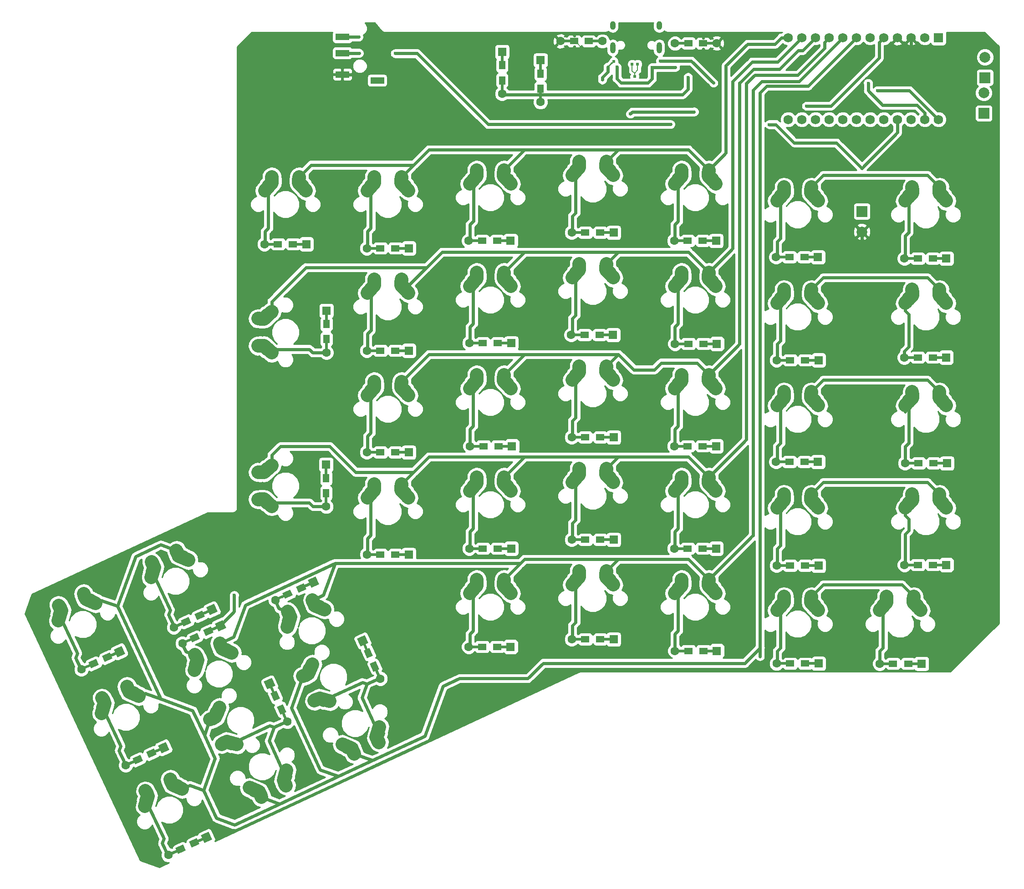
<source format=gbl>
G04 #@! TF.GenerationSoftware,KiCad,Pcbnew,(5.0.2)-1*
G04 #@! TF.CreationDate,2019-04-21T13:46:38+05:30*
G04 #@! TF.ProjectId,ErgodoxBle,4572676f-646f-4784-926c-652e6b696361,rev?*
G04 #@! TF.SameCoordinates,Original*
G04 #@! TF.FileFunction,Copper,L2,Bot*
G04 #@! TF.FilePolarity,Positive*
%FSLAX46Y46*%
G04 Gerber Fmt 4.6, Leading zero omitted, Abs format (unit mm)*
G04 Created by KiCad (PCBNEW (5.0.2)-1) date 4/21/2019 1:46:38 PM*
%MOMM*%
%LPD*%
G01*
G04 APERTURE LIST*
G04 #@! TA.AperFunction,ViaPad*
%ADD10C,0.600000*%
G04 #@! TD*
G04 #@! TA.AperFunction,ComponentPad*
%ADD11R,1.752600X1.752600*%
G04 #@! TD*
G04 #@! TA.AperFunction,ComponentPad*
%ADD12C,1.752600*%
G04 #@! TD*
G04 #@! TA.AperFunction,ComponentPad*
%ADD13O,1.000000X1.600000*%
G04 #@! TD*
G04 #@! TA.AperFunction,ComponentPad*
%ADD14O,1.000000X2.100000*%
G04 #@! TD*
G04 #@! TA.AperFunction,ComponentPad*
%ADD15C,2.000000*%
G04 #@! TD*
G04 #@! TA.AperFunction,SMDPad,CuDef*
%ADD16C,2.500000*%
G04 #@! TD*
G04 #@! TA.AperFunction,Conductor*
%ADD17C,2.500000*%
G04 #@! TD*
G04 #@! TA.AperFunction,ComponentPad*
%ADD18C,1.600000*%
G04 #@! TD*
G04 #@! TA.AperFunction,Conductor*
%ADD19C,0.100000*%
G04 #@! TD*
G04 #@! TA.AperFunction,Conductor*
%ADD20C,0.500000*%
G04 #@! TD*
G04 #@! TA.AperFunction,SMDPad,CuDef*
%ADD21C,1.200000*%
G04 #@! TD*
G04 #@! TA.AperFunction,Conductor*
%ADD22R,2.900000X0.500000*%
G04 #@! TD*
G04 #@! TA.AperFunction,SMDPad,CuDef*
%ADD23R,1.600000X1.200000*%
G04 #@! TD*
G04 #@! TA.AperFunction,ComponentPad*
%ADD24R,1.600000X1.600000*%
G04 #@! TD*
G04 #@! TA.AperFunction,Conductor*
%ADD25R,0.500000X2.900000*%
G04 #@! TD*
G04 #@! TA.AperFunction,SMDPad,CuDef*
%ADD26R,1.200000X1.600000*%
G04 #@! TD*
G04 #@! TA.AperFunction,SMDPad,CuDef*
%ADD27R,1.500000X1.200000*%
G04 #@! TD*
G04 #@! TA.AperFunction,ComponentPad*
%ADD28R,1.998980X1.998980*%
G04 #@! TD*
G04 #@! TA.AperFunction,ComponentPad*
%ADD29C,1.998980*%
G04 #@! TD*
G04 #@! TA.AperFunction,SMDPad,CuDef*
%ADD30R,2.500000X1.200000*%
G04 #@! TD*
G04 #@! TA.AperFunction,ViaPad*
%ADD31C,0.609600*%
G04 #@! TD*
G04 #@! TA.AperFunction,Conductor*
%ADD32C,0.600000*%
G04 #@! TD*
G04 #@! TA.AperFunction,Conductor*
%ADD33C,0.609600*%
G04 #@! TD*
G04 #@! TA.AperFunction,Conductor*
%ADD34C,1.016000*%
G04 #@! TD*
G04 #@! TA.AperFunction,Conductor*
%ADD35C,0.203200*%
G04 #@! TD*
G04 #@! TA.AperFunction,Conductor*
%ADD36C,0.508000*%
G04 #@! TD*
G04 #@! TA.AperFunction,Conductor*
%ADD37C,0.254000*%
G04 #@! TD*
G04 APERTURE END LIST*
D10*
G04 #@! TO.N,GND*
G04 #@! TO.C,REF\002A\002A*
X170159680Y-36822380D03*
G04 #@! TD*
G04 #@! TO.N,GND*
G04 #@! TO.C,REF\002A\002A*
X176969420Y-47391320D03*
G04 #@! TD*
G04 #@! TO.N,GND*
G04 #@! TO.C,REF\002A\002A*
X162140900Y-48503840D03*
G04 #@! TD*
G04 #@! TO.N,GND*
G04 #@! TO.C,REF\002A\002A*
X159763460Y-36936680D03*
G04 #@! TD*
G04 #@! TO.N,GND*
G04 #@! TO.C,REF\002A\002A*
X150543260Y-44752260D03*
G04 #@! TD*
G04 #@! TO.N,GND*
G04 #@! TO.C,REF\002A\002A*
X196042280Y-36195000D03*
G04 #@! TD*
G04 #@! TO.N,GND*
G04 #@! TO.C,REF\002A\002A*
X172420280Y-57858660D03*
G04 #@! TD*
G04 #@! TO.N,GND*
G04 #@! TO.C,REF\002A\002A*
X150329900Y-49222660D03*
G04 #@! TD*
G04 #@! TO.N,GND*
G04 #@! TO.C,REF\002A\002A*
X135061960Y-86997540D03*
G04 #@! TD*
G04 #@! TO.N,GND*
G04 #@! TO.C,REF\002A\002A*
X142529560Y-60672980D03*
G04 #@! TD*
G04 #@! TO.N,GND*
G04 #@! TO.C,REF\002A\002A*
X61645800Y-175115220D03*
G04 #@! TD*
G04 #@! TO.N,GND*
G04 #@! TO.C,REF\002A\002A*
X91511120Y-145577560D03*
G04 #@! TD*
G04 #@! TO.N,GND*
G04 #@! TO.C,REF\002A\002A*
X162575240Y-136880600D03*
G04 #@! TD*
G04 #@! TO.N,GND*
G04 #@! TO.C,REF\002A\002A*
X95105220Y-159026860D03*
G04 #@! TD*
G04 #@! TO.N,GND*
G04 #@! TO.C,REF\002A\002A*
X121033540Y-125747780D03*
G04 #@! TD*
G04 #@! TO.N,GND*
G04 #@! TO.C,REF\002A\002A*
X153156920Y-105788460D03*
G04 #@! TD*
G04 #@! TO.N,GND*
G04 #@! TO.C,REF\002A\002A*
X76817220Y-170964860D03*
G04 #@! TD*
G04 #@! TO.N,GND*
G04 #@! TO.C,REF\002A\002A*
X167307260Y-91142820D03*
G04 #@! TD*
G04 #@! TO.N,GND*
G04 #@! TO.C,REF\002A\002A*
X67729100Y-146011900D03*
G04 #@! TD*
G04 #@! TO.N,GND*
G04 #@! TO.C,REF\002A\002A*
X91927680Y-108143040D03*
G04 #@! TD*
G04 #@! TO.N,GND*
G04 #@! TO.C,REF\002A\002A*
X153324560Y-125333760D03*
G04 #@! TD*
G04 #@! TO.N,GND*
G04 #@! TO.C,REF\002A\002A*
X155684220Y-144373600D03*
G04 #@! TD*
G04 #@! TO.N,GND*
G04 #@! TO.C,REF\002A\002A*
X120710960Y-70007480D03*
G04 #@! TD*
G04 #@! TO.N,GND*
G04 #@! TO.C,REF\002A\002A*
X167858440Y-128920240D03*
G04 #@! TD*
G04 #@! TO.N,GND*
G04 #@! TO.C,REF\002A\002A*
X139593320Y-117977920D03*
G04 #@! TD*
G04 #@! TO.N,GND*
G04 #@! TO.C,REF\002A\002A*
X148978620Y-69171820D03*
G04 #@! TD*
G04 #@! TO.N,GND*
G04 #@! TO.C,REF\002A\002A*
X120467120Y-103477060D03*
G04 #@! TD*
G04 #@! TO.N,GND*
G04 #@! TO.C,REF\002A\002A*
X137896600Y-57279540D03*
G04 #@! TD*
G04 #@! TO.N,GND*
G04 #@! TO.C,REF\002A\002A*
X142128240Y-146964400D03*
G04 #@! TD*
G04 #@! TO.N,GND*
G04 #@! TO.C,REF\002A\002A*
X167538400Y-110556040D03*
G04 #@! TD*
G04 #@! TO.N,GND*
G04 #@! TO.C,REF\002A\002A*
X92692220Y-55481220D03*
G04 #@! TD*
G04 #@! TO.N,GND*
G04 #@! TO.C,REF\002A\002A*
X147830540Y-88282780D03*
G04 #@! TD*
G04 #@! TO.N,GND*
G04 #@! TO.C,REF\002A\002A*
X167185340Y-72024240D03*
G04 #@! TD*
G04 #@! TO.N,GND*
G04 #@! TO.C,REF\002A\002A*
X91417140Y-69938900D03*
G04 #@! TD*
G04 #@! TO.N,GND*
G04 #@! TO.C,REF\002A\002A*
X101914960Y-118054120D03*
G04 #@! TD*
G04 #@! TO.N,GND*
G04 #@! TO.C,REF\002A\002A*
X91577160Y-126342140D03*
G04 #@! TD*
G04 #@! TO.N,GND*
G04 #@! TO.C,REF\002A\002A*
X152669240Y-65961260D03*
G04 #@! TD*
G04 #@! TO.N,GND*
G04 #@! TO.C,REF\002A\002A*
X91089480Y-88673940D03*
G04 #@! TD*
D11*
G04 #@! TO.P,proMicro1,1*
G04 #@! TO.N,Net-(proMicro1-Pad1)*
X193814700Y-34079180D03*
D12*
G04 #@! TO.P,proMicro1,2*
G04 #@! TO.N,Net-(proMicro1-Pad2)*
X191274700Y-34079180D03*
G04 #@! TO.P,proMicro1,3*
G04 #@! TO.N,GND*
X188734700Y-34079180D03*
G04 #@! TO.P,proMicro1,4*
X186194700Y-34079180D03*
G04 #@! TO.P,proMicro1,5*
G04 #@! TO.N,/scl*
X183654700Y-34079180D03*
G04 #@! TO.P,proMicro1,6*
G04 #@! TO.N,Net-(proMicro1-Pad6)*
X181114700Y-34079180D03*
G04 #@! TO.P,proMicro1,7*
G04 #@! TO.N,/ROW0*
X178574700Y-34079180D03*
G04 #@! TO.P,proMicro1,8*
G04 #@! TO.N,/ROW1*
X176034700Y-34079180D03*
G04 #@! TO.P,proMicro1,9*
G04 #@! TO.N,/ROW2*
X173494700Y-34079180D03*
G04 #@! TO.P,proMicro1,10*
G04 #@! TO.N,/ROW3*
X170954700Y-34079180D03*
G04 #@! TO.P,proMicro1,11*
G04 #@! TO.N,/ROW4*
X168414700Y-34079180D03*
G04 #@! TO.P,proMicro1,13*
G04 #@! TO.N,Net-(proMicro1-Pad13)*
X165874700Y-49319180D03*
G04 #@! TO.P,proMicro1,14*
G04 #@! TO.N,/COL6*
X168414700Y-49319180D03*
G04 #@! TO.P,proMicro1,15*
G04 #@! TO.N,/COL5*
X170954700Y-49319180D03*
G04 #@! TO.P,proMicro1,16*
G04 #@! TO.N,/COL4*
X173494700Y-49319180D03*
G04 #@! TO.P,proMicro1,17*
G04 #@! TO.N,/COL10*
X176034700Y-49319180D03*
G04 #@! TO.P,proMicro1,18*
G04 #@! TO.N,/COL11*
X178574700Y-49319180D03*
G04 #@! TO.P,proMicro1,19*
G04 #@! TO.N,/COL1*
X181114700Y-49319180D03*
G04 #@! TO.P,proMicro1,20*
G04 #@! TO.N,/COL0*
X183654700Y-49319180D03*
G04 #@! TO.P,proMicro1,21*
G04 #@! TO.N,/Vcc*
X186194700Y-49319180D03*
G04 #@! TO.P,proMicro1,22*
G04 #@! TO.N,Net-(proMicro1-Pad22)*
X188734700Y-49319180D03*
G04 #@! TO.P,proMicro1,23*
G04 #@! TO.N,/GND_USB*
X191274700Y-49319180D03*
G04 #@! TO.P,proMicro1,12*
G04 #@! TO.N,/ROW5*
X165874700Y-34079180D03*
G04 #@! TO.P,proMicro1,24*
G04 #@! TO.N,/VccRaw*
X193814700Y-49319180D03*
G04 #@! TD*
D13*
G04 #@! TO.P,USB_C1,13*
G04 #@! TO.N,Net-(USB_C1-Pad13)*
X133256560Y-31822700D03*
X141896560Y-31822700D03*
D14*
X133256560Y-36002700D03*
X141896560Y-36002700D03*
G04 #@! TD*
D15*
G04 #@! TO.P,SW3:13,2*
G04 #@! TO.N,/ROW3*
X193952500Y-100602660D03*
X193992500Y-100022660D03*
G04 #@! TO.P,SW3:13,1*
G04 #@! TO.N,Net-(D3:0-Pad2)*
X188952500Y-101102660D03*
X187642500Y-102562660D03*
D16*
G04 #@! TO.P,SW3:13,2*
G04 #@! TO.N,/ROW3*
X194607500Y-101832660D03*
D17*
G04 #@! TD*
G04 #@! TO.N,/ROW3*
G04 #@! TO.C,SW3:13*
X195262495Y-102562664D02*
X193952505Y-101102656D01*
D16*
G04 #@! TO.P,SW3:13,1*
G04 #@! TO.N,Net-(D3:0-Pad2)*
X188297500Y-101832660D03*
D17*
G04 #@! TD*
G04 #@! TO.N,Net-(D3:0-Pad2)*
G04 #@! TO.C,SW3:13*
X187642505Y-102562664D02*
X188952495Y-101102656D01*
D15*
G04 #@! TO.P,SW3:13,2*
G04 #@! TO.N,/ROW3*
X193952500Y-101102660D03*
X195262500Y-102562660D03*
D16*
G04 #@! TO.P,SW3:13,1*
G04 #@! TO.N,Net-(D3:0-Pad2)*
X188932500Y-100312660D03*
D17*
G04 #@! TD*
G04 #@! TO.N,Net-(D3:0-Pad2)*
G04 #@! TO.C,SW3:13*
X188912501Y-100022660D02*
X188952499Y-100602660D01*
D15*
G04 #@! TO.P,SW3:13,1*
G04 #@! TO.N,Net-(D3:0-Pad2)*
X188952500Y-100602660D03*
X188912500Y-100022660D03*
D16*
G04 #@! TO.P,SW3:13,2*
G04 #@! TO.N,/ROW3*
X193972500Y-100312660D03*
D17*
G04 #@! TD*
G04 #@! TO.N,/ROW3*
G04 #@! TO.C,SW3:13*
X193992499Y-100022660D02*
X193952501Y-100602660D01*
D15*
G04 #@! TO.P,SW2:13,2*
G04 #@! TO.N,/ROW2*
X193952500Y-119652660D03*
X193992500Y-119072660D03*
G04 #@! TO.P,SW2:13,1*
G04 #@! TO.N,Net-(D2:0-Pad2)*
X188952500Y-120152660D03*
X187642500Y-121612660D03*
D16*
G04 #@! TO.P,SW2:13,2*
G04 #@! TO.N,/ROW2*
X194607500Y-120882660D03*
D17*
G04 #@! TD*
G04 #@! TO.N,/ROW2*
G04 #@! TO.C,SW2:13*
X195262495Y-121612664D02*
X193952505Y-120152656D01*
D16*
G04 #@! TO.P,SW2:13,1*
G04 #@! TO.N,Net-(D2:0-Pad2)*
X188297500Y-120882660D03*
D17*
G04 #@! TD*
G04 #@! TO.N,Net-(D2:0-Pad2)*
G04 #@! TO.C,SW2:13*
X187642505Y-121612664D02*
X188952495Y-120152656D01*
D15*
G04 #@! TO.P,SW2:13,2*
G04 #@! TO.N,/ROW2*
X193952500Y-120152660D03*
X195262500Y-121612660D03*
D16*
G04 #@! TO.P,SW2:13,1*
G04 #@! TO.N,Net-(D2:0-Pad2)*
X188932500Y-119362660D03*
D17*
G04 #@! TD*
G04 #@! TO.N,Net-(D2:0-Pad2)*
G04 #@! TO.C,SW2:13*
X188912501Y-119072660D02*
X188952499Y-119652660D01*
D15*
G04 #@! TO.P,SW2:13,1*
G04 #@! TO.N,Net-(D2:0-Pad2)*
X188952500Y-119652660D03*
X188912500Y-119072660D03*
D16*
G04 #@! TO.P,SW2:13,2*
G04 #@! TO.N,/ROW2*
X193972500Y-119362660D03*
D17*
G04 #@! TD*
G04 #@! TO.N,/ROW2*
G04 #@! TO.C,SW2:13*
X193992499Y-119072660D02*
X193952501Y-119652660D01*
D18*
G04 #@! TO.P,D0:1,1*
G04 #@! TO.N,/COL1*
X57705180Y-182900569D03*
D19*
G04 #@! TD*
G04 #@! TO.N,/COL1*
G04 #@! TO.C,D0:1*
G36*
X57318228Y-183963710D02*
X56642039Y-182513617D01*
X58092132Y-181837428D01*
X58768321Y-183287521D01*
X57318228Y-183963710D01*
X57318228Y-183963710D01*
G37*
D18*
G04 #@! TO.P,D0:1,2*
G04 #@! TO.N,Net-(D0:1-Pad2)*
X50635980Y-186196991D03*
D20*
G04 #@! TD*
G04 #@! TO.N,/COL1*
G04 #@! TO.C,D0:1*
X56436349Y-183492233D03*
D19*
G04 #@! TO.N,/COL1*
G04 #@! TO.C,D0:1*
G36*
X55227857Y-184331606D02*
X55016548Y-183878453D01*
X57644841Y-182652860D01*
X57856150Y-183106013D01*
X55227857Y-184331606D01*
X55227857Y-184331606D01*
G37*
D21*
G04 #@! TD*
G04 #@! TO.P,D0:1,1*
G04 #@! TO.N,/COL1*
X55439411Y-183957114D03*
D19*
G04 #@! TO.N,/COL1*
G04 #@! TO.C,D0:1*
G36*
X54967936Y-184838993D02*
X54460794Y-183751424D01*
X55910886Y-183075235D01*
X56418028Y-184162804D01*
X54967936Y-184838993D01*
X54967936Y-184838993D01*
G37*
D21*
G04 #@! TD*
G04 #@! TO.P,D0:1,2*
G04 #@! TO.N,Net-(D0:1-Pad2)*
X52901749Y-185140446D03*
D19*
G04 #@! TO.N,Net-(D0:1-Pad2)*
G04 #@! TO.C,D0:1*
G36*
X52430274Y-186022325D02*
X51923132Y-184934756D01*
X53373224Y-184258567D01*
X53880366Y-185346136D01*
X52430274Y-186022325D01*
X52430274Y-186022325D01*
G37*
D20*
X51904811Y-185605327D03*
D19*
G36*
X50696319Y-186444700D02*
X50485010Y-185991547D01*
X53113303Y-184765954D01*
X53324612Y-185219107D01*
X50696319Y-186444700D01*
X50696319Y-186444700D01*
G37*
G04 #@! TD*
D20*
G04 #@! TO.N,Net-(D0:2-Pad2)*
G04 #@! TO.C,D0:2*
X72136001Y-160121600D03*
D19*
G36*
X72975374Y-161330092D02*
X72522221Y-161541401D01*
X71296628Y-158913108D01*
X71749781Y-158701799D01*
X72975374Y-161330092D01*
X72975374Y-161330092D01*
G37*
D21*
G04 #@! TD*
G04 #@! TO.P,D0:2,2*
G04 #@! TO.N,Net-(D0:2-Pad2)*
X71671120Y-159124662D03*
D19*
G04 #@! TO.N,Net-(D0:2-Pad2)*
G04 #@! TO.C,D0:2*
G36*
X72552999Y-159596137D02*
X71465430Y-160103279D01*
X70789241Y-158653187D01*
X71876810Y-158146045D01*
X72552999Y-159596137D01*
X72552999Y-159596137D01*
G37*
D21*
G04 #@! TD*
G04 #@! TO.P,D0:2,1*
G04 #@! TO.N,/COL11*
X70487788Y-156587000D03*
D19*
G04 #@! TO.N,/COL11*
G04 #@! TO.C,D0:2*
G36*
X71369667Y-157058475D02*
X70282098Y-157565617D01*
X69605909Y-156115525D01*
X70693478Y-155608383D01*
X71369667Y-157058475D01*
X71369667Y-157058475D01*
G37*
D20*
X70022907Y-155590062D03*
D19*
G36*
X70862280Y-156798554D02*
X70409127Y-157009863D01*
X69183534Y-154381570D01*
X69636687Y-154170261D01*
X70862280Y-156798554D01*
X70862280Y-156798554D01*
G37*
D18*
G04 #@! TD*
G04 #@! TO.P,D0:2,2*
G04 #@! TO.N,Net-(D0:2-Pad2)*
X72727665Y-161390431D03*
G04 #@! TO.P,D0:2,1*
G04 #@! TO.N,/COL11*
X69431243Y-154321231D03*
D19*
G04 #@! TD*
G04 #@! TO.N,/COL11*
G04 #@! TO.C,D0:2*
G36*
X70494384Y-154708183D02*
X69044291Y-155384372D01*
X68368102Y-153934279D01*
X69818195Y-153258090D01*
X70494384Y-154708183D01*
X70494384Y-154708183D01*
G37*
D18*
G04 #@! TO.P,D0:3,1*
G04 #@! TO.N,/COL10*
X86743789Y-146325400D03*
D19*
G04 #@! TD*
G04 #@! TO.N,/COL10*
G04 #@! TO.C,D0:3*
G36*
X87806930Y-146712352D02*
X86356837Y-147388541D01*
X85680648Y-145938448D01*
X87130741Y-145262259D01*
X87806930Y-146712352D01*
X87806930Y-146712352D01*
G37*
D18*
G04 #@! TO.P,D0:3,2*
G04 #@! TO.N,Net-(D0:3-Pad2)*
X90040211Y-153394600D03*
D20*
G04 #@! TD*
G04 #@! TO.N,/COL10*
G04 #@! TO.C,D0:3*
X87335453Y-147594231D03*
D19*
G04 #@! TO.N,/COL10*
G04 #@! TO.C,D0:3*
G36*
X88174826Y-148802723D02*
X87721673Y-149014032D01*
X86496080Y-146385739D01*
X86949233Y-146174430D01*
X88174826Y-148802723D01*
X88174826Y-148802723D01*
G37*
D21*
G04 #@! TD*
G04 #@! TO.P,D0:3,1*
G04 #@! TO.N,/COL10*
X87800334Y-148591169D03*
D19*
G04 #@! TO.N,/COL10*
G04 #@! TO.C,D0:3*
G36*
X88682213Y-149062644D02*
X87594644Y-149569786D01*
X86918455Y-148119694D01*
X88006024Y-147612552D01*
X88682213Y-149062644D01*
X88682213Y-149062644D01*
G37*
D21*
G04 #@! TD*
G04 #@! TO.P,D0:3,2*
G04 #@! TO.N,Net-(D0:3-Pad2)*
X88983666Y-151128831D03*
D19*
G04 #@! TO.N,Net-(D0:3-Pad2)*
G04 #@! TO.C,D0:3*
G36*
X89865545Y-151600306D02*
X88777976Y-152107448D01*
X88101787Y-150657356D01*
X89189356Y-150150214D01*
X89865545Y-151600306D01*
X89865545Y-151600306D01*
G37*
D20*
X89448547Y-152125769D03*
D19*
G36*
X90287920Y-153334261D02*
X89834767Y-153545570D01*
X88609174Y-150917277D01*
X89062327Y-150705968D01*
X90287920Y-153334261D01*
X90287920Y-153334261D01*
G37*
G04 #@! TD*
D20*
G04 #@! TO.N,Net-(D0:4-Pad2)*
G04 #@! TO.C,D0:4*
X43942000Y-168910001D03*
D19*
G36*
X42733508Y-169749374D02*
X42522199Y-169296221D01*
X45150492Y-168070628D01*
X45361801Y-168523781D01*
X42733508Y-169749374D01*
X42733508Y-169749374D01*
G37*
D21*
G04 #@! TD*
G04 #@! TO.P,D0:4,2*
G04 #@! TO.N,Net-(D0:4-Pad2)*
X44938938Y-168445120D03*
D19*
G04 #@! TO.N,Net-(D0:4-Pad2)*
G04 #@! TO.C,D0:4*
G36*
X44467463Y-169326999D02*
X43960321Y-168239430D01*
X45410413Y-167563241D01*
X45917555Y-168650810D01*
X44467463Y-169326999D01*
X44467463Y-169326999D01*
G37*
D21*
G04 #@! TD*
G04 #@! TO.P,D0:4,1*
G04 #@! TO.N,/COL4*
X47476600Y-167261788D03*
D19*
G04 #@! TO.N,/COL4*
G04 #@! TO.C,D0:4*
G36*
X47005125Y-168143667D02*
X46497983Y-167056098D01*
X47948075Y-166379909D01*
X48455217Y-167467478D01*
X47005125Y-168143667D01*
X47005125Y-168143667D01*
G37*
D20*
X48473538Y-166796907D03*
D19*
G36*
X47265046Y-167636280D02*
X47053737Y-167183127D01*
X49682030Y-165957534D01*
X49893339Y-166410687D01*
X47265046Y-167636280D01*
X47265046Y-167636280D01*
G37*
D18*
G04 #@! TD*
G04 #@! TO.P,D0:4,2*
G04 #@! TO.N,Net-(D0:4-Pad2)*
X42673169Y-169501665D03*
G04 #@! TO.P,D0:4,1*
G04 #@! TO.N,/COL4*
X49742369Y-166205243D03*
D19*
G04 #@! TD*
G04 #@! TO.N,/COL4*
G04 #@! TO.C,D0:4*
G36*
X49355417Y-167268384D02*
X48679228Y-165818291D01*
X50129321Y-165142102D01*
X50805510Y-166592195D01*
X49355417Y-167268384D01*
X49355417Y-167268384D01*
G37*
D18*
G04 #@! TO.P,D0:5,1*
G04 #@! TO.N,/COL5*
X58708569Y-140525843D03*
D19*
G04 #@! TD*
G04 #@! TO.N,/COL5*
G04 #@! TO.C,D0:5*
G36*
X58321617Y-141588984D02*
X57645428Y-140138891D01*
X59095521Y-139462702D01*
X59771710Y-140912795D01*
X58321617Y-141588984D01*
X58321617Y-141588984D01*
G37*
D18*
G04 #@! TO.P,D0:5,2*
G04 #@! TO.N,Net-(D0:5-Pad2)*
X51639369Y-143822265D03*
D20*
G04 #@! TD*
G04 #@! TO.N,/COL5*
G04 #@! TO.C,D0:5*
X57439738Y-141117507D03*
D19*
G04 #@! TO.N,/COL5*
G04 #@! TO.C,D0:5*
G36*
X56231246Y-141956880D02*
X56019937Y-141503727D01*
X58648230Y-140278134D01*
X58859539Y-140731287D01*
X56231246Y-141956880D01*
X56231246Y-141956880D01*
G37*
D21*
G04 #@! TD*
G04 #@! TO.P,D0:5,1*
G04 #@! TO.N,/COL5*
X56442800Y-141582388D03*
D19*
G04 #@! TO.N,/COL5*
G04 #@! TO.C,D0:5*
G36*
X55971325Y-142464267D02*
X55464183Y-141376698D01*
X56914275Y-140700509D01*
X57421417Y-141788078D01*
X55971325Y-142464267D01*
X55971325Y-142464267D01*
G37*
D21*
G04 #@! TD*
G04 #@! TO.P,D0:5,2*
G04 #@! TO.N,Net-(D0:5-Pad2)*
X53905138Y-142765720D03*
D19*
G04 #@! TO.N,Net-(D0:5-Pad2)*
G04 #@! TO.C,D0:5*
G36*
X53433663Y-143647599D02*
X52926521Y-142560030D01*
X54376613Y-141883841D01*
X54883755Y-142971410D01*
X53433663Y-143647599D01*
X53433663Y-143647599D01*
G37*
D20*
X52908200Y-143230601D03*
D19*
G36*
X51699708Y-144069974D02*
X51488399Y-143616821D01*
X54116692Y-142391228D01*
X54328001Y-142844381D01*
X51699708Y-144069974D01*
X51699708Y-144069974D01*
G37*
G04 #@! TD*
D20*
G04 #@! TO.N,Net-(D0:6-Pad2)*
G04 #@! TO.C,D0:6*
X35707231Y-151043547D03*
D19*
G36*
X34498739Y-151882920D02*
X34287430Y-151429767D01*
X36915723Y-150204174D01*
X37127032Y-150657327D01*
X34498739Y-151882920D01*
X34498739Y-151882920D01*
G37*
D21*
G04 #@! TD*
G04 #@! TO.P,D0:6,2*
G04 #@! TO.N,Net-(D0:6-Pad2)*
X36704169Y-150578666D03*
D19*
G04 #@! TO.N,Net-(D0:6-Pad2)*
G04 #@! TO.C,D0:6*
G36*
X36232694Y-151460545D02*
X35725552Y-150372976D01*
X37175644Y-149696787D01*
X37682786Y-150784356D01*
X36232694Y-151460545D01*
X36232694Y-151460545D01*
G37*
D21*
G04 #@! TD*
G04 #@! TO.P,D0:6,1*
G04 #@! TO.N,/COL6*
X39241831Y-149395334D03*
D19*
G04 #@! TO.N,/COL6*
G04 #@! TO.C,D0:6*
G36*
X38770356Y-150277213D02*
X38263214Y-149189644D01*
X39713306Y-148513455D01*
X40220448Y-149601024D01*
X38770356Y-150277213D01*
X38770356Y-150277213D01*
G37*
D20*
X40238769Y-148930453D03*
D19*
G36*
X39030277Y-149769826D02*
X38818968Y-149316673D01*
X41447261Y-148091080D01*
X41658570Y-148544233D01*
X39030277Y-149769826D01*
X39030277Y-149769826D01*
G37*
D18*
G04 #@! TD*
G04 #@! TO.P,D0:6,2*
G04 #@! TO.N,Net-(D0:6-Pad2)*
X34438400Y-151635211D03*
G04 #@! TO.P,D0:6,1*
G04 #@! TO.N,/COL6*
X41507600Y-148338789D03*
D19*
G04 #@! TD*
G04 #@! TO.N,/COL6*
G04 #@! TO.C,D0:6*
G36*
X41120648Y-149401930D02*
X40444459Y-147951837D01*
X41894552Y-147275648D01*
X42570741Y-148725741D01*
X41120648Y-149401930D01*
X41120648Y-149401930D01*
G37*
D22*
G04 #@! TO.N,Net-(D1:0-Pad2)*
G04 #@! TO.C,D1:0*
X184283980Y-150588980D03*
D23*
G04 #@! TD*
G04 #@! TO.P,D1:0,2*
G04 #@! TO.N,Net-(D1:0-Pad2)*
X185383980Y-150588980D03*
G04 #@! TO.P,D1:0,1*
G04 #@! TO.N,/COL0*
X188183980Y-150588980D03*
D22*
G04 #@! TD*
G04 #@! TO.N,/COL0*
G04 #@! TO.C,D1:0*
X189283980Y-150588980D03*
D18*
G04 #@! TO.P,D1:0,2*
G04 #@! TO.N,Net-(D1:0-Pad2)*
X182883980Y-150588980D03*
D24*
G04 #@! TO.P,D1:0,1*
G04 #@! TO.N,/COL0*
X190683980Y-150588980D03*
G04 #@! TD*
D22*
G04 #@! TO.N,Net-(D1:2-Pad2)*
G04 #@! TO.C,D1:2*
X146217000Y-148209000D03*
D23*
G04 #@! TD*
G04 #@! TO.P,D1:2,2*
G04 #@! TO.N,Net-(D1:2-Pad2)*
X147317000Y-148209000D03*
G04 #@! TO.P,D1:2,1*
G04 #@! TO.N,/COL11*
X150117000Y-148209000D03*
D22*
G04 #@! TD*
G04 #@! TO.N,/COL11*
G04 #@! TO.C,D1:2*
X151217000Y-148209000D03*
D18*
G04 #@! TO.P,D1:2,2*
G04 #@! TO.N,Net-(D1:2-Pad2)*
X144817000Y-148209000D03*
D24*
G04 #@! TO.P,D1:2,1*
G04 #@! TO.N,/COL11*
X152617000Y-148209000D03*
G04 #@! TD*
G04 #@! TO.P,D1:3,1*
G04 #@! TO.N,/COL10*
X133440000Y-146050000D03*
D18*
G04 #@! TO.P,D1:3,2*
G04 #@! TO.N,Net-(D1:3-Pad2)*
X125640000Y-146050000D03*
D22*
G04 #@! TD*
G04 #@! TO.N,/COL10*
G04 #@! TO.C,D1:3*
X132040000Y-146050000D03*
D23*
G04 #@! TO.P,D1:3,1*
G04 #@! TO.N,/COL10*
X130940000Y-146050000D03*
G04 #@! TO.P,D1:3,2*
G04 #@! TO.N,Net-(D1:3-Pad2)*
X128140000Y-146050000D03*
D22*
G04 #@! TD*
G04 #@! TO.N,Net-(D1:3-Pad2)*
G04 #@! TO.C,D1:3*
X127040000Y-146050000D03*
G04 #@! TO.N,Net-(D1:4-Pad2)*
G04 #@! TO.C,D1:4*
X107863000Y-147447000D03*
D23*
G04 #@! TD*
G04 #@! TO.P,D1:4,2*
G04 #@! TO.N,Net-(D1:4-Pad2)*
X108963000Y-147447000D03*
G04 #@! TO.P,D1:4,1*
G04 #@! TO.N,/COL4*
X111763000Y-147447000D03*
D22*
G04 #@! TD*
G04 #@! TO.N,/COL4*
G04 #@! TO.C,D1:4*
X112863000Y-147447000D03*
D18*
G04 #@! TO.P,D1:4,2*
G04 #@! TO.N,Net-(D1:4-Pad2)*
X106463000Y-147447000D03*
D24*
G04 #@! TO.P,D1:4,1*
G04 #@! TO.N,/COL4*
X114263000Y-147447000D03*
G04 #@! TD*
D20*
G04 #@! TO.N,Net-(D1:5-Pad2)*
G04 #@! TO.C,D1:5*
X71775231Y-138132881D03*
D19*
G36*
X70566739Y-138972254D02*
X70355430Y-138519101D01*
X72983723Y-137293508D01*
X73195032Y-137746661D01*
X70566739Y-138972254D01*
X70566739Y-138972254D01*
G37*
D21*
G04 #@! TD*
G04 #@! TO.P,D1:5,2*
G04 #@! TO.N,Net-(D1:5-Pad2)*
X72772169Y-137668000D03*
D19*
G04 #@! TO.N,Net-(D1:5-Pad2)*
G04 #@! TO.C,D1:5*
G36*
X72300694Y-138549879D02*
X71793552Y-137462310D01*
X73243644Y-136786121D01*
X73750786Y-137873690D01*
X72300694Y-138549879D01*
X72300694Y-138549879D01*
G37*
D21*
G04 #@! TD*
G04 #@! TO.P,D1:5,1*
G04 #@! TO.N,/COL5*
X75309831Y-136484668D03*
D19*
G04 #@! TO.N,/COL5*
G04 #@! TO.C,D1:5*
G36*
X74838356Y-137366547D02*
X74331214Y-136278978D01*
X75781306Y-135602789D01*
X76288448Y-136690358D01*
X74838356Y-137366547D01*
X74838356Y-137366547D01*
G37*
D20*
X76306769Y-136019787D03*
D19*
G36*
X75098277Y-136859160D02*
X74886968Y-136406007D01*
X77515261Y-135180414D01*
X77726570Y-135633567D01*
X75098277Y-136859160D01*
X75098277Y-136859160D01*
G37*
D18*
G04 #@! TD*
G04 #@! TO.P,D1:5,2*
G04 #@! TO.N,Net-(D1:5-Pad2)*
X70506400Y-138724545D03*
G04 #@! TO.P,D1:5,1*
G04 #@! TO.N,/COL5*
X77575600Y-135428123D03*
D19*
G04 #@! TD*
G04 #@! TO.N,/COL5*
G04 #@! TO.C,D1:5*
G36*
X77188648Y-136491264D02*
X76512459Y-135041171D01*
X77962552Y-134364982D01*
X78638741Y-135815075D01*
X77188648Y-136491264D01*
X77188648Y-136491264D01*
G37*
D18*
G04 #@! TO.P,D1:6,1*
G04 #@! TO.N,/COL6*
X60303600Y-143512789D03*
D19*
G04 #@! TD*
G04 #@! TO.N,/COL6*
G04 #@! TO.C,D1:6*
G36*
X59916648Y-144575930D02*
X59240459Y-143125837D01*
X60690552Y-142449648D01*
X61366741Y-143899741D01*
X59916648Y-144575930D01*
X59916648Y-144575930D01*
G37*
D18*
G04 #@! TO.P,D1:6,2*
G04 #@! TO.N,Net-(D1:6-Pad2)*
X53234400Y-146809211D03*
D20*
G04 #@! TD*
G04 #@! TO.N,/COL6*
G04 #@! TO.C,D1:6*
X59034769Y-144104453D03*
D19*
G04 #@! TO.N,/COL6*
G04 #@! TO.C,D1:6*
G36*
X57826277Y-144943826D02*
X57614968Y-144490673D01*
X60243261Y-143265080D01*
X60454570Y-143718233D01*
X57826277Y-144943826D01*
X57826277Y-144943826D01*
G37*
D21*
G04 #@! TD*
G04 #@! TO.P,D1:6,1*
G04 #@! TO.N,/COL6*
X58037831Y-144569334D03*
D19*
G04 #@! TO.N,/COL6*
G04 #@! TO.C,D1:6*
G36*
X57566356Y-145451213D02*
X57059214Y-144363644D01*
X58509306Y-143687455D01*
X59016448Y-144775024D01*
X57566356Y-145451213D01*
X57566356Y-145451213D01*
G37*
D21*
G04 #@! TD*
G04 #@! TO.P,D1:6,2*
G04 #@! TO.N,Net-(D1:6-Pad2)*
X55500169Y-145752666D03*
D19*
G04 #@! TO.N,Net-(D1:6-Pad2)*
G04 #@! TO.C,D1:6*
G36*
X55028694Y-146634545D02*
X54521552Y-145546976D01*
X55971644Y-144870787D01*
X56478786Y-145958356D01*
X55028694Y-146634545D01*
X55028694Y-146634545D01*
G37*
D20*
X54503231Y-146217547D03*
D19*
G36*
X53294739Y-147056920D02*
X53083430Y-146603767D01*
X55711723Y-145378174D01*
X55923032Y-145831327D01*
X53294739Y-147056920D01*
X53294739Y-147056920D01*
G37*
G04 #@! TD*
D22*
G04 #@! TO.N,Net-(D1:!1-Pad2)*
G04 #@! TO.C,D1:!1*
X165140000Y-150563580D03*
D23*
G04 #@! TD*
G04 #@! TO.P,D1:!1,2*
G04 #@! TO.N,Net-(D1:!1-Pad2)*
X166240000Y-150563580D03*
G04 #@! TO.P,D1:!1,1*
G04 #@! TO.N,/COL1*
X169040000Y-150563580D03*
D22*
G04 #@! TD*
G04 #@! TO.N,/COL1*
G04 #@! TO.C,D1:!1*
X170140000Y-150563580D03*
D18*
G04 #@! TO.P,D1:!1,2*
G04 #@! TO.N,Net-(D1:!1-Pad2)*
X163740000Y-150563580D03*
D24*
G04 #@! TO.P,D1:!1,1*
G04 #@! TO.N,/COL1*
X171540000Y-150563580D03*
G04 #@! TD*
G04 #@! TO.P,D2:0,1*
G04 #@! TO.N,/COL0*
X195289000Y-132207000D03*
D18*
G04 #@! TO.P,D2:0,2*
G04 #@! TO.N,Net-(D2:0-Pad2)*
X187489000Y-132207000D03*
D22*
G04 #@! TD*
G04 #@! TO.N,/COL0*
G04 #@! TO.C,D2:0*
X193889000Y-132207000D03*
D23*
G04 #@! TO.P,D2:0,1*
G04 #@! TO.N,/COL0*
X192789000Y-132207000D03*
G04 #@! TO.P,D2:0,2*
G04 #@! TO.N,Net-(D2:0-Pad2)*
X189989000Y-132207000D03*
D22*
G04 #@! TD*
G04 #@! TO.N,Net-(D2:0-Pad2)*
G04 #@! TO.C,D2:0*
X188889000Y-132207000D03*
D24*
G04 #@! TO.P,D2:1,1*
G04 #@! TO.N,/COL1*
X171540000Y-132334000D03*
D18*
G04 #@! TO.P,D2:1,2*
G04 #@! TO.N,Net-(D2:1-Pad2)*
X163740000Y-132334000D03*
D22*
G04 #@! TD*
G04 #@! TO.N,/COL1*
G04 #@! TO.C,D2:1*
X170140000Y-132334000D03*
D23*
G04 #@! TO.P,D2:1,1*
G04 #@! TO.N,/COL1*
X169040000Y-132334000D03*
G04 #@! TO.P,D2:1,2*
G04 #@! TO.N,Net-(D2:1-Pad2)*
X166240000Y-132334000D03*
D22*
G04 #@! TD*
G04 #@! TO.N,Net-(D2:1-Pad2)*
G04 #@! TO.C,D2:1*
X165140000Y-132334000D03*
G04 #@! TO.N,Net-(D2:2-Pad2)*
G04 #@! TO.C,D2:2*
X146090000Y-129159000D03*
D23*
G04 #@! TD*
G04 #@! TO.P,D2:2,2*
G04 #@! TO.N,Net-(D2:2-Pad2)*
X147190000Y-129159000D03*
G04 #@! TO.P,D2:2,1*
G04 #@! TO.N,/COL11*
X149990000Y-129159000D03*
D22*
G04 #@! TD*
G04 #@! TO.N,/COL11*
G04 #@! TO.C,D2:2*
X151090000Y-129159000D03*
D18*
G04 #@! TO.P,D2:2,2*
G04 #@! TO.N,Net-(D2:2-Pad2)*
X144690000Y-129159000D03*
D24*
G04 #@! TO.P,D2:2,1*
G04 #@! TO.N,/COL11*
X152490000Y-129159000D03*
G04 #@! TD*
G04 #@! TO.P,D2:3,1*
G04 #@! TO.N,/COL10*
X133440000Y-127508000D03*
D18*
G04 #@! TO.P,D2:3,2*
G04 #@! TO.N,Net-(D2:3-Pad2)*
X125640000Y-127508000D03*
D22*
G04 #@! TD*
G04 #@! TO.N,/COL10*
G04 #@! TO.C,D2:3*
X132040000Y-127508000D03*
D23*
G04 #@! TO.P,D2:3,1*
G04 #@! TO.N,/COL10*
X130940000Y-127508000D03*
G04 #@! TO.P,D2:3,2*
G04 #@! TO.N,Net-(D2:3-Pad2)*
X128140000Y-127508000D03*
D22*
G04 #@! TD*
G04 #@! TO.N,Net-(D2:3-Pad2)*
G04 #@! TO.C,D2:3*
X127040000Y-127508000D03*
G04 #@! TO.N,Net-(D2:4-Pad2)*
G04 #@! TO.C,D2:4*
X107990000Y-129159000D03*
D23*
G04 #@! TD*
G04 #@! TO.P,D2:4,2*
G04 #@! TO.N,Net-(D2:4-Pad2)*
X109090000Y-129159000D03*
G04 #@! TO.P,D2:4,1*
G04 #@! TO.N,/COL4*
X111890000Y-129159000D03*
D22*
G04 #@! TD*
G04 #@! TO.N,/COL4*
G04 #@! TO.C,D2:4*
X112990000Y-129159000D03*
D18*
G04 #@! TO.P,D2:4,2*
G04 #@! TO.N,Net-(D2:4-Pad2)*
X106590000Y-129159000D03*
D24*
G04 #@! TO.P,D2:4,1*
G04 #@! TO.N,/COL4*
X114390000Y-129159000D03*
G04 #@! TD*
G04 #@! TO.P,D2:5,1*
G04 #@! TO.N,/COL5*
X95340000Y-130302000D03*
D18*
G04 #@! TO.P,D2:5,2*
G04 #@! TO.N,Net-(D2:5-Pad2)*
X87540000Y-130302000D03*
D22*
G04 #@! TD*
G04 #@! TO.N,/COL5*
G04 #@! TO.C,D2:5*
X93940000Y-130302000D03*
D23*
G04 #@! TO.P,D2:5,1*
G04 #@! TO.N,/COL5*
X92840000Y-130302000D03*
G04 #@! TO.P,D2:5,2*
G04 #@! TO.N,Net-(D2:5-Pad2)*
X90040000Y-130302000D03*
D22*
G04 #@! TD*
G04 #@! TO.N,Net-(D2:5-Pad2)*
G04 #@! TO.C,D2:5*
X88940000Y-130302000D03*
D25*
G04 #@! TO.N,Net-(D2:6-Pad2)*
G04 #@! TO.C,D2:6*
X79959200Y-119949600D03*
D26*
G04 #@! TD*
G04 #@! TO.P,D2:6,2*
G04 #@! TO.N,Net-(D2:6-Pad2)*
X79959200Y-118849600D03*
G04 #@! TO.P,D2:6,1*
G04 #@! TO.N,/COL6*
X79959200Y-116049600D03*
D25*
G04 #@! TD*
G04 #@! TO.N,/COL6*
G04 #@! TO.C,D2:6*
X79959200Y-114949600D03*
D18*
G04 #@! TO.P,D2:6,2*
G04 #@! TO.N,Net-(D2:6-Pad2)*
X79959200Y-121349600D03*
D24*
G04 #@! TO.P,D2:6,1*
G04 #@! TO.N,/COL6*
X79959200Y-113549600D03*
G04 #@! TD*
D22*
G04 #@! TO.N,Net-(D3:0-Pad2)*
G04 #@! TO.C,D3:0*
X189016000Y-113284000D03*
D23*
G04 #@! TD*
G04 #@! TO.P,D3:0,2*
G04 #@! TO.N,Net-(D3:0-Pad2)*
X190116000Y-113284000D03*
G04 #@! TO.P,D3:0,1*
G04 #@! TO.N,/COL0*
X192916000Y-113284000D03*
D22*
G04 #@! TD*
G04 #@! TO.N,/COL0*
G04 #@! TO.C,D3:0*
X194016000Y-113284000D03*
D18*
G04 #@! TO.P,D3:0,2*
G04 #@! TO.N,Net-(D3:0-Pad2)*
X187616000Y-113284000D03*
D24*
G04 #@! TO.P,D3:0,1*
G04 #@! TO.N,/COL0*
X195416000Y-113284000D03*
G04 #@! TD*
G04 #@! TO.P,D3:1,1*
G04 #@! TO.N,/COL1*
X171413000Y-113030000D03*
D18*
G04 #@! TO.P,D3:1,2*
G04 #@! TO.N,Net-(D3:1-Pad2)*
X163613000Y-113030000D03*
D22*
G04 #@! TD*
G04 #@! TO.N,/COL1*
G04 #@! TO.C,D3:1*
X170013000Y-113030000D03*
D23*
G04 #@! TO.P,D3:1,1*
G04 #@! TO.N,/COL1*
X168913000Y-113030000D03*
G04 #@! TO.P,D3:1,2*
G04 #@! TO.N,Net-(D3:1-Pad2)*
X166113000Y-113030000D03*
D22*
G04 #@! TD*
G04 #@! TO.N,Net-(D3:1-Pad2)*
G04 #@! TO.C,D3:1*
X165013000Y-113030000D03*
G04 #@! TO.N,Net-(D3:2-Pad2)*
G04 #@! TO.C,D3:2*
X146090000Y-110109000D03*
D23*
G04 #@! TD*
G04 #@! TO.P,D3:2,2*
G04 #@! TO.N,Net-(D3:2-Pad2)*
X147190000Y-110109000D03*
G04 #@! TO.P,D3:2,1*
G04 #@! TO.N,/COL11*
X149990000Y-110109000D03*
D22*
G04 #@! TD*
G04 #@! TO.N,/COL11*
G04 #@! TO.C,D3:2*
X151090000Y-110109000D03*
D18*
G04 #@! TO.P,D3:2,2*
G04 #@! TO.N,Net-(D3:2-Pad2)*
X144690000Y-110109000D03*
D24*
G04 #@! TO.P,D3:2,1*
G04 #@! TO.N,/COL11*
X152490000Y-110109000D03*
G04 #@! TD*
G04 #@! TO.P,D3:3,1*
G04 #@! TO.N,/COL10*
X133440000Y-108458000D03*
D18*
G04 #@! TO.P,D3:3,2*
G04 #@! TO.N,Net-(D3:3-Pad2)*
X125640000Y-108458000D03*
D22*
G04 #@! TD*
G04 #@! TO.N,/COL10*
G04 #@! TO.C,D3:3*
X132040000Y-108458000D03*
D23*
G04 #@! TO.P,D3:3,1*
G04 #@! TO.N,/COL10*
X130940000Y-108458000D03*
G04 #@! TO.P,D3:3,2*
G04 #@! TO.N,Net-(D3:3-Pad2)*
X128140000Y-108458000D03*
D22*
G04 #@! TD*
G04 #@! TO.N,Net-(D3:3-Pad2)*
G04 #@! TO.C,D3:3*
X127040000Y-108458000D03*
G04 #@! TO.N,Net-(D3:4-Pad2)*
G04 #@! TO.C,D3:4*
X108117000Y-110109000D03*
D23*
G04 #@! TD*
G04 #@! TO.P,D3:4,2*
G04 #@! TO.N,Net-(D3:4-Pad2)*
X109217000Y-110109000D03*
G04 #@! TO.P,D3:4,1*
G04 #@! TO.N,/COL4*
X112017000Y-110109000D03*
D22*
G04 #@! TD*
G04 #@! TO.N,/COL4*
G04 #@! TO.C,D3:4*
X113117000Y-110109000D03*
D18*
G04 #@! TO.P,D3:4,2*
G04 #@! TO.N,Net-(D3:4-Pad2)*
X106717000Y-110109000D03*
D24*
G04 #@! TO.P,D3:4,1*
G04 #@! TO.N,/COL4*
X114517000Y-110109000D03*
G04 #@! TD*
G04 #@! TO.P,D3:5,1*
G04 #@! TO.N,/COL5*
X95340000Y-111252000D03*
D18*
G04 #@! TO.P,D3:5,2*
G04 #@! TO.N,Net-(D3:5-Pad2)*
X87540000Y-111252000D03*
D22*
G04 #@! TD*
G04 #@! TO.N,/COL5*
G04 #@! TO.C,D3:5*
X93940000Y-111252000D03*
D23*
G04 #@! TO.P,D3:5,1*
G04 #@! TO.N,/COL5*
X92840000Y-111252000D03*
G04 #@! TO.P,D3:5,2*
G04 #@! TO.N,Net-(D3:5-Pad2)*
X90040000Y-111252000D03*
D22*
G04 #@! TD*
G04 #@! TO.N,Net-(D3:5-Pad2)*
G04 #@! TO.C,D3:5*
X88940000Y-111252000D03*
G04 #@! TO.N,Net-(D4:0-Pad2)*
G04 #@! TO.C,D4:0*
X188863600Y-93599000D03*
D23*
G04 #@! TD*
G04 #@! TO.P,D4:0,2*
G04 #@! TO.N,Net-(D4:0-Pad2)*
X189963600Y-93599000D03*
G04 #@! TO.P,D4:0,1*
G04 #@! TO.N,/COL0*
X192763600Y-93599000D03*
D22*
G04 #@! TD*
G04 #@! TO.N,/COL0*
G04 #@! TO.C,D4:0*
X193863600Y-93599000D03*
D18*
G04 #@! TO.P,D4:0,2*
G04 #@! TO.N,Net-(D4:0-Pad2)*
X187463600Y-93599000D03*
D24*
G04 #@! TO.P,D4:0,1*
G04 #@! TO.N,/COL0*
X195263600Y-93599000D03*
G04 #@! TD*
G04 #@! TO.P,D4:1,1*
G04 #@! TO.N,/COL1*
X171540000Y-94107000D03*
D18*
G04 #@! TO.P,D4:1,2*
G04 #@! TO.N,Net-(D4:1-Pad2)*
X163740000Y-94107000D03*
D22*
G04 #@! TD*
G04 #@! TO.N,/COL1*
G04 #@! TO.C,D4:1*
X170140000Y-94107000D03*
D23*
G04 #@! TO.P,D4:1,1*
G04 #@! TO.N,/COL1*
X169040000Y-94107000D03*
G04 #@! TO.P,D4:1,2*
G04 #@! TO.N,Net-(D4:1-Pad2)*
X166240000Y-94107000D03*
D22*
G04 #@! TD*
G04 #@! TO.N,Net-(D4:1-Pad2)*
G04 #@! TO.C,D4:1*
X165140000Y-94107000D03*
G04 #@! TO.N,Net-(D4:2-Pad2)*
G04 #@! TO.C,D4:2*
X146217000Y-91059000D03*
D23*
G04 #@! TD*
G04 #@! TO.P,D4:2,2*
G04 #@! TO.N,Net-(D4:2-Pad2)*
X147317000Y-91059000D03*
G04 #@! TO.P,D4:2,1*
G04 #@! TO.N,/COL11*
X150117000Y-91059000D03*
D22*
G04 #@! TD*
G04 #@! TO.N,/COL11*
G04 #@! TO.C,D4:2*
X151217000Y-91059000D03*
D18*
G04 #@! TO.P,D4:2,2*
G04 #@! TO.N,Net-(D4:2-Pad2)*
X144817000Y-91059000D03*
D24*
G04 #@! TO.P,D4:2,1*
G04 #@! TO.N,/COL11*
X152617000Y-91059000D03*
G04 #@! TD*
G04 #@! TO.P,D4:3,1*
G04 #@! TO.N,/COL10*
X133313000Y-89408000D03*
D18*
G04 #@! TO.P,D4:3,2*
G04 #@! TO.N,Net-(D4:3-Pad2)*
X125513000Y-89408000D03*
D22*
G04 #@! TD*
G04 #@! TO.N,/COL10*
G04 #@! TO.C,D4:3*
X131913000Y-89408000D03*
D23*
G04 #@! TO.P,D4:3,1*
G04 #@! TO.N,/COL10*
X130813000Y-89408000D03*
G04 #@! TO.P,D4:3,2*
G04 #@! TO.N,Net-(D4:3-Pad2)*
X128013000Y-89408000D03*
D22*
G04 #@! TD*
G04 #@! TO.N,Net-(D4:3-Pad2)*
G04 #@! TO.C,D4:3*
X126913000Y-89408000D03*
G04 #@! TO.N,Net-(D4:4-Pad2)*
G04 #@! TO.C,D4:4*
X107990000Y-90932000D03*
D23*
G04 #@! TD*
G04 #@! TO.P,D4:4,2*
G04 #@! TO.N,Net-(D4:4-Pad2)*
X109090000Y-90932000D03*
G04 #@! TO.P,D4:4,1*
G04 #@! TO.N,/COL4*
X111890000Y-90932000D03*
D22*
G04 #@! TD*
G04 #@! TO.N,/COL4*
G04 #@! TO.C,D4:4*
X112990000Y-90932000D03*
D18*
G04 #@! TO.P,D4:4,2*
G04 #@! TO.N,Net-(D4:4-Pad2)*
X106590000Y-90932000D03*
D24*
G04 #@! TO.P,D4:4,1*
G04 #@! TO.N,/COL4*
X114390000Y-90932000D03*
G04 #@! TD*
G04 #@! TO.P,D4:5,1*
G04 #@! TO.N,/COL5*
X95340000Y-92329000D03*
D18*
G04 #@! TO.P,D4:5,2*
G04 #@! TO.N,Net-(D4:5-Pad2)*
X87540000Y-92329000D03*
D22*
G04 #@! TD*
G04 #@! TO.N,/COL5*
G04 #@! TO.C,D4:5*
X93940000Y-92329000D03*
D23*
G04 #@! TO.P,D4:5,1*
G04 #@! TO.N,/COL5*
X92840000Y-92329000D03*
G04 #@! TO.P,D4:5,2*
G04 #@! TO.N,Net-(D4:5-Pad2)*
X90040000Y-92329000D03*
D22*
G04 #@! TD*
G04 #@! TO.N,Net-(D4:5-Pad2)*
G04 #@! TO.C,D4:5*
X88940000Y-92329000D03*
D25*
G04 #@! TO.N,Net-(D4:6-Pad2)*
G04 #@! TO.C,D4:6*
X80010000Y-91298400D03*
D26*
G04 #@! TD*
G04 #@! TO.P,D4:6,2*
G04 #@! TO.N,Net-(D4:6-Pad2)*
X80010000Y-90198400D03*
G04 #@! TO.P,D4:6,1*
G04 #@! TO.N,/COL6*
X80010000Y-87398400D03*
D25*
G04 #@! TD*
G04 #@! TO.N,/COL6*
G04 #@! TO.C,D4:6*
X80010000Y-86298400D03*
D18*
G04 #@! TO.P,D4:6,2*
G04 #@! TO.N,Net-(D4:6-Pad2)*
X80010000Y-92698400D03*
D24*
G04 #@! TO.P,D4:6,1*
G04 #@! TO.N,/COL6*
X80010000Y-84898400D03*
G04 #@! TD*
G04 #@! TO.P,D5:0,1*
G04 #@! TO.N,/COL0*
X195289000Y-75184000D03*
D18*
G04 #@! TO.P,D5:0,2*
G04 #@! TO.N,Net-(D5:0-Pad2)*
X187489000Y-75184000D03*
D22*
G04 #@! TD*
G04 #@! TO.N,/COL0*
G04 #@! TO.C,D5:0*
X193889000Y-75184000D03*
D23*
G04 #@! TO.P,D5:0,1*
G04 #@! TO.N,/COL0*
X192789000Y-75184000D03*
G04 #@! TO.P,D5:0,2*
G04 #@! TO.N,Net-(D5:0-Pad2)*
X189989000Y-75184000D03*
D22*
G04 #@! TD*
G04 #@! TO.N,Net-(D5:0-Pad2)*
G04 #@! TO.C,D5:0*
X188889000Y-75184000D03*
G04 #@! TO.N,Net-(D5:1-Pad2)*
G04 #@! TO.C,D5:1*
X165013000Y-74930000D03*
D23*
G04 #@! TD*
G04 #@! TO.P,D5:1,2*
G04 #@! TO.N,Net-(D5:1-Pad2)*
X166113000Y-74930000D03*
G04 #@! TO.P,D5:1,1*
G04 #@! TO.N,/COL1*
X168913000Y-74930000D03*
D22*
G04 #@! TD*
G04 #@! TO.N,/COL1*
G04 #@! TO.C,D5:1*
X170013000Y-74930000D03*
D18*
G04 #@! TO.P,D5:1,2*
G04 #@! TO.N,Net-(D5:1-Pad2)*
X163613000Y-74930000D03*
D24*
G04 #@! TO.P,D5:1,1*
G04 #@! TO.N,/COL1*
X171413000Y-74930000D03*
G04 #@! TD*
G04 #@! TO.P,D5:2,1*
G04 #@! TO.N,/COL11*
X152490000Y-71882000D03*
D18*
G04 #@! TO.P,D5:2,2*
G04 #@! TO.N,Net-(D5:2-Pad2)*
X144690000Y-71882000D03*
D22*
G04 #@! TD*
G04 #@! TO.N,/COL11*
G04 #@! TO.C,D5:2*
X151090000Y-71882000D03*
D23*
G04 #@! TO.P,D5:2,1*
G04 #@! TO.N,/COL11*
X149990000Y-71882000D03*
G04 #@! TO.P,D5:2,2*
G04 #@! TO.N,Net-(D5:2-Pad2)*
X147190000Y-71882000D03*
D22*
G04 #@! TD*
G04 #@! TO.N,Net-(D5:2-Pad2)*
G04 #@! TO.C,D5:2*
X146090000Y-71882000D03*
G04 #@! TO.N,Net-(D5:3-Pad2)*
G04 #@! TO.C,D5:3*
X127040000Y-70358000D03*
D23*
G04 #@! TD*
G04 #@! TO.P,D5:3,2*
G04 #@! TO.N,Net-(D5:3-Pad2)*
X128140000Y-70358000D03*
G04 #@! TO.P,D5:3,1*
G04 #@! TO.N,/COL10*
X130940000Y-70358000D03*
D22*
G04 #@! TD*
G04 #@! TO.N,/COL10*
G04 #@! TO.C,D5:3*
X132040000Y-70358000D03*
D18*
G04 #@! TO.P,D5:3,2*
G04 #@! TO.N,Net-(D5:3-Pad2)*
X125640000Y-70358000D03*
D24*
G04 #@! TO.P,D5:3,1*
G04 #@! TO.N,/COL10*
X133440000Y-70358000D03*
G04 #@! TD*
G04 #@! TO.P,D5:4,1*
G04 #@! TO.N,/COL4*
X114263000Y-71882000D03*
D18*
G04 #@! TO.P,D5:4,2*
G04 #@! TO.N,Net-(D5:4-Pad2)*
X106463000Y-71882000D03*
D22*
G04 #@! TD*
G04 #@! TO.N,/COL4*
G04 #@! TO.C,D5:4*
X112863000Y-71882000D03*
D23*
G04 #@! TO.P,D5:4,1*
G04 #@! TO.N,/COL4*
X111763000Y-71882000D03*
G04 #@! TO.P,D5:4,2*
G04 #@! TO.N,Net-(D5:4-Pad2)*
X108963000Y-71882000D03*
D22*
G04 #@! TD*
G04 #@! TO.N,Net-(D5:4-Pad2)*
G04 #@! TO.C,D5:4*
X107863000Y-71882000D03*
G04 #@! TO.N,Net-(D5:5-Pad2)*
G04 #@! TO.C,D5:5*
X88940000Y-73279000D03*
D23*
G04 #@! TD*
G04 #@! TO.P,D5:5,2*
G04 #@! TO.N,Net-(D5:5-Pad2)*
X90040000Y-73279000D03*
G04 #@! TO.P,D5:5,1*
G04 #@! TO.N,/COL5*
X92840000Y-73279000D03*
D22*
G04 #@! TD*
G04 #@! TO.N,/COL5*
G04 #@! TO.C,D5:5*
X93940000Y-73279000D03*
D18*
G04 #@! TO.P,D5:5,2*
G04 #@! TO.N,Net-(D5:5-Pad2)*
X87540000Y-73279000D03*
D24*
G04 #@! TO.P,D5:5,1*
G04 #@! TO.N,/COL5*
X95340000Y-73279000D03*
G04 #@! TD*
G04 #@! TO.P,D5:6,1*
G04 #@! TO.N,/COL6*
X76290000Y-72517000D03*
D18*
G04 #@! TO.P,D5:6,2*
G04 #@! TO.N,Net-(D5:6-Pad2)*
X68490000Y-72517000D03*
D22*
G04 #@! TD*
G04 #@! TO.N,/COL6*
G04 #@! TO.C,D5:6*
X74890000Y-72517000D03*
D23*
G04 #@! TO.P,D5:6,1*
G04 #@! TO.N,/COL6*
X73790000Y-72517000D03*
G04 #@! TO.P,D5:6,2*
G04 #@! TO.N,Net-(D5:6-Pad2)*
X70990000Y-72517000D03*
D22*
G04 #@! TD*
G04 #@! TO.N,Net-(D5:6-Pad2)*
G04 #@! TO.C,D5:6*
X69890000Y-72517000D03*
D15*
G04 #@! TO.P,SW0:7,2*
G04 #@! TO.N,/ROW0*
X35062927Y-138133769D03*
X34854061Y-137591206D03*
G04 #@! TO.P,SW0:7,1*
G04 #@! TO.N,Net-(D0:6-Pad2)*
X30742697Y-140700015D03*
X30172457Y-142576854D03*
D16*
G04 #@! TO.P,SW0:7,2*
G04 #@! TO.N,/ROW0*
X36176379Y-138971713D03*
D17*
G04 #@! TD*
G04 #@! TO.N,/ROW0*
G04 #@! TO.C,SW0:7*
X37078520Y-139356509D02*
X35274238Y-138586917D01*
D16*
G04 #@! TO.P,SW0:7,1*
G04 #@! TO.N,Net-(D0:6-Pad2)*
X30457577Y-141638434D03*
D17*
G04 #@! TD*
G04 #@! TO.N,Net-(D0:6-Pad2)*
G04 #@! TO.C,SW0:7*
X30172463Y-142576856D02*
X30742691Y-140700012D01*
D15*
G04 #@! TO.P,SW0:7,2*
G04 #@! TO.N,/ROW0*
X35274236Y-138586923D03*
X37078522Y-139356503D03*
D16*
G04 #@! TO.P,SW0:7,1*
G04 #@! TO.N,Net-(D0:6-Pad2)*
X30390703Y-139992484D03*
D17*
G04 #@! TD*
G04 #@! TO.N,Net-(D0:6-Pad2)*
G04 #@! TO.C,SW0:7*
X30250018Y-139738107D02*
X30531388Y-140246861D01*
D15*
G04 #@! TO.P,SW0:7,1*
G04 #@! TO.N,Net-(D0:6-Pad2)*
X30531388Y-140246861D03*
X30250017Y-139738107D03*
D16*
G04 #@! TO.P,SW0:7,2*
G04 #@! TO.N,/ROW0*
X34958494Y-137862488D03*
D17*
G04 #@! TD*
G04 #@! TO.N,/ROW0*
G04 #@! TO.C,SW0:7*
X34854060Y-137591207D02*
X35062928Y-138133769D01*
D15*
G04 #@! TO.P,SW0:8,2*
G04 #@! TO.N,/ROW0*
X52327307Y-130084509D03*
X52118441Y-129541946D03*
G04 #@! TO.P,SW0:8,1*
G04 #@! TO.N,Net-(D0:5-Pad2)*
X48007077Y-132650755D03*
X47436837Y-134527594D03*
D16*
G04 #@! TO.P,SW0:8,2*
G04 #@! TO.N,/ROW0*
X53440759Y-130922453D03*
D17*
G04 #@! TD*
G04 #@! TO.N,/ROW0*
G04 #@! TO.C,SW0:8*
X54342900Y-131307249D02*
X52538618Y-130537657D01*
D16*
G04 #@! TO.P,SW0:8,1*
G04 #@! TO.N,Net-(D0:5-Pad2)*
X47721957Y-133589174D03*
D17*
G04 #@! TD*
G04 #@! TO.N,Net-(D0:5-Pad2)*
G04 #@! TO.C,SW0:8*
X47436843Y-134527596D02*
X48007071Y-132650752D01*
D15*
G04 #@! TO.P,SW0:8,2*
G04 #@! TO.N,/ROW0*
X52538616Y-130537663D03*
X54342902Y-131307243D03*
D16*
G04 #@! TO.P,SW0:8,1*
G04 #@! TO.N,Net-(D0:5-Pad2)*
X47655083Y-131943224D03*
D17*
G04 #@! TD*
G04 #@! TO.N,Net-(D0:5-Pad2)*
G04 #@! TO.C,SW0:8*
X47514398Y-131688847D02*
X47795768Y-132197601D01*
D15*
G04 #@! TO.P,SW0:8,1*
G04 #@! TO.N,Net-(D0:5-Pad2)*
X47795768Y-132197601D03*
X47514397Y-131688847D03*
D16*
G04 #@! TO.P,SW0:8,2*
G04 #@! TO.N,/ROW0*
X52222874Y-129813228D03*
D17*
G04 #@! TD*
G04 #@! TO.N,/ROW0*
G04 #@! TO.C,SW0:8*
X52118440Y-129541947D02*
X52327308Y-130084509D01*
D16*
G04 #@! TO.P,SW0:9,2*
G04 #@! TO.N,/ROW0*
X43007754Y-155126868D03*
D17*
G04 #@! TD*
G04 #@! TO.N,/ROW0*
G04 #@! TO.C,SW0:9*
X42903320Y-154855587D02*
X43112188Y-155398149D01*
D15*
G04 #@! TO.P,SW0:9,1*
G04 #@! TO.N,Net-(D0:4-Pad2)*
X38299277Y-157002487D03*
X38580648Y-157511241D03*
D16*
X38439963Y-157256864D03*
D17*
G04 #@! TD*
G04 #@! TO.N,Net-(D0:4-Pad2)*
G04 #@! TO.C,SW0:9*
X38299278Y-157002487D02*
X38580648Y-157511241D01*
D15*
G04 #@! TO.P,SW0:9,2*
G04 #@! TO.N,/ROW0*
X45127782Y-156620883D03*
X43323496Y-155851303D03*
D16*
G04 #@! TO.P,SW0:9,1*
G04 #@! TO.N,Net-(D0:4-Pad2)*
X38506837Y-158902814D03*
D17*
G04 #@! TD*
G04 #@! TO.N,Net-(D0:4-Pad2)*
G04 #@! TO.C,SW0:9*
X38221723Y-159841236D02*
X38791951Y-157964392D01*
D16*
G04 #@! TO.P,SW0:9,2*
G04 #@! TO.N,/ROW0*
X44225639Y-156236093D03*
D17*
G04 #@! TD*
G04 #@! TO.N,/ROW0*
G04 #@! TO.C,SW0:9*
X45127780Y-156620889D02*
X43323498Y-155851297D01*
D15*
G04 #@! TO.P,SW0:9,1*
G04 #@! TO.N,Net-(D0:4-Pad2)*
X38221717Y-159841234D03*
X38791957Y-157964395D03*
G04 #@! TO.P,SW0:9,2*
G04 #@! TO.N,/ROW0*
X42903321Y-154855586D03*
X43112187Y-155398149D03*
G04 #@! TD*
D16*
G04 #@! TO.P,SW0:10,2*
G04 #@! TO.N,/ROW0*
X75896648Y-152805926D03*
D17*
G04 #@! TD*
G04 #@! TO.N,/ROW0*
G04 #@! TO.C,SW0:10*
X75625367Y-152910360D02*
X76167929Y-152701492D01*
D15*
G04 #@! TO.P,SW0:10,1*
G04 #@! TO.N,Net-(D0:3-Pad2)*
X77772267Y-157514403D03*
X78281021Y-157233032D03*
D16*
X78026644Y-157373717D03*
D17*
G04 #@! TD*
G04 #@! TO.N,Net-(D0:3-Pad2)*
G04 #@! TO.C,SW0:10*
X77772267Y-157514402D02*
X78281021Y-157233032D01*
D15*
G04 #@! TO.P,SW0:10,2*
G04 #@! TO.N,/ROW0*
X77390663Y-150685898D03*
X76621083Y-152490184D03*
D16*
G04 #@! TO.P,SW0:10,1*
G04 #@! TO.N,Net-(D0:3-Pad2)*
X79672594Y-157306843D03*
D17*
G04 #@! TD*
G04 #@! TO.N,Net-(D0:3-Pad2)*
G04 #@! TO.C,SW0:10*
X80611016Y-157591957D02*
X78734172Y-157021729D01*
D16*
G04 #@! TO.P,SW0:10,2*
G04 #@! TO.N,/ROW0*
X77005873Y-151588041D03*
D17*
G04 #@! TD*
G04 #@! TO.N,/ROW0*
G04 #@! TO.C,SW0:10*
X77390669Y-150685900D02*
X76621077Y-152490182D01*
D15*
G04 #@! TO.P,SW0:10,1*
G04 #@! TO.N,Net-(D0:3-Pad2)*
X80611014Y-157591963D03*
X78734175Y-157021723D03*
G04 #@! TO.P,SW0:10,2*
G04 #@! TO.N,/ROW0*
X75625366Y-152910359D03*
X76167929Y-152701493D03*
G04 #@! TD*
G04 #@! TO.P,SW0:11,2*
G04 #@! TO.N,/ROW0*
X58903549Y-160753293D03*
X58360986Y-160962159D03*
G04 #@! TO.P,SW0:11,1*
G04 #@! TO.N,Net-(D0:2-Pad2)*
X61469795Y-165073523D03*
X63346634Y-165643763D03*
D16*
G04 #@! TO.P,SW0:11,2*
G04 #@! TO.N,/ROW0*
X59741493Y-159639841D03*
D17*
G04 #@! TD*
G04 #@! TO.N,/ROW0*
G04 #@! TO.C,SW0:11*
X60126289Y-158737700D02*
X59356697Y-160541982D01*
D16*
G04 #@! TO.P,SW0:11,1*
G04 #@! TO.N,Net-(D0:2-Pad2)*
X62408214Y-165358643D03*
D17*
G04 #@! TD*
G04 #@! TO.N,Net-(D0:2-Pad2)*
G04 #@! TO.C,SW0:11*
X63346636Y-165643757D02*
X61469792Y-165073529D01*
D15*
G04 #@! TO.P,SW0:11,2*
G04 #@! TO.N,/ROW0*
X59356703Y-160541984D03*
X60126283Y-158737698D03*
D16*
G04 #@! TO.P,SW0:11,1*
G04 #@! TO.N,Net-(D0:2-Pad2)*
X60762264Y-165425517D03*
D17*
G04 #@! TD*
G04 #@! TO.N,Net-(D0:2-Pad2)*
G04 #@! TO.C,SW0:11*
X60507887Y-165566202D02*
X61016641Y-165284832D01*
D15*
G04 #@! TO.P,SW0:11,1*
G04 #@! TO.N,Net-(D0:2-Pad2)*
X61016641Y-165284832D03*
X60507887Y-165566203D03*
D16*
G04 #@! TO.P,SW0:11,2*
G04 #@! TO.N,/ROW0*
X58632268Y-160857726D03*
D17*
G04 #@! TD*
G04 #@! TO.N,/ROW0*
G04 #@! TO.C,SW0:11*
X58360987Y-160962160D02*
X58903549Y-160753292D01*
D16*
G04 #@! TO.P,SW0:12,2*
G04 #@! TO.N,/ROW0*
X51059554Y-172393788D03*
D17*
G04 #@! TD*
G04 #@! TO.N,/ROW0*
G04 #@! TO.C,SW0:12*
X50955120Y-172122507D02*
X51163988Y-172665069D01*
D15*
G04 #@! TO.P,SW0:12,1*
G04 #@! TO.N,Net-(D0:1-Pad2)*
X46351077Y-174269407D03*
X46632448Y-174778161D03*
D16*
X46491763Y-174523784D03*
D17*
G04 #@! TD*
G04 #@! TO.N,Net-(D0:1-Pad2)*
G04 #@! TO.C,SW0:12*
X46351078Y-174269407D02*
X46632448Y-174778161D01*
D15*
G04 #@! TO.P,SW0:12,2*
G04 #@! TO.N,/ROW0*
X53179582Y-173887803D03*
X51375296Y-173118223D03*
D16*
G04 #@! TO.P,SW0:12,1*
G04 #@! TO.N,Net-(D0:1-Pad2)*
X46558637Y-176169734D03*
D17*
G04 #@! TD*
G04 #@! TO.N,Net-(D0:1-Pad2)*
G04 #@! TO.C,SW0:12*
X46273523Y-177108156D02*
X46843751Y-175231312D01*
D16*
G04 #@! TO.P,SW0:12,2*
G04 #@! TO.N,/ROW0*
X52277439Y-173503013D03*
D17*
G04 #@! TD*
G04 #@! TO.N,/ROW0*
G04 #@! TO.C,SW0:12*
X53179580Y-173887809D02*
X51375298Y-173118217D01*
D15*
G04 #@! TO.P,SW0:12,1*
G04 #@! TO.N,Net-(D0:1-Pad2)*
X46273517Y-177108154D03*
X46843757Y-175231315D03*
G04 #@! TO.P,SW0:12,2*
G04 #@! TO.N,/ROW0*
X50955121Y-172122506D03*
X51163987Y-172665069D03*
G04 #@! TD*
G04 #@! TO.P,SW1:9,2*
G04 #@! TO.N,/ROW1*
X112990000Y-135527660D03*
X113030000Y-134947660D03*
G04 #@! TO.P,SW1:9,1*
G04 #@! TO.N,Net-(D1:4-Pad2)*
X107990000Y-136027660D03*
X106680000Y-137487660D03*
D16*
G04 #@! TO.P,SW1:9,2*
G04 #@! TO.N,/ROW1*
X113645000Y-136757660D03*
D17*
G04 #@! TD*
G04 #@! TO.N,/ROW1*
G04 #@! TO.C,SW1:9*
X114299995Y-137487664D02*
X112990005Y-136027656D01*
D16*
G04 #@! TO.P,SW1:9,1*
G04 #@! TO.N,Net-(D1:4-Pad2)*
X107335000Y-136757660D03*
D17*
G04 #@! TD*
G04 #@! TO.N,Net-(D1:4-Pad2)*
G04 #@! TO.C,SW1:9*
X106680005Y-137487664D02*
X107989995Y-136027656D01*
D15*
G04 #@! TO.P,SW1:9,2*
G04 #@! TO.N,/ROW1*
X112990000Y-136027660D03*
X114300000Y-137487660D03*
D16*
G04 #@! TO.P,SW1:9,1*
G04 #@! TO.N,Net-(D1:4-Pad2)*
X107970000Y-135237660D03*
D17*
G04 #@! TD*
G04 #@! TO.N,Net-(D1:4-Pad2)*
G04 #@! TO.C,SW1:9*
X107950001Y-134947660D02*
X107989999Y-135527660D01*
D15*
G04 #@! TO.P,SW1:9,1*
G04 #@! TO.N,Net-(D1:4-Pad2)*
X107990000Y-135527660D03*
X107950000Y-134947660D03*
D16*
G04 #@! TO.P,SW1:9,2*
G04 #@! TO.N,/ROW1*
X113010000Y-135237660D03*
D17*
G04 #@! TD*
G04 #@! TO.N,/ROW1*
G04 #@! TO.C,SW1:9*
X113029999Y-134947660D02*
X112990001Y-135527660D01*
D16*
G04 #@! TO.P,SW1:10,2*
G04 #@! TO.N,/ROW1*
X132060000Y-133640000D03*
D17*
G04 #@! TD*
G04 #@! TO.N,/ROW1*
G04 #@! TO.C,SW1:10*
X132079999Y-133350000D02*
X132040001Y-133930000D01*
D15*
G04 #@! TO.P,SW1:10,1*
G04 #@! TO.N,Net-(D1:3-Pad2)*
X127000000Y-133350000D03*
X127040000Y-133930000D03*
D16*
X127020000Y-133640000D03*
D17*
G04 #@! TD*
G04 #@! TO.N,Net-(D1:3-Pad2)*
G04 #@! TO.C,SW1:10*
X127000001Y-133350000D02*
X127039999Y-133930000D01*
D15*
G04 #@! TO.P,SW1:10,2*
G04 #@! TO.N,/ROW1*
X133350000Y-135890000D03*
X132040000Y-134430000D03*
D16*
G04 #@! TO.P,SW1:10,1*
G04 #@! TO.N,Net-(D1:3-Pad2)*
X126385000Y-135160000D03*
D17*
G04 #@! TD*
G04 #@! TO.N,Net-(D1:3-Pad2)*
G04 #@! TO.C,SW1:10*
X125730005Y-135890004D02*
X127039995Y-134429996D01*
D16*
G04 #@! TO.P,SW1:10,2*
G04 #@! TO.N,/ROW1*
X132695000Y-135160000D03*
D17*
G04 #@! TD*
G04 #@! TO.N,/ROW1*
G04 #@! TO.C,SW1:10*
X133349995Y-135890004D02*
X132040005Y-134429996D01*
D15*
G04 #@! TO.P,SW1:10,1*
G04 #@! TO.N,Net-(D1:3-Pad2)*
X125730000Y-135890000D03*
X127040000Y-134430000D03*
G04 #@! TO.P,SW1:10,2*
G04 #@! TO.N,/ROW1*
X132080000Y-133350000D03*
X132040000Y-133930000D03*
G04 #@! TD*
G04 #@! TO.P,SW1:11,2*
G04 #@! TO.N,/ROW1*
X151090000Y-135527660D03*
X151130000Y-134947660D03*
G04 #@! TO.P,SW1:11,1*
G04 #@! TO.N,Net-(D1:2-Pad2)*
X146090000Y-136027660D03*
X144780000Y-137487660D03*
D16*
G04 #@! TO.P,SW1:11,2*
G04 #@! TO.N,/ROW1*
X151745000Y-136757660D03*
D17*
G04 #@! TD*
G04 #@! TO.N,/ROW1*
G04 #@! TO.C,SW1:11*
X152399995Y-137487664D02*
X151090005Y-136027656D01*
D16*
G04 #@! TO.P,SW1:11,1*
G04 #@! TO.N,Net-(D1:2-Pad2)*
X145435000Y-136757660D03*
D17*
G04 #@! TD*
G04 #@! TO.N,Net-(D1:2-Pad2)*
G04 #@! TO.C,SW1:11*
X144780005Y-137487664D02*
X146089995Y-136027656D01*
D15*
G04 #@! TO.P,SW1:11,2*
G04 #@! TO.N,/ROW1*
X151090000Y-136027660D03*
X152400000Y-137487660D03*
D16*
G04 #@! TO.P,SW1:11,1*
G04 #@! TO.N,Net-(D1:2-Pad2)*
X146070000Y-135237660D03*
D17*
G04 #@! TD*
G04 #@! TO.N,Net-(D1:2-Pad2)*
G04 #@! TO.C,SW1:11*
X146050001Y-134947660D02*
X146089999Y-135527660D01*
D15*
G04 #@! TO.P,SW1:11,1*
G04 #@! TO.N,Net-(D1:2-Pad2)*
X146090000Y-135527660D03*
X146050000Y-134947660D03*
D16*
G04 #@! TO.P,SW1:11,2*
G04 #@! TO.N,/ROW1*
X151110000Y-135237660D03*
D17*
G04 #@! TD*
G04 #@! TO.N,/ROW1*
G04 #@! TO.C,SW1:11*
X151129999Y-134947660D02*
X151090001Y-135527660D01*
D16*
G04 #@! TO.P,SW1:12,2*
G04 #@! TO.N,/ROW1*
X170160000Y-138412660D03*
D17*
G04 #@! TD*
G04 #@! TO.N,/ROW1*
G04 #@! TO.C,SW1:12*
X170179999Y-138122660D02*
X170140001Y-138702660D01*
D15*
G04 #@! TO.P,SW1:12,1*
G04 #@! TO.N,Net-(D1:!1-Pad2)*
X165100000Y-138122660D03*
X165140000Y-138702660D03*
D16*
X165120000Y-138412660D03*
D17*
G04 #@! TD*
G04 #@! TO.N,Net-(D1:!1-Pad2)*
G04 #@! TO.C,SW1:12*
X165100001Y-138122660D02*
X165139999Y-138702660D01*
D15*
G04 #@! TO.P,SW1:12,2*
G04 #@! TO.N,/ROW1*
X171450000Y-140662660D03*
X170140000Y-139202660D03*
D16*
G04 #@! TO.P,SW1:12,1*
G04 #@! TO.N,Net-(D1:!1-Pad2)*
X164485000Y-139932660D03*
D17*
G04 #@! TD*
G04 #@! TO.N,Net-(D1:!1-Pad2)*
G04 #@! TO.C,SW1:12*
X163830005Y-140662664D02*
X165139995Y-139202656D01*
D16*
G04 #@! TO.P,SW1:12,2*
G04 #@! TO.N,/ROW1*
X170795000Y-139932660D03*
D17*
G04 #@! TD*
G04 #@! TO.N,/ROW1*
G04 #@! TO.C,SW1:12*
X171449995Y-140662664D02*
X170140005Y-139202656D01*
D15*
G04 #@! TO.P,SW1:12,1*
G04 #@! TO.N,Net-(D1:!1-Pad2)*
X163830000Y-140662660D03*
X165140000Y-139202660D03*
G04 #@! TO.P,SW1:12,2*
G04 #@! TO.N,/ROW1*
X170180000Y-138122660D03*
X170140000Y-138702660D03*
G04 #@! TD*
D16*
G04 #@! TO.P,SW1:13,2*
G04 #@! TO.N,/ROW1*
X189210000Y-138412660D03*
D17*
G04 #@! TD*
G04 #@! TO.N,/ROW1*
G04 #@! TO.C,SW1:13*
X189229999Y-138122660D02*
X189190001Y-138702660D01*
D15*
G04 #@! TO.P,SW1:13,1*
G04 #@! TO.N,Net-(D1:0-Pad2)*
X184150000Y-138122660D03*
X184190000Y-138702660D03*
D16*
X184170000Y-138412660D03*
D17*
G04 #@! TD*
G04 #@! TO.N,Net-(D1:0-Pad2)*
G04 #@! TO.C,SW1:13*
X184150001Y-138122660D02*
X184189999Y-138702660D01*
D15*
G04 #@! TO.P,SW1:13,2*
G04 #@! TO.N,/ROW1*
X190500000Y-140662660D03*
X189190000Y-139202660D03*
D16*
G04 #@! TO.P,SW1:13,1*
G04 #@! TO.N,Net-(D1:0-Pad2)*
X183535000Y-139932660D03*
D17*
G04 #@! TD*
G04 #@! TO.N,Net-(D1:0-Pad2)*
G04 #@! TO.C,SW1:13*
X182880005Y-140662664D02*
X184189995Y-139202656D01*
D16*
G04 #@! TO.P,SW1:13,2*
G04 #@! TO.N,/ROW1*
X189845000Y-139932660D03*
D17*
G04 #@! TD*
G04 #@! TO.N,/ROW1*
G04 #@! TO.C,SW1:13*
X190499995Y-140662664D02*
X189190005Y-139202656D01*
D15*
G04 #@! TO.P,SW1:13,1*
G04 #@! TO.N,Net-(D1:0-Pad2)*
X182880000Y-140662660D03*
X184190000Y-139202660D03*
G04 #@! TO.P,SW1:13,2*
G04 #@! TO.N,/ROW1*
X189230000Y-138122660D03*
X189190000Y-138702660D03*
G04 #@! TD*
D16*
G04 #@! TO.P,SW2:7,2*
G04 #@! TO.N,/ROW2*
X67600000Y-114965160D03*
D17*
G04 #@! TD*
G04 #@! TO.N,/ROW2*
G04 #@! TO.C,SW2:7*
X67310000Y-114945161D02*
X67890000Y-114985159D01*
D15*
G04 #@! TO.P,SW2:7,1*
G04 #@! TO.N,Net-(D2:6-Pad2)*
X67310000Y-120025160D03*
X67890000Y-119985160D03*
D16*
X67600000Y-120005160D03*
D17*
G04 #@! TD*
G04 #@! TO.N,Net-(D2:6-Pad2)*
G04 #@! TO.C,SW2:7*
X67310000Y-120025159D02*
X67890000Y-119985161D01*
D15*
G04 #@! TO.P,SW2:7,2*
G04 #@! TO.N,/ROW2*
X69850000Y-113675160D03*
X68390000Y-114985160D03*
D16*
G04 #@! TO.P,SW2:7,1*
G04 #@! TO.N,Net-(D2:6-Pad2)*
X69120000Y-120640160D03*
D17*
G04 #@! TD*
G04 #@! TO.N,Net-(D2:6-Pad2)*
G04 #@! TO.C,SW2:7*
X69850004Y-121295155D02*
X68389996Y-119985165D01*
D16*
G04 #@! TO.P,SW2:7,2*
G04 #@! TO.N,/ROW2*
X69120000Y-114330160D03*
D17*
G04 #@! TD*
G04 #@! TO.N,/ROW2*
G04 #@! TO.C,SW2:7*
X69850004Y-113675165D02*
X68389996Y-114985155D01*
D15*
G04 #@! TO.P,SW2:7,1*
G04 #@! TO.N,Net-(D2:6-Pad2)*
X69850000Y-121295160D03*
X68390000Y-119985160D03*
G04 #@! TO.P,SW2:7,2*
G04 #@! TO.N,/ROW2*
X67310000Y-114945160D03*
X67890000Y-114985160D03*
G04 #@! TD*
D16*
G04 #@! TO.P,SW2:8,2*
G04 #@! TO.N,/ROW2*
X93960000Y-117457660D03*
D17*
G04 #@! TD*
G04 #@! TO.N,/ROW2*
G04 #@! TO.C,SW2:8*
X93979999Y-117167660D02*
X93940001Y-117747660D01*
D15*
G04 #@! TO.P,SW2:8,1*
G04 #@! TO.N,Net-(D2:5-Pad2)*
X88900000Y-117167660D03*
X88940000Y-117747660D03*
D16*
X88920000Y-117457660D03*
D17*
G04 #@! TD*
G04 #@! TO.N,Net-(D2:5-Pad2)*
G04 #@! TO.C,SW2:8*
X88900001Y-117167660D02*
X88939999Y-117747660D01*
D15*
G04 #@! TO.P,SW2:8,2*
G04 #@! TO.N,/ROW2*
X95250000Y-119707660D03*
X93940000Y-118247660D03*
D16*
G04 #@! TO.P,SW2:8,1*
G04 #@! TO.N,Net-(D2:5-Pad2)*
X88285000Y-118977660D03*
D17*
G04 #@! TD*
G04 #@! TO.N,Net-(D2:5-Pad2)*
G04 #@! TO.C,SW2:8*
X87630005Y-119707664D02*
X88939995Y-118247656D01*
D16*
G04 #@! TO.P,SW2:8,2*
G04 #@! TO.N,/ROW2*
X94595000Y-118977660D03*
D17*
G04 #@! TD*
G04 #@! TO.N,/ROW2*
G04 #@! TO.C,SW2:8*
X95249995Y-119707664D02*
X93940005Y-118247656D01*
D15*
G04 #@! TO.P,SW2:8,1*
G04 #@! TO.N,Net-(D2:5-Pad2)*
X87630000Y-119707660D03*
X88940000Y-118247660D03*
G04 #@! TO.P,SW2:8,2*
G04 #@! TO.N,/ROW2*
X93980000Y-117167660D03*
X93940000Y-117747660D03*
G04 #@! TD*
G04 #@! TO.P,SW2:9,2*
G04 #@! TO.N,/ROW2*
X112990000Y-116477660D03*
X113030000Y-115897660D03*
G04 #@! TO.P,SW2:9,1*
G04 #@! TO.N,Net-(D2:4-Pad2)*
X107990000Y-116977660D03*
X106680000Y-118437660D03*
D16*
G04 #@! TO.P,SW2:9,2*
G04 #@! TO.N,/ROW2*
X113645000Y-117707660D03*
D17*
G04 #@! TD*
G04 #@! TO.N,/ROW2*
G04 #@! TO.C,SW2:9*
X114299995Y-118437664D02*
X112990005Y-116977656D01*
D16*
G04 #@! TO.P,SW2:9,1*
G04 #@! TO.N,Net-(D2:4-Pad2)*
X107335000Y-117707660D03*
D17*
G04 #@! TD*
G04 #@! TO.N,Net-(D2:4-Pad2)*
G04 #@! TO.C,SW2:9*
X106680005Y-118437664D02*
X107989995Y-116977656D01*
D15*
G04 #@! TO.P,SW2:9,2*
G04 #@! TO.N,/ROW2*
X112990000Y-116977660D03*
X114300000Y-118437660D03*
D16*
G04 #@! TO.P,SW2:9,1*
G04 #@! TO.N,Net-(D2:4-Pad2)*
X107970000Y-116187660D03*
D17*
G04 #@! TD*
G04 #@! TO.N,Net-(D2:4-Pad2)*
G04 #@! TO.C,SW2:9*
X107950001Y-115897660D02*
X107989999Y-116477660D01*
D15*
G04 #@! TO.P,SW2:9,1*
G04 #@! TO.N,Net-(D2:4-Pad2)*
X107990000Y-116477660D03*
X107950000Y-115897660D03*
D16*
G04 #@! TO.P,SW2:9,2*
G04 #@! TO.N,/ROW2*
X113010000Y-116187660D03*
D17*
G04 #@! TD*
G04 #@! TO.N,/ROW2*
G04 #@! TO.C,SW2:9*
X113029999Y-115897660D02*
X112990001Y-116477660D01*
D16*
G04 #@! TO.P,SW2:10,2*
G04 #@! TO.N,/ROW2*
X132060000Y-114590000D03*
D17*
G04 #@! TD*
G04 #@! TO.N,/ROW2*
G04 #@! TO.C,SW2:10*
X132079999Y-114300000D02*
X132040001Y-114880000D01*
D15*
G04 #@! TO.P,SW2:10,1*
G04 #@! TO.N,Net-(D2:3-Pad2)*
X127000000Y-114300000D03*
X127040000Y-114880000D03*
D16*
X127020000Y-114590000D03*
D17*
G04 #@! TD*
G04 #@! TO.N,Net-(D2:3-Pad2)*
G04 #@! TO.C,SW2:10*
X127000001Y-114300000D02*
X127039999Y-114880000D01*
D15*
G04 #@! TO.P,SW2:10,2*
G04 #@! TO.N,/ROW2*
X133350000Y-116840000D03*
X132040000Y-115380000D03*
D16*
G04 #@! TO.P,SW2:10,1*
G04 #@! TO.N,Net-(D2:3-Pad2)*
X126385000Y-116110000D03*
D17*
G04 #@! TD*
G04 #@! TO.N,Net-(D2:3-Pad2)*
G04 #@! TO.C,SW2:10*
X125730005Y-116840004D02*
X127039995Y-115379996D01*
D16*
G04 #@! TO.P,SW2:10,2*
G04 #@! TO.N,/ROW2*
X132695000Y-116110000D03*
D17*
G04 #@! TD*
G04 #@! TO.N,/ROW2*
G04 #@! TO.C,SW2:10*
X133349995Y-116840004D02*
X132040005Y-115379996D01*
D15*
G04 #@! TO.P,SW2:10,1*
G04 #@! TO.N,Net-(D2:3-Pad2)*
X125730000Y-116840000D03*
X127040000Y-115380000D03*
G04 #@! TO.P,SW2:10,2*
G04 #@! TO.N,/ROW2*
X132080000Y-114300000D03*
X132040000Y-114880000D03*
G04 #@! TD*
D16*
G04 #@! TO.P,SW2:11,2*
G04 #@! TO.N,/ROW2*
X151110000Y-116187660D03*
D17*
G04 #@! TD*
G04 #@! TO.N,/ROW2*
G04 #@! TO.C,SW2:11*
X151129999Y-115897660D02*
X151090001Y-116477660D01*
D15*
G04 #@! TO.P,SW2:11,1*
G04 #@! TO.N,Net-(D2:2-Pad2)*
X146050000Y-115897660D03*
X146090000Y-116477660D03*
D16*
X146070000Y-116187660D03*
D17*
G04 #@! TD*
G04 #@! TO.N,Net-(D2:2-Pad2)*
G04 #@! TO.C,SW2:11*
X146050001Y-115897660D02*
X146089999Y-116477660D01*
D15*
G04 #@! TO.P,SW2:11,2*
G04 #@! TO.N,/ROW2*
X152400000Y-118437660D03*
X151090000Y-116977660D03*
D16*
G04 #@! TO.P,SW2:11,1*
G04 #@! TO.N,Net-(D2:2-Pad2)*
X145435000Y-117707660D03*
D17*
G04 #@! TD*
G04 #@! TO.N,Net-(D2:2-Pad2)*
G04 #@! TO.C,SW2:11*
X144780005Y-118437664D02*
X146089995Y-116977656D01*
D16*
G04 #@! TO.P,SW2:11,2*
G04 #@! TO.N,/ROW2*
X151745000Y-117707660D03*
D17*
G04 #@! TD*
G04 #@! TO.N,/ROW2*
G04 #@! TO.C,SW2:11*
X152399995Y-118437664D02*
X151090005Y-116977656D01*
D15*
G04 #@! TO.P,SW2:11,1*
G04 #@! TO.N,Net-(D2:2-Pad2)*
X144780000Y-118437660D03*
X146090000Y-116977660D03*
G04 #@! TO.P,SW2:11,2*
G04 #@! TO.N,/ROW2*
X151130000Y-115897660D03*
X151090000Y-116477660D03*
G04 #@! TD*
D16*
G04 #@! TO.P,SW2:12,2*
G04 #@! TO.N,/ROW2*
X170160000Y-119362660D03*
D17*
G04 #@! TD*
G04 #@! TO.N,/ROW2*
G04 #@! TO.C,SW2:12*
X170179999Y-119072660D02*
X170140001Y-119652660D01*
D15*
G04 #@! TO.P,SW2:12,1*
G04 #@! TO.N,Net-(D2:1-Pad2)*
X165100000Y-119072660D03*
X165140000Y-119652660D03*
D16*
X165120000Y-119362660D03*
D17*
G04 #@! TD*
G04 #@! TO.N,Net-(D2:1-Pad2)*
G04 #@! TO.C,SW2:12*
X165100001Y-119072660D02*
X165139999Y-119652660D01*
D15*
G04 #@! TO.P,SW2:12,2*
G04 #@! TO.N,/ROW2*
X171450000Y-121612660D03*
X170140000Y-120152660D03*
D16*
G04 #@! TO.P,SW2:12,1*
G04 #@! TO.N,Net-(D2:1-Pad2)*
X164485000Y-120882660D03*
D17*
G04 #@! TD*
G04 #@! TO.N,Net-(D2:1-Pad2)*
G04 #@! TO.C,SW2:12*
X163830005Y-121612664D02*
X165139995Y-120152656D01*
D16*
G04 #@! TO.P,SW2:12,2*
G04 #@! TO.N,/ROW2*
X170795000Y-120882660D03*
D17*
G04 #@! TD*
G04 #@! TO.N,/ROW2*
G04 #@! TO.C,SW2:12*
X171449995Y-121612664D02*
X170140005Y-120152656D01*
D15*
G04 #@! TO.P,SW2:12,1*
G04 #@! TO.N,Net-(D2:1-Pad2)*
X163830000Y-121612660D03*
X165140000Y-120152660D03*
G04 #@! TO.P,SW2:12,2*
G04 #@! TO.N,/ROW2*
X170180000Y-119072660D03*
X170140000Y-119652660D03*
G04 #@! TD*
G04 #@! TO.P,SW3:8,2*
G04 #@! TO.N,/ROW3*
X93940000Y-98697660D03*
X93980000Y-98117660D03*
G04 #@! TO.P,SW3:8,1*
G04 #@! TO.N,Net-(D3:5-Pad2)*
X88940000Y-99197660D03*
X87630000Y-100657660D03*
D16*
G04 #@! TO.P,SW3:8,2*
G04 #@! TO.N,/ROW3*
X94595000Y-99927660D03*
D17*
G04 #@! TD*
G04 #@! TO.N,/ROW3*
G04 #@! TO.C,SW3:8*
X95249995Y-100657664D02*
X93940005Y-99197656D01*
D16*
G04 #@! TO.P,SW3:8,1*
G04 #@! TO.N,Net-(D3:5-Pad2)*
X88285000Y-99927660D03*
D17*
G04 #@! TD*
G04 #@! TO.N,Net-(D3:5-Pad2)*
G04 #@! TO.C,SW3:8*
X87630005Y-100657664D02*
X88939995Y-99197656D01*
D15*
G04 #@! TO.P,SW3:8,2*
G04 #@! TO.N,/ROW3*
X93940000Y-99197660D03*
X95250000Y-100657660D03*
D16*
G04 #@! TO.P,SW3:8,1*
G04 #@! TO.N,Net-(D3:5-Pad2)*
X88920000Y-98407660D03*
D17*
G04 #@! TD*
G04 #@! TO.N,Net-(D3:5-Pad2)*
G04 #@! TO.C,SW3:8*
X88900001Y-98117660D02*
X88939999Y-98697660D01*
D15*
G04 #@! TO.P,SW3:8,1*
G04 #@! TO.N,Net-(D3:5-Pad2)*
X88940000Y-98697660D03*
X88900000Y-98117660D03*
D16*
G04 #@! TO.P,SW3:8,2*
G04 #@! TO.N,/ROW3*
X93960000Y-98407660D03*
D17*
G04 #@! TD*
G04 #@! TO.N,/ROW3*
G04 #@! TO.C,SW3:8*
X93979999Y-98117660D02*
X93940001Y-98697660D01*
D15*
G04 #@! TO.P,SW3:9,2*
G04 #@! TO.N,/ROW3*
X112990000Y-97427660D03*
X113030000Y-96847660D03*
G04 #@! TO.P,SW3:9,1*
G04 #@! TO.N,Net-(D3:4-Pad2)*
X107990000Y-97927660D03*
X106680000Y-99387660D03*
D16*
G04 #@! TO.P,SW3:9,2*
G04 #@! TO.N,/ROW3*
X113645000Y-98657660D03*
D17*
G04 #@! TD*
G04 #@! TO.N,/ROW3*
G04 #@! TO.C,SW3:9*
X114299995Y-99387664D02*
X112990005Y-97927656D01*
D16*
G04 #@! TO.P,SW3:9,1*
G04 #@! TO.N,Net-(D3:4-Pad2)*
X107335000Y-98657660D03*
D17*
G04 #@! TD*
G04 #@! TO.N,Net-(D3:4-Pad2)*
G04 #@! TO.C,SW3:9*
X106680005Y-99387664D02*
X107989995Y-97927656D01*
D15*
G04 #@! TO.P,SW3:9,2*
G04 #@! TO.N,/ROW3*
X112990000Y-97927660D03*
X114300000Y-99387660D03*
D16*
G04 #@! TO.P,SW3:9,1*
G04 #@! TO.N,Net-(D3:4-Pad2)*
X107970000Y-97137660D03*
D17*
G04 #@! TD*
G04 #@! TO.N,Net-(D3:4-Pad2)*
G04 #@! TO.C,SW3:9*
X107950001Y-96847660D02*
X107989999Y-97427660D01*
D15*
G04 #@! TO.P,SW3:9,1*
G04 #@! TO.N,Net-(D3:4-Pad2)*
X107990000Y-97427660D03*
X107950000Y-96847660D03*
D16*
G04 #@! TO.P,SW3:9,2*
G04 #@! TO.N,/ROW3*
X113010000Y-97137660D03*
D17*
G04 #@! TD*
G04 #@! TO.N,/ROW3*
G04 #@! TO.C,SW3:9*
X113029999Y-96847660D02*
X112990001Y-97427660D01*
D15*
G04 #@! TO.P,SW3:10,2*
G04 #@! TO.N,/ROW3*
X132040000Y-95830000D03*
X132080000Y-95250000D03*
G04 #@! TO.P,SW3:10,1*
G04 #@! TO.N,Net-(D3:3-Pad2)*
X127040000Y-96330000D03*
X125730000Y-97790000D03*
D16*
G04 #@! TO.P,SW3:10,2*
G04 #@! TO.N,/ROW3*
X132695000Y-97060000D03*
D17*
G04 #@! TD*
G04 #@! TO.N,/ROW3*
G04 #@! TO.C,SW3:10*
X133349995Y-97790004D02*
X132040005Y-96329996D01*
D16*
G04 #@! TO.P,SW3:10,1*
G04 #@! TO.N,Net-(D3:3-Pad2)*
X126385000Y-97060000D03*
D17*
G04 #@! TD*
G04 #@! TO.N,Net-(D3:3-Pad2)*
G04 #@! TO.C,SW3:10*
X125730005Y-97790004D02*
X127039995Y-96329996D01*
D15*
G04 #@! TO.P,SW3:10,2*
G04 #@! TO.N,/ROW3*
X132040000Y-96330000D03*
X133350000Y-97790000D03*
D16*
G04 #@! TO.P,SW3:10,1*
G04 #@! TO.N,Net-(D3:3-Pad2)*
X127020000Y-95540000D03*
D17*
G04 #@! TD*
G04 #@! TO.N,Net-(D3:3-Pad2)*
G04 #@! TO.C,SW3:10*
X127000001Y-95250000D02*
X127039999Y-95830000D01*
D15*
G04 #@! TO.P,SW3:10,1*
G04 #@! TO.N,Net-(D3:3-Pad2)*
X127040000Y-95830000D03*
X127000000Y-95250000D03*
D16*
G04 #@! TO.P,SW3:10,2*
G04 #@! TO.N,/ROW3*
X132060000Y-95540000D03*
D17*
G04 #@! TD*
G04 #@! TO.N,/ROW3*
G04 #@! TO.C,SW3:10*
X132079999Y-95250000D02*
X132040001Y-95830000D01*
D16*
G04 #@! TO.P,SW3:11,2*
G04 #@! TO.N,/ROW3*
X151110000Y-97137660D03*
D17*
G04 #@! TD*
G04 #@! TO.N,/ROW3*
G04 #@! TO.C,SW3:11*
X151129999Y-96847660D02*
X151090001Y-97427660D01*
D15*
G04 #@! TO.P,SW3:11,1*
G04 #@! TO.N,Net-(D3:2-Pad2)*
X146050000Y-96847660D03*
X146090000Y-97427660D03*
D16*
X146070000Y-97137660D03*
D17*
G04 #@! TD*
G04 #@! TO.N,Net-(D3:2-Pad2)*
G04 #@! TO.C,SW3:11*
X146050001Y-96847660D02*
X146089999Y-97427660D01*
D15*
G04 #@! TO.P,SW3:11,2*
G04 #@! TO.N,/ROW3*
X152400000Y-99387660D03*
X151090000Y-97927660D03*
D16*
G04 #@! TO.P,SW3:11,1*
G04 #@! TO.N,Net-(D3:2-Pad2)*
X145435000Y-98657660D03*
D17*
G04 #@! TD*
G04 #@! TO.N,Net-(D3:2-Pad2)*
G04 #@! TO.C,SW3:11*
X144780005Y-99387664D02*
X146089995Y-97927656D01*
D16*
G04 #@! TO.P,SW3:11,2*
G04 #@! TO.N,/ROW3*
X151745000Y-98657660D03*
D17*
G04 #@! TD*
G04 #@! TO.N,/ROW3*
G04 #@! TO.C,SW3:11*
X152399995Y-99387664D02*
X151090005Y-97927656D01*
D15*
G04 #@! TO.P,SW3:11,1*
G04 #@! TO.N,Net-(D3:2-Pad2)*
X144780000Y-99387660D03*
X146090000Y-97927660D03*
G04 #@! TO.P,SW3:11,2*
G04 #@! TO.N,/ROW3*
X151130000Y-96847660D03*
X151090000Y-97427660D03*
G04 #@! TD*
G04 #@! TO.P,SW3:12,2*
G04 #@! TO.N,/ROW3*
X170140000Y-100602660D03*
X170180000Y-100022660D03*
G04 #@! TO.P,SW3:12,1*
G04 #@! TO.N,Net-(D3:1-Pad2)*
X165140000Y-101102660D03*
X163830000Y-102562660D03*
D16*
G04 #@! TO.P,SW3:12,2*
G04 #@! TO.N,/ROW3*
X170795000Y-101832660D03*
D17*
G04 #@! TD*
G04 #@! TO.N,/ROW3*
G04 #@! TO.C,SW3:12*
X171449995Y-102562664D02*
X170140005Y-101102656D01*
D16*
G04 #@! TO.P,SW3:12,1*
G04 #@! TO.N,Net-(D3:1-Pad2)*
X164485000Y-101832660D03*
D17*
G04 #@! TD*
G04 #@! TO.N,Net-(D3:1-Pad2)*
G04 #@! TO.C,SW3:12*
X163830005Y-102562664D02*
X165139995Y-101102656D01*
D15*
G04 #@! TO.P,SW3:12,2*
G04 #@! TO.N,/ROW3*
X170140000Y-101102660D03*
X171450000Y-102562660D03*
D16*
G04 #@! TO.P,SW3:12,1*
G04 #@! TO.N,Net-(D3:1-Pad2)*
X165120000Y-100312660D03*
D17*
G04 #@! TD*
G04 #@! TO.N,Net-(D3:1-Pad2)*
G04 #@! TO.C,SW3:12*
X165100001Y-100022660D02*
X165139999Y-100602660D01*
D15*
G04 #@! TO.P,SW3:12,1*
G04 #@! TO.N,Net-(D3:1-Pad2)*
X165140000Y-100602660D03*
X165100000Y-100022660D03*
D16*
G04 #@! TO.P,SW3:12,2*
G04 #@! TO.N,/ROW3*
X170160000Y-100312660D03*
D17*
G04 #@! TD*
G04 #@! TO.N,/ROW3*
G04 #@! TO.C,SW3:12*
X170179999Y-100022660D02*
X170140001Y-100602660D01*
D16*
G04 #@! TO.P,SW4:7,2*
G04 #@! TO.N,/ROW4*
X67600000Y-86390160D03*
D17*
G04 #@! TD*
G04 #@! TO.N,/ROW4*
G04 #@! TO.C,SW4:7*
X67310000Y-86370161D02*
X67890000Y-86410159D01*
D15*
G04 #@! TO.P,SW4:7,1*
G04 #@! TO.N,Net-(D4:6-Pad2)*
X67310000Y-91450160D03*
X67890000Y-91410160D03*
D16*
X67600000Y-91430160D03*
D17*
G04 #@! TD*
G04 #@! TO.N,Net-(D4:6-Pad2)*
G04 #@! TO.C,SW4:7*
X67310000Y-91450159D02*
X67890000Y-91410161D01*
D15*
G04 #@! TO.P,SW4:7,2*
G04 #@! TO.N,/ROW4*
X69850000Y-85100160D03*
X68390000Y-86410160D03*
D16*
G04 #@! TO.P,SW4:7,1*
G04 #@! TO.N,Net-(D4:6-Pad2)*
X69120000Y-92065160D03*
D17*
G04 #@! TD*
G04 #@! TO.N,Net-(D4:6-Pad2)*
G04 #@! TO.C,SW4:7*
X69850004Y-92720155D02*
X68389996Y-91410165D01*
D16*
G04 #@! TO.P,SW4:7,2*
G04 #@! TO.N,/ROW4*
X69120000Y-85755160D03*
D17*
G04 #@! TD*
G04 #@! TO.N,/ROW4*
G04 #@! TO.C,SW4:7*
X69850004Y-85100165D02*
X68389996Y-86410155D01*
D15*
G04 #@! TO.P,SW4:7,1*
G04 #@! TO.N,Net-(D4:6-Pad2)*
X69850000Y-92720160D03*
X68390000Y-91410160D03*
G04 #@! TO.P,SW4:7,2*
G04 #@! TO.N,/ROW4*
X67310000Y-86370160D03*
X67890000Y-86410160D03*
G04 #@! TD*
G04 #@! TO.P,SW4:8,2*
G04 #@! TO.N,/ROW4*
X93940000Y-79647660D03*
X93980000Y-79067660D03*
G04 #@! TO.P,SW4:8,1*
G04 #@! TO.N,Net-(D4:5-Pad2)*
X88940000Y-80147660D03*
X87630000Y-81607660D03*
D16*
G04 #@! TO.P,SW4:8,2*
G04 #@! TO.N,/ROW4*
X94595000Y-80877660D03*
D17*
G04 #@! TD*
G04 #@! TO.N,/ROW4*
G04 #@! TO.C,SW4:8*
X95249995Y-81607664D02*
X93940005Y-80147656D01*
D16*
G04 #@! TO.P,SW4:8,1*
G04 #@! TO.N,Net-(D4:5-Pad2)*
X88285000Y-80877660D03*
D17*
G04 #@! TD*
G04 #@! TO.N,Net-(D4:5-Pad2)*
G04 #@! TO.C,SW4:8*
X87630005Y-81607664D02*
X88939995Y-80147656D01*
D15*
G04 #@! TO.P,SW4:8,2*
G04 #@! TO.N,/ROW4*
X93940000Y-80147660D03*
X95250000Y-81607660D03*
D16*
G04 #@! TO.P,SW4:8,1*
G04 #@! TO.N,Net-(D4:5-Pad2)*
X88920000Y-79357660D03*
D17*
G04 #@! TD*
G04 #@! TO.N,Net-(D4:5-Pad2)*
G04 #@! TO.C,SW4:8*
X88900001Y-79067660D02*
X88939999Y-79647660D01*
D15*
G04 #@! TO.P,SW4:8,1*
G04 #@! TO.N,Net-(D4:5-Pad2)*
X88940000Y-79647660D03*
X88900000Y-79067660D03*
D16*
G04 #@! TO.P,SW4:8,2*
G04 #@! TO.N,/ROW4*
X93960000Y-79357660D03*
D17*
G04 #@! TD*
G04 #@! TO.N,/ROW4*
G04 #@! TO.C,SW4:8*
X93979999Y-79067660D02*
X93940001Y-79647660D01*
D16*
G04 #@! TO.P,SW4:9,2*
G04 #@! TO.N,/ROW4*
X113010000Y-78087660D03*
D17*
G04 #@! TD*
G04 #@! TO.N,/ROW4*
G04 #@! TO.C,SW4:9*
X113029999Y-77797660D02*
X112990001Y-78377660D01*
D15*
G04 #@! TO.P,SW4:9,1*
G04 #@! TO.N,Net-(D4:4-Pad2)*
X107950000Y-77797660D03*
X107990000Y-78377660D03*
D16*
X107970000Y-78087660D03*
D17*
G04 #@! TD*
G04 #@! TO.N,Net-(D4:4-Pad2)*
G04 #@! TO.C,SW4:9*
X107950001Y-77797660D02*
X107989999Y-78377660D01*
D15*
G04 #@! TO.P,SW4:9,2*
G04 #@! TO.N,/ROW4*
X114300000Y-80337660D03*
X112990000Y-78877660D03*
D16*
G04 #@! TO.P,SW4:9,1*
G04 #@! TO.N,Net-(D4:4-Pad2)*
X107335000Y-79607660D03*
D17*
G04 #@! TD*
G04 #@! TO.N,Net-(D4:4-Pad2)*
G04 #@! TO.C,SW4:9*
X106680005Y-80337664D02*
X107989995Y-78877656D01*
D16*
G04 #@! TO.P,SW4:9,2*
G04 #@! TO.N,/ROW4*
X113645000Y-79607660D03*
D17*
G04 #@! TD*
G04 #@! TO.N,/ROW4*
G04 #@! TO.C,SW4:9*
X114299995Y-80337664D02*
X112990005Y-78877656D01*
D15*
G04 #@! TO.P,SW4:9,1*
G04 #@! TO.N,Net-(D4:4-Pad2)*
X106680000Y-80337660D03*
X107990000Y-78877660D03*
G04 #@! TO.P,SW4:9,2*
G04 #@! TO.N,/ROW4*
X113030000Y-77797660D03*
X112990000Y-78377660D03*
G04 #@! TD*
D16*
G04 #@! TO.P,SW4:10,2*
G04 #@! TO.N,/ROW4*
X132060000Y-76490000D03*
D17*
G04 #@! TD*
G04 #@! TO.N,/ROW4*
G04 #@! TO.C,SW4:10*
X132079999Y-76200000D02*
X132040001Y-76780000D01*
D15*
G04 #@! TO.P,SW4:10,1*
G04 #@! TO.N,Net-(D4:3-Pad2)*
X127000000Y-76200000D03*
X127040000Y-76780000D03*
D16*
X127020000Y-76490000D03*
D17*
G04 #@! TD*
G04 #@! TO.N,Net-(D4:3-Pad2)*
G04 #@! TO.C,SW4:10*
X127000001Y-76200000D02*
X127039999Y-76780000D01*
D15*
G04 #@! TO.P,SW4:10,2*
G04 #@! TO.N,/ROW4*
X133350000Y-78740000D03*
X132040000Y-77280000D03*
D16*
G04 #@! TO.P,SW4:10,1*
G04 #@! TO.N,Net-(D4:3-Pad2)*
X126385000Y-78010000D03*
D17*
G04 #@! TD*
G04 #@! TO.N,Net-(D4:3-Pad2)*
G04 #@! TO.C,SW4:10*
X125730005Y-78740004D02*
X127039995Y-77279996D01*
D16*
G04 #@! TO.P,SW4:10,2*
G04 #@! TO.N,/ROW4*
X132695000Y-78010000D03*
D17*
G04 #@! TD*
G04 #@! TO.N,/ROW4*
G04 #@! TO.C,SW4:10*
X133349995Y-78740004D02*
X132040005Y-77279996D01*
D15*
G04 #@! TO.P,SW4:10,1*
G04 #@! TO.N,Net-(D4:3-Pad2)*
X125730000Y-78740000D03*
X127040000Y-77280000D03*
G04 #@! TO.P,SW4:10,2*
G04 #@! TO.N,/ROW4*
X132080000Y-76200000D03*
X132040000Y-76780000D03*
G04 #@! TD*
G04 #@! TO.P,SW4:11,2*
G04 #@! TO.N,/ROW4*
X151090000Y-78377660D03*
X151130000Y-77797660D03*
G04 #@! TO.P,SW4:11,1*
G04 #@! TO.N,Net-(D4:2-Pad2)*
X146090000Y-78877660D03*
X144780000Y-80337660D03*
D16*
G04 #@! TO.P,SW4:11,2*
G04 #@! TO.N,/ROW4*
X151745000Y-79607660D03*
D17*
G04 #@! TD*
G04 #@! TO.N,/ROW4*
G04 #@! TO.C,SW4:11*
X152399995Y-80337664D02*
X151090005Y-78877656D01*
D16*
G04 #@! TO.P,SW4:11,1*
G04 #@! TO.N,Net-(D4:2-Pad2)*
X145435000Y-79607660D03*
D17*
G04 #@! TD*
G04 #@! TO.N,Net-(D4:2-Pad2)*
G04 #@! TO.C,SW4:11*
X144780005Y-80337664D02*
X146089995Y-78877656D01*
D15*
G04 #@! TO.P,SW4:11,2*
G04 #@! TO.N,/ROW4*
X151090000Y-78877660D03*
X152400000Y-80337660D03*
D16*
G04 #@! TO.P,SW4:11,1*
G04 #@! TO.N,Net-(D4:2-Pad2)*
X146070000Y-78087660D03*
D17*
G04 #@! TD*
G04 #@! TO.N,Net-(D4:2-Pad2)*
G04 #@! TO.C,SW4:11*
X146050001Y-77797660D02*
X146089999Y-78377660D01*
D15*
G04 #@! TO.P,SW4:11,1*
G04 #@! TO.N,Net-(D4:2-Pad2)*
X146090000Y-78377660D03*
X146050000Y-77797660D03*
D16*
G04 #@! TO.P,SW4:11,2*
G04 #@! TO.N,/ROW4*
X151110000Y-78087660D03*
D17*
G04 #@! TD*
G04 #@! TO.N,/ROW4*
G04 #@! TO.C,SW4:11*
X151129999Y-77797660D02*
X151090001Y-78377660D01*
D16*
G04 #@! TO.P,SW4:12,2*
G04 #@! TO.N,/ROW4*
X170160000Y-81262660D03*
D17*
G04 #@! TD*
G04 #@! TO.N,/ROW4*
G04 #@! TO.C,SW4:12*
X170179999Y-80972660D02*
X170140001Y-81552660D01*
D15*
G04 #@! TO.P,SW4:12,1*
G04 #@! TO.N,Net-(D4:1-Pad2)*
X165100000Y-80972660D03*
X165140000Y-81552660D03*
D16*
X165120000Y-81262660D03*
D17*
G04 #@! TD*
G04 #@! TO.N,Net-(D4:1-Pad2)*
G04 #@! TO.C,SW4:12*
X165100001Y-80972660D02*
X165139999Y-81552660D01*
D15*
G04 #@! TO.P,SW4:12,2*
G04 #@! TO.N,/ROW4*
X171450000Y-83512660D03*
X170140000Y-82052660D03*
D16*
G04 #@! TO.P,SW4:12,1*
G04 #@! TO.N,Net-(D4:1-Pad2)*
X164485000Y-82782660D03*
D17*
G04 #@! TD*
G04 #@! TO.N,Net-(D4:1-Pad2)*
G04 #@! TO.C,SW4:12*
X163830005Y-83512664D02*
X165139995Y-82052656D01*
D16*
G04 #@! TO.P,SW4:12,2*
G04 #@! TO.N,/ROW4*
X170795000Y-82782660D03*
D17*
G04 #@! TD*
G04 #@! TO.N,/ROW4*
G04 #@! TO.C,SW4:12*
X171449995Y-83512664D02*
X170140005Y-82052656D01*
D15*
G04 #@! TO.P,SW4:12,1*
G04 #@! TO.N,Net-(D4:1-Pad2)*
X163830000Y-83512660D03*
X165140000Y-82052660D03*
G04 #@! TO.P,SW4:12,2*
G04 #@! TO.N,/ROW4*
X170180000Y-80972660D03*
X170140000Y-81552660D03*
G04 #@! TD*
D16*
G04 #@! TO.P,SW4:13,2*
G04 #@! TO.N,/ROW4*
X193972500Y-81262660D03*
D17*
G04 #@! TD*
G04 #@! TO.N,/ROW4*
G04 #@! TO.C,SW4:13*
X193992499Y-80972660D02*
X193952501Y-81552660D01*
D15*
G04 #@! TO.P,SW4:13,1*
G04 #@! TO.N,Net-(D4:0-Pad2)*
X188912500Y-80972660D03*
X188952500Y-81552660D03*
D16*
X188932500Y-81262660D03*
D17*
G04 #@! TD*
G04 #@! TO.N,Net-(D4:0-Pad2)*
G04 #@! TO.C,SW4:13*
X188912501Y-80972660D02*
X188952499Y-81552660D01*
D15*
G04 #@! TO.P,SW4:13,2*
G04 #@! TO.N,/ROW4*
X195262500Y-83512660D03*
X193952500Y-82052660D03*
D16*
G04 #@! TO.P,SW4:13,1*
G04 #@! TO.N,Net-(D4:0-Pad2)*
X188297500Y-82782660D03*
D17*
G04 #@! TD*
G04 #@! TO.N,Net-(D4:0-Pad2)*
G04 #@! TO.C,SW4:13*
X187642505Y-83512664D02*
X188952495Y-82052656D01*
D16*
G04 #@! TO.P,SW4:13,2*
G04 #@! TO.N,/ROW4*
X194607500Y-82782660D03*
D17*
G04 #@! TD*
G04 #@! TO.N,/ROW4*
G04 #@! TO.C,SW4:13*
X195262495Y-83512664D02*
X193952505Y-82052656D01*
D15*
G04 #@! TO.P,SW4:13,1*
G04 #@! TO.N,Net-(D4:0-Pad2)*
X187642500Y-83512660D03*
X188952500Y-82052660D03*
G04 #@! TO.P,SW4:13,2*
G04 #@! TO.N,/ROW4*
X193992500Y-80972660D03*
X193952500Y-81552660D03*
G04 #@! TD*
D16*
G04 #@! TO.P,SW5:7,2*
G04 #@! TO.N,/ROW5*
X74910000Y-60310200D03*
D17*
G04 #@! TD*
G04 #@! TO.N,/ROW5*
G04 #@! TO.C,SW5:7*
X74929999Y-60020200D02*
X74890001Y-60600200D01*
D15*
G04 #@! TO.P,SW5:7,1*
G04 #@! TO.N,Net-(D5:6-Pad2)*
X69850000Y-60020200D03*
X69890000Y-60600200D03*
D16*
X69870000Y-60310200D03*
D17*
G04 #@! TD*
G04 #@! TO.N,Net-(D5:6-Pad2)*
G04 #@! TO.C,SW5:7*
X69850001Y-60020200D02*
X69889999Y-60600200D01*
D15*
G04 #@! TO.P,SW5:7,2*
G04 #@! TO.N,/ROW5*
X76200000Y-62560200D03*
X74890000Y-61100200D03*
D16*
G04 #@! TO.P,SW5:7,1*
G04 #@! TO.N,Net-(D5:6-Pad2)*
X69235000Y-61830200D03*
D17*
G04 #@! TD*
G04 #@! TO.N,Net-(D5:6-Pad2)*
G04 #@! TO.C,SW5:7*
X68580005Y-62560204D02*
X69889995Y-61100196D01*
D16*
G04 #@! TO.P,SW5:7,2*
G04 #@! TO.N,/ROW5*
X75545000Y-61830200D03*
D17*
G04 #@! TD*
G04 #@! TO.N,/ROW5*
G04 #@! TO.C,SW5:7*
X76199995Y-62560204D02*
X74890005Y-61100196D01*
D15*
G04 #@! TO.P,SW5:7,1*
G04 #@! TO.N,Net-(D5:6-Pad2)*
X68580000Y-62560200D03*
X69890000Y-61100200D03*
G04 #@! TO.P,SW5:7,2*
G04 #@! TO.N,/ROW5*
X74930000Y-60020200D03*
X74890000Y-60600200D03*
G04 #@! TD*
G04 #@! TO.P,SW5:8,2*
G04 #@! TO.N,/ROW5*
X93940000Y-60600200D03*
X93980000Y-60020200D03*
G04 #@! TO.P,SW5:8,1*
G04 #@! TO.N,Net-(D5:5-Pad2)*
X88940000Y-61100200D03*
X87630000Y-62560200D03*
D16*
G04 #@! TO.P,SW5:8,2*
G04 #@! TO.N,/ROW5*
X94595000Y-61830200D03*
D17*
G04 #@! TD*
G04 #@! TO.N,/ROW5*
G04 #@! TO.C,SW5:8*
X95249995Y-62560204D02*
X93940005Y-61100196D01*
D16*
G04 #@! TO.P,SW5:8,1*
G04 #@! TO.N,Net-(D5:5-Pad2)*
X88285000Y-61830200D03*
D17*
G04 #@! TD*
G04 #@! TO.N,Net-(D5:5-Pad2)*
G04 #@! TO.C,SW5:8*
X87630005Y-62560204D02*
X88939995Y-61100196D01*
D15*
G04 #@! TO.P,SW5:8,2*
G04 #@! TO.N,/ROW5*
X93940000Y-61100200D03*
X95250000Y-62560200D03*
D16*
G04 #@! TO.P,SW5:8,1*
G04 #@! TO.N,Net-(D5:5-Pad2)*
X88920000Y-60310200D03*
D17*
G04 #@! TD*
G04 #@! TO.N,Net-(D5:5-Pad2)*
G04 #@! TO.C,SW5:8*
X88900001Y-60020200D02*
X88939999Y-60600200D01*
D15*
G04 #@! TO.P,SW5:8,1*
G04 #@! TO.N,Net-(D5:5-Pad2)*
X88940000Y-60600200D03*
X88900000Y-60020200D03*
D16*
G04 #@! TO.P,SW5:8,2*
G04 #@! TO.N,/ROW5*
X93960000Y-60310200D03*
D17*
G04 #@! TD*
G04 #@! TO.N,/ROW5*
G04 #@! TO.C,SW5:8*
X93979999Y-60020200D02*
X93940001Y-60600200D01*
D16*
G04 #@! TO.P,SW5:9,2*
G04 #@! TO.N,/ROW5*
X113010000Y-59037660D03*
D17*
G04 #@! TD*
G04 #@! TO.N,/ROW5*
G04 #@! TO.C,SW5:9*
X113029999Y-58747660D02*
X112990001Y-59327660D01*
D15*
G04 #@! TO.P,SW5:9,1*
G04 #@! TO.N,Net-(D5:4-Pad2)*
X107950000Y-58747660D03*
X107990000Y-59327660D03*
D16*
X107970000Y-59037660D03*
D17*
G04 #@! TD*
G04 #@! TO.N,Net-(D5:4-Pad2)*
G04 #@! TO.C,SW5:9*
X107950001Y-58747660D02*
X107989999Y-59327660D01*
D15*
G04 #@! TO.P,SW5:9,2*
G04 #@! TO.N,/ROW5*
X114300000Y-61287660D03*
X112990000Y-59827660D03*
D16*
G04 #@! TO.P,SW5:9,1*
G04 #@! TO.N,Net-(D5:4-Pad2)*
X107335000Y-60557660D03*
D17*
G04 #@! TD*
G04 #@! TO.N,Net-(D5:4-Pad2)*
G04 #@! TO.C,SW5:9*
X106680005Y-61287664D02*
X107989995Y-59827656D01*
D16*
G04 #@! TO.P,SW5:9,2*
G04 #@! TO.N,/ROW5*
X113645000Y-60557660D03*
D17*
G04 #@! TD*
G04 #@! TO.N,/ROW5*
G04 #@! TO.C,SW5:9*
X114299995Y-61287664D02*
X112990005Y-59827656D01*
D15*
G04 #@! TO.P,SW5:9,1*
G04 #@! TO.N,Net-(D5:4-Pad2)*
X106680000Y-61287660D03*
X107990000Y-59827660D03*
G04 #@! TO.P,SW5:9,2*
G04 #@! TO.N,/ROW5*
X113030000Y-58747660D03*
X112990000Y-59327660D03*
G04 #@! TD*
G04 #@! TO.P,SW5:10,2*
G04 #@! TO.N,/ROW5*
X132040000Y-57730000D03*
X132080000Y-57150000D03*
G04 #@! TO.P,SW5:10,1*
G04 #@! TO.N,Net-(D5:3-Pad2)*
X127040000Y-58230000D03*
X125730000Y-59690000D03*
D16*
G04 #@! TO.P,SW5:10,2*
G04 #@! TO.N,/ROW5*
X132695000Y-58960000D03*
D17*
G04 #@! TD*
G04 #@! TO.N,/ROW5*
G04 #@! TO.C,SW5:10*
X133349995Y-59690004D02*
X132040005Y-58229996D01*
D16*
G04 #@! TO.P,SW5:10,1*
G04 #@! TO.N,Net-(D5:3-Pad2)*
X126385000Y-58960000D03*
D17*
G04 #@! TD*
G04 #@! TO.N,Net-(D5:3-Pad2)*
G04 #@! TO.C,SW5:10*
X125730005Y-59690004D02*
X127039995Y-58229996D01*
D15*
G04 #@! TO.P,SW5:10,2*
G04 #@! TO.N,/ROW5*
X132040000Y-58230000D03*
X133350000Y-59690000D03*
D16*
G04 #@! TO.P,SW5:10,1*
G04 #@! TO.N,Net-(D5:3-Pad2)*
X127020000Y-57440000D03*
D17*
G04 #@! TD*
G04 #@! TO.N,Net-(D5:3-Pad2)*
G04 #@! TO.C,SW5:10*
X127000001Y-57150000D02*
X127039999Y-57730000D01*
D15*
G04 #@! TO.P,SW5:10,1*
G04 #@! TO.N,Net-(D5:3-Pad2)*
X127040000Y-57730000D03*
X127000000Y-57150000D03*
D16*
G04 #@! TO.P,SW5:10,2*
G04 #@! TO.N,/ROW5*
X132060000Y-57440000D03*
D17*
G04 #@! TD*
G04 #@! TO.N,/ROW5*
G04 #@! TO.C,SW5:10*
X132079999Y-57150000D02*
X132040001Y-57730000D01*
D16*
G04 #@! TO.P,SW5:11,2*
G04 #@! TO.N,/ROW5*
X151110000Y-59037660D03*
D17*
G04 #@! TD*
G04 #@! TO.N,/ROW5*
G04 #@! TO.C,SW5:11*
X151129999Y-58747660D02*
X151090001Y-59327660D01*
D15*
G04 #@! TO.P,SW5:11,1*
G04 #@! TO.N,Net-(D5:2-Pad2)*
X146050000Y-58747660D03*
X146090000Y-59327660D03*
D16*
X146070000Y-59037660D03*
D17*
G04 #@! TD*
G04 #@! TO.N,Net-(D5:2-Pad2)*
G04 #@! TO.C,SW5:11*
X146050001Y-58747660D02*
X146089999Y-59327660D01*
D15*
G04 #@! TO.P,SW5:11,2*
G04 #@! TO.N,/ROW5*
X152400000Y-61287660D03*
X151090000Y-59827660D03*
D16*
G04 #@! TO.P,SW5:11,1*
G04 #@! TO.N,Net-(D5:2-Pad2)*
X145435000Y-60557660D03*
D17*
G04 #@! TD*
G04 #@! TO.N,Net-(D5:2-Pad2)*
G04 #@! TO.C,SW5:11*
X144780005Y-61287664D02*
X146089995Y-59827656D01*
D16*
G04 #@! TO.P,SW5:11,2*
G04 #@! TO.N,/ROW5*
X151745000Y-60557660D03*
D17*
G04 #@! TD*
G04 #@! TO.N,/ROW5*
G04 #@! TO.C,SW5:11*
X152399995Y-61287664D02*
X151090005Y-59827656D01*
D15*
G04 #@! TO.P,SW5:11,1*
G04 #@! TO.N,Net-(D5:2-Pad2)*
X144780000Y-61287660D03*
X146090000Y-59827660D03*
G04 #@! TO.P,SW5:11,2*
G04 #@! TO.N,/ROW5*
X151130000Y-58747660D03*
X151090000Y-59327660D03*
G04 #@! TD*
G04 #@! TO.P,SW5:12,2*
G04 #@! TO.N,/ROW5*
X170140000Y-62505200D03*
X170180000Y-61925200D03*
G04 #@! TO.P,SW5:12,1*
G04 #@! TO.N,Net-(D5:1-Pad2)*
X165140000Y-63005200D03*
X163830000Y-64465200D03*
D16*
G04 #@! TO.P,SW5:12,2*
G04 #@! TO.N,/ROW5*
X170795000Y-63735200D03*
D17*
G04 #@! TD*
G04 #@! TO.N,/ROW5*
G04 #@! TO.C,SW5:12*
X171449995Y-64465204D02*
X170140005Y-63005196D01*
D16*
G04 #@! TO.P,SW5:12,1*
G04 #@! TO.N,Net-(D5:1-Pad2)*
X164485000Y-63735200D03*
D17*
G04 #@! TD*
G04 #@! TO.N,Net-(D5:1-Pad2)*
G04 #@! TO.C,SW5:12*
X163830005Y-64465204D02*
X165139995Y-63005196D01*
D15*
G04 #@! TO.P,SW5:12,2*
G04 #@! TO.N,/ROW5*
X170140000Y-63005200D03*
X171450000Y-64465200D03*
D16*
G04 #@! TO.P,SW5:12,1*
G04 #@! TO.N,Net-(D5:1-Pad2)*
X165120000Y-62215200D03*
D17*
G04 #@! TD*
G04 #@! TO.N,Net-(D5:1-Pad2)*
G04 #@! TO.C,SW5:12*
X165100001Y-61925200D02*
X165139999Y-62505200D01*
D15*
G04 #@! TO.P,SW5:12,1*
G04 #@! TO.N,Net-(D5:1-Pad2)*
X165140000Y-62505200D03*
X165100000Y-61925200D03*
D16*
G04 #@! TO.P,SW5:12,2*
G04 #@! TO.N,/ROW5*
X170160000Y-62215200D03*
D17*
G04 #@! TD*
G04 #@! TO.N,/ROW5*
G04 #@! TO.C,SW5:12*
X170179999Y-61925200D02*
X170140001Y-62505200D01*
D15*
G04 #@! TO.P,SW5:13,2*
G04 #@! TO.N,/ROW5*
X193952500Y-62505200D03*
X193992500Y-61925200D03*
G04 #@! TO.P,SW5:13,1*
G04 #@! TO.N,Net-(D5:0-Pad2)*
X188952500Y-63005200D03*
X187642500Y-64465200D03*
D16*
G04 #@! TO.P,SW5:13,2*
G04 #@! TO.N,/ROW5*
X194607500Y-63735200D03*
D17*
G04 #@! TD*
G04 #@! TO.N,/ROW5*
G04 #@! TO.C,SW5:13*
X195262495Y-64465204D02*
X193952505Y-63005196D01*
D16*
G04 #@! TO.P,SW5:13,1*
G04 #@! TO.N,Net-(D5:0-Pad2)*
X188297500Y-63735200D03*
D17*
G04 #@! TD*
G04 #@! TO.N,Net-(D5:0-Pad2)*
G04 #@! TO.C,SW5:13*
X187642505Y-64465204D02*
X188952495Y-63005196D01*
D15*
G04 #@! TO.P,SW5:13,2*
G04 #@! TO.N,/ROW5*
X193952500Y-63005200D03*
X195262500Y-64465200D03*
D16*
G04 #@! TO.P,SW5:13,1*
G04 #@! TO.N,Net-(D5:0-Pad2)*
X188932500Y-62215200D03*
D17*
G04 #@! TD*
G04 #@! TO.N,Net-(D5:0-Pad2)*
G04 #@! TO.C,SW5:13*
X188912501Y-61925200D02*
X188952499Y-62505200D01*
D15*
G04 #@! TO.P,SW5:13,1*
G04 #@! TO.N,Net-(D5:0-Pad2)*
X188952500Y-62505200D03*
X188912500Y-61925200D03*
D16*
G04 #@! TO.P,SW5:13,2*
G04 #@! TO.N,/ROW5*
X193972500Y-62215200D03*
D17*
G04 #@! TD*
G04 #@! TO.N,/ROW5*
G04 #@! TO.C,SW5:13*
X193992499Y-61925200D02*
X193952501Y-62505200D01*
D15*
G04 #@! TO.P,SX0:10,2*
G04 #@! TO.N,/ROW0*
X84967313Y-166833871D03*
X85176179Y-167376434D03*
G04 #@! TO.P,SX0:10,1*
G04 #@! TO.N,Net-(D0:3-Pad2)*
X89287543Y-164267625D03*
X89857783Y-162390786D03*
D16*
G04 #@! TO.P,SX0:10,2*
G04 #@! TO.N,/ROW0*
X83853861Y-165995927D03*
D17*
G04 #@! TD*
G04 #@! TO.N,/ROW0*
G04 #@! TO.C,SX0:10*
X82951720Y-165611131D02*
X84756002Y-166380723D01*
D16*
G04 #@! TO.P,SX0:10,1*
G04 #@! TO.N,Net-(D0:3-Pad2)*
X89572663Y-163329206D03*
D17*
G04 #@! TD*
G04 #@! TO.N,Net-(D0:3-Pad2)*
G04 #@! TO.C,SX0:10*
X89857777Y-162390784D02*
X89287549Y-164267628D01*
D15*
G04 #@! TO.P,SX0:10,2*
G04 #@! TO.N,/ROW0*
X84756004Y-166380717D03*
X82951718Y-165611137D03*
D16*
G04 #@! TO.P,SX0:10,1*
G04 #@! TO.N,Net-(D0:3-Pad2)*
X89639537Y-164975156D03*
D17*
G04 #@! TD*
G04 #@! TO.N,Net-(D0:3-Pad2)*
G04 #@! TO.C,SX0:10*
X89780222Y-165229533D02*
X89498852Y-164720779D01*
D15*
G04 #@! TO.P,SX0:10,1*
G04 #@! TO.N,Net-(D0:3-Pad2)*
X89498852Y-164720779D03*
X89780223Y-165229533D03*
D16*
G04 #@! TO.P,SX0:10,2*
G04 #@! TO.N,/ROW0*
X85071746Y-167105152D03*
D17*
G04 #@! TD*
G04 #@! TO.N,/ROW0*
G04 #@! TO.C,SX0:10*
X85176180Y-167376433D02*
X84967312Y-166833871D01*
D16*
G04 #@! TO.P,SX0:11,2*
G04 #@! TO.N,/ROW0*
X67804826Y-175154412D03*
D17*
G04 #@! TD*
G04 #@! TO.N,/ROW0*
G04 #@! TO.C,SX0:11*
X67909260Y-175425693D02*
X67700392Y-174883131D01*
D15*
G04 #@! TO.P,SX0:11,1*
G04 #@! TO.N,Net-(D0:2-Pad2)*
X72513303Y-173278793D03*
X72231932Y-172770039D03*
D16*
X72372617Y-173024416D03*
D17*
G04 #@! TD*
G04 #@! TO.N,Net-(D0:2-Pad2)*
G04 #@! TO.C,SX0:11*
X72513302Y-173278793D02*
X72231932Y-172770039D01*
D15*
G04 #@! TO.P,SX0:11,2*
G04 #@! TO.N,/ROW0*
X65684798Y-173660397D03*
X67489084Y-174429977D03*
D16*
G04 #@! TO.P,SX0:11,1*
G04 #@! TO.N,Net-(D0:2-Pad2)*
X72305743Y-171378466D03*
D17*
G04 #@! TD*
G04 #@! TO.N,Net-(D0:2-Pad2)*
G04 #@! TO.C,SX0:11*
X72590857Y-170440044D02*
X72020629Y-172316888D01*
D16*
G04 #@! TO.P,SX0:11,2*
G04 #@! TO.N,/ROW0*
X66586941Y-174045187D03*
D17*
G04 #@! TD*
G04 #@! TO.N,/ROW0*
G04 #@! TO.C,SX0:11*
X65684800Y-173660391D02*
X67489082Y-174429983D01*
D15*
G04 #@! TO.P,SX0:11,1*
G04 #@! TO.N,Net-(D0:2-Pad2)*
X72590863Y-170440046D03*
X72020623Y-172316885D03*
G04 #@! TO.P,SX0:11,2*
G04 #@! TO.N,/ROW0*
X67909259Y-175425694D03*
X67700393Y-174883131D03*
G04 #@! TD*
D16*
G04 #@! TO.P,SX1:7,2*
G04 #@! TO.N,/ROW1*
X60274674Y-147077608D03*
D17*
G04 #@! TD*
G04 #@! TO.N,/ROW1*
G04 #@! TO.C,SX1:7*
X60170240Y-146806327D02*
X60379108Y-147348889D01*
D15*
G04 #@! TO.P,SX1:7,1*
G04 #@! TO.N,Net-(D1:6-Pad2)*
X55566197Y-148953227D03*
X55847568Y-149461981D03*
D16*
X55706883Y-149207604D03*
D17*
G04 #@! TD*
G04 #@! TO.N,Net-(D1:6-Pad2)*
G04 #@! TO.C,SX1:7*
X55566198Y-148953227D02*
X55847568Y-149461981D01*
D15*
G04 #@! TO.P,SX1:7,2*
G04 #@! TO.N,/ROW1*
X62394702Y-148571623D03*
X60590416Y-147802043D03*
D16*
G04 #@! TO.P,SX1:7,1*
G04 #@! TO.N,Net-(D1:6-Pad2)*
X55773757Y-150853554D03*
D17*
G04 #@! TD*
G04 #@! TO.N,Net-(D1:6-Pad2)*
G04 #@! TO.C,SX1:7*
X55488643Y-151791976D02*
X56058871Y-149915132D01*
D16*
G04 #@! TO.P,SX1:7,2*
G04 #@! TO.N,/ROW1*
X61492559Y-148186833D03*
D17*
G04 #@! TD*
G04 #@! TO.N,/ROW1*
G04 #@! TO.C,SX1:7*
X62394700Y-148571629D02*
X60590418Y-147802037D01*
D15*
G04 #@! TO.P,SX1:7,1*
G04 #@! TO.N,Net-(D1:6-Pad2)*
X55488637Y-151791974D03*
X56058877Y-149915135D03*
G04 #@! TO.P,SX1:7,2*
G04 #@! TO.N,/ROW1*
X60170241Y-146806326D03*
X60379107Y-147348889D03*
G04 #@! TD*
G04 #@! TO.P,SX1:8,2*
G04 #@! TO.N,/ROW1*
X77643487Y-139297089D03*
X77434621Y-138754526D03*
G04 #@! TO.P,SX1:8,1*
G04 #@! TO.N,Net-(D1:5-Pad2)*
X73323257Y-141863335D03*
X72753017Y-143740174D03*
D16*
G04 #@! TO.P,SX1:8,2*
G04 #@! TO.N,/ROW1*
X78756939Y-140135033D03*
D17*
G04 #@! TD*
G04 #@! TO.N,/ROW1*
G04 #@! TO.C,SX1:8*
X79659080Y-140519829D02*
X77854798Y-139750237D01*
D16*
G04 #@! TO.P,SX1:8,1*
G04 #@! TO.N,Net-(D1:5-Pad2)*
X73038137Y-142801754D03*
D17*
G04 #@! TD*
G04 #@! TO.N,Net-(D1:5-Pad2)*
G04 #@! TO.C,SX1:8*
X72753023Y-143740176D02*
X73323251Y-141863332D01*
D15*
G04 #@! TO.P,SX1:8,2*
G04 #@! TO.N,/ROW1*
X77854796Y-139750243D03*
X79659082Y-140519823D03*
D16*
G04 #@! TO.P,SX1:8,1*
G04 #@! TO.N,Net-(D1:5-Pad2)*
X72971263Y-141155804D03*
D17*
G04 #@! TD*
G04 #@! TO.N,Net-(D1:5-Pad2)*
G04 #@! TO.C,SX1:8*
X72830578Y-140901427D02*
X73111948Y-141410181D01*
D15*
G04 #@! TO.P,SX1:8,1*
G04 #@! TO.N,Net-(D1:5-Pad2)*
X73111948Y-141410181D03*
X72830577Y-140901427D03*
D16*
G04 #@! TO.P,SX1:8,2*
G04 #@! TO.N,/ROW1*
X77539054Y-139025808D03*
D17*
G04 #@! TD*
G04 #@! TO.N,/ROW1*
G04 #@! TO.C,SX1:8*
X77434620Y-138754527D02*
X77643488Y-139297089D01*
D22*
G04 #@! TO.N,/CC1*
G04 #@! TO.C,R_cc1*
X146199220Y-35148520D03*
D27*
G04 #@! TD*
G04 #@! TO.P,R_cc1,2*
G04 #@! TO.N,/CC1*
X147349220Y-35148520D03*
G04 #@! TO.P,R_cc1,1*
G04 #@! TO.N,GND*
X150049220Y-35148520D03*
D22*
G04 #@! TD*
G04 #@! TO.N,GND*
G04 #@! TO.C,R_cc1*
X151199220Y-35148520D03*
D18*
G04 #@! TO.P,R_cc1,2*
G04 #@! TO.N,/CC1*
X144799220Y-35148520D03*
G04 #@! TO.P,R_cc1,1*
G04 #@! TO.N,GND*
X152599220Y-35148520D03*
G04 #@! TD*
G04 #@! TO.P,R_cc2,1*
G04 #@! TO.N,GND*
X123531800Y-34747200D03*
G04 #@! TO.P,R_cc2,2*
G04 #@! TO.N,/CC2*
X131331800Y-34747200D03*
D22*
G04 #@! TD*
G04 #@! TO.N,GND*
G04 #@! TO.C,R_cc2*
X124931800Y-34747200D03*
D27*
G04 #@! TO.P,R_cc2,1*
G04 #@! TO.N,GND*
X126081800Y-34747200D03*
G04 #@! TO.P,R_cc2,2*
G04 #@! TO.N,/CC2*
X128781800Y-34747200D03*
D22*
G04 #@! TD*
G04 #@! TO.N,/CC2*
G04 #@! TO.C,R_cc2*
X129931800Y-34747200D03*
D28*
G04 #@! TO.P,J_USB_PAD1,1*
G04 #@! TO.N,/D+*
X202463400Y-41529000D03*
D29*
G04 #@! TO.P,J_USB_PAD1,2*
G04 #@! TO.N,/D-*
X202463400Y-37719000D03*
G04 #@! TD*
D30*
G04 #@! TO.P,J_Audio_F1,R2*
G04 #@! TO.N,Net-(J_Audio_F1-PadR2)*
X89465220Y-42052180D03*
G04 #@! TO.P,J_Audio_F1,T*
G04 #@! TO.N,GND*
X82965220Y-40952180D03*
G04 #@! TO.P,J_Audio_F1,R1*
G04 #@! TO.N,/scl*
X82965220Y-36952180D03*
G04 #@! TO.P,J_Audio_F1,S*
G04 #@! TO.N,/Vcc*
X82965220Y-33952180D03*
G04 #@! TD*
D28*
G04 #@! TO.P,J_CR2032,1*
G04 #@! TO.N,/Vcc*
X179588160Y-66421000D03*
D29*
G04 #@! TO.P,J_CR2032,2*
G04 #@! TO.N,GND*
X179588160Y-70231000D03*
G04 #@! TD*
D25*
G04 #@! TO.N,/VccR*
G04 #@! TO.C,D_RAW1*
X119814340Y-44676700D03*
D26*
G04 #@! TD*
G04 #@! TO.P,D_RAW1,2*
G04 #@! TO.N,/VccR*
X119814340Y-43576700D03*
G04 #@! TO.P,D_RAW1,1*
G04 #@! TO.N,/VccRaw*
X119814340Y-40776700D03*
D25*
G04 #@! TD*
G04 #@! TO.N,/VccRaw*
G04 #@! TO.C,D_RAW1*
X119814340Y-39676700D03*
D18*
G04 #@! TO.P,D_RAW1,2*
G04 #@! TO.N,/VccR*
X119814340Y-46076700D03*
D24*
G04 #@! TO.P,D_RAW1,1*
G04 #@! TO.N,/VccRaw*
X119814340Y-38276700D03*
G04 #@! TD*
G04 #@! TO.P,D_USB_HEADER1,1*
G04 #@! TO.N,/VUSB*
X112676940Y-36734920D03*
D18*
G04 #@! TO.P,D_USB_HEADER1,2*
G04 #@! TO.N,/VccR*
X112676940Y-44534920D03*
D25*
G04 #@! TD*
G04 #@! TO.N,/VUSB*
G04 #@! TO.C,D_USB_HEADER1*
X112676940Y-38134920D03*
D26*
G04 #@! TO.P,D_USB_HEADER1,1*
G04 #@! TO.N,/VUSB*
X112676940Y-39234920D03*
G04 #@! TO.P,D_USB_HEADER1,2*
G04 #@! TO.N,/VccR*
X112676940Y-42034920D03*
D25*
G04 #@! TD*
G04 #@! TO.N,/VccR*
G04 #@! TO.C,D_USB_HEADER1*
X112676940Y-43134920D03*
D28*
G04 #@! TO.P,J__USB_VCC1,1*
G04 #@! TO.N,/VUSB*
X202257660Y-48171100D03*
D29*
G04 #@! TO.P,J__USB_VCC1,2*
G04 #@! TO.N,/GND_USB*
X202257660Y-44361100D03*
G04 #@! TD*
D10*
G04 #@! TO.N,GND*
G04 #@! TO.C,REF\002A\002A*
X180411120Y-54150260D03*
G04 #@! TD*
G04 #@! TO.N,GND*
G04 #@! TO.C,REF\002A\002A*
X116138960Y-46553120D03*
G04 #@! TD*
G04 #@! TO.N,GND*
G04 #@! TO.C,REF\002A\002A*
X190652400Y-42999660D03*
G04 #@! TD*
G04 #@! TO.N,GND*
G04 #@! TO.C,REF\002A\002A*
X144553940Y-41346120D03*
G04 #@! TD*
D31*
G04 #@! TO.N,/COL6*
X62865000Y-137845800D03*
G04 #@! TO.N,GND*
X86113620Y-40932100D03*
X151470360Y-39580820D03*
X152803860Y-36964620D03*
G04 #@! TO.N,/Vcc*
X86001860Y-33944560D03*
X179565300Y-58389520D03*
X148384260Y-47879000D03*
X162339020Y-50246280D03*
X136509760Y-48285400D03*
G04 #@! TO.N,/scl*
X144018000Y-50215800D03*
X169240200Y-46812200D03*
X86085680Y-36979860D03*
X92786200Y-37033200D03*
G04 #@! TO.N,/VccR*
X133997700Y-39573200D03*
X140573760Y-39613840D03*
X144899380Y-39578280D03*
X147246340Y-41445180D03*
G04 #@! TO.N,/VccRaw*
X182493920Y-43914060D03*
G04 #@! TO.N,/GND_USB*
X142120620Y-38394640D03*
X180736240Y-42552620D03*
X151985980Y-42522140D03*
X131310380Y-41943020D03*
X133449060Y-38498780D03*
G04 #@! TO.N,/D_IN+*
X137876280Y-39009320D03*
X136862820Y-39006780D03*
X137299700Y-41341040D03*
G04 #@! TD*
D32*
G04 #@! TO.N,/COL6*
X60976300Y-142840089D02*
X60976300Y-142807900D01*
X60303600Y-143512789D02*
X60976300Y-142840089D01*
X60976300Y-142807900D02*
X62865000Y-140919200D01*
X62865000Y-140919200D02*
X62865000Y-137845800D01*
D33*
G04 #@! TO.N,/ROW0*
X73477120Y-158818580D02*
X78844140Y-170327320D01*
X53179980Y-173888400D02*
X54617620Y-173217840D01*
X78844140Y-170327320D02*
X82219800Y-171556680D01*
D34*
X34853880Y-137591800D02*
X36540440Y-138206480D01*
X42903140Y-154856180D02*
X44592240Y-155470860D01*
D33*
X55140860Y-159311340D02*
X49232820Y-157159960D01*
X49164240Y-128465580D02*
X44561760Y-130614420D01*
D34*
X52644040Y-172737780D02*
X53179980Y-173888400D01*
D33*
X75628500Y-152910540D02*
X73477120Y-158818580D01*
D34*
X76240640Y-151223980D02*
X77393800Y-150685500D01*
X75628500Y-152910540D02*
X76240640Y-151223980D01*
X58976260Y-159273240D02*
X60126880Y-158737300D01*
D33*
X82219800Y-171556680D02*
X88549480Y-168605200D01*
X71285100Y-176654460D02*
X82219800Y-171556680D01*
D34*
X50954940Y-172123100D02*
X52644040Y-172737780D01*
D33*
X67909440Y-175427640D02*
X71285100Y-176654460D01*
X38229540Y-138821160D02*
X41183560Y-139895580D01*
X37078920Y-139357100D02*
X38229540Y-138821160D01*
X46278800Y-156085540D02*
X49232820Y-157159960D01*
X45128180Y-156621480D02*
X46278800Y-156085540D01*
X59565540Y-179318920D02*
X57150000Y-174137320D01*
X62941200Y-180545740D02*
X59565540Y-179318920D01*
X71285100Y-176654460D02*
X62941200Y-180545740D01*
X54617620Y-173217840D02*
X57150000Y-174137320D01*
X52118260Y-129542540D02*
X49164240Y-128465580D01*
X41183560Y-139895580D02*
X49232820Y-157159960D01*
D34*
X58361580Y-160962340D02*
X58976260Y-159273240D01*
D33*
X59298840Y-168231820D02*
X57287160Y-163913820D01*
X57287160Y-163913820D02*
X55140860Y-159311340D01*
D34*
X44592240Y-155470860D02*
X45128180Y-156621480D01*
D33*
X58361580Y-160962340D02*
X57287160Y-163913820D01*
X85176360Y-167375840D02*
X88549480Y-168605200D01*
D34*
X67909440Y-175427640D02*
X66222880Y-174812960D01*
X53807360Y-130154680D02*
X54343300Y-131307840D01*
X52118260Y-129542540D02*
X53807360Y-130154680D01*
D33*
X57150000Y-174137320D02*
X59298840Y-168231820D01*
D34*
X85176360Y-167375840D02*
X83487260Y-166761160D01*
X66222880Y-174812960D02*
X65684400Y-173662340D01*
X83487260Y-166761160D02*
X82951320Y-165610540D01*
D33*
X44561760Y-130614420D02*
X41183560Y-139895580D01*
D34*
X36540440Y-138206480D02*
X37078920Y-139357100D01*
D33*
X160632140Y-149237700D02*
X160632140Y-44373800D01*
X98333560Y-164043360D02*
X101711760Y-154759660D01*
X101711760Y-154759660D02*
X104729280Y-153352500D01*
X157797500Y-150495000D02*
X160655000Y-147637500D01*
X104729280Y-153352500D02*
X117475000Y-153352500D01*
X117475000Y-153352500D02*
X120332500Y-150495000D01*
X88549480Y-168605200D02*
X98333560Y-164043360D01*
X120332500Y-150495000D02*
X157797500Y-150495000D01*
D32*
X169565320Y-43088560D02*
X178574700Y-34079180D01*
X161874200Y-43088560D02*
X169565320Y-43088560D01*
X160632140Y-44373800D02*
X160632140Y-44330620D01*
X160632140Y-44330620D02*
X161874200Y-43088560D01*
D34*
G04 #@! TO.N,/ROW1*
X114300000Y-136217660D02*
X114300000Y-137487660D01*
X190500000Y-139392660D02*
X190500000Y-140662660D01*
D33*
X172402500Y-135890000D02*
X186997340Y-135890000D01*
D34*
X152400000Y-136217660D02*
X152400000Y-137487660D01*
D33*
X186997340Y-135890000D02*
X189230000Y-138122660D01*
X115892580Y-132085080D02*
X113030000Y-134947660D01*
X116067840Y-131909820D02*
X115892580Y-132085080D01*
D34*
X132080000Y-133350000D02*
X133350000Y-134620000D01*
D33*
X81600040Y-131909820D02*
X116067840Y-131909820D01*
D34*
X77434440Y-138755120D02*
X79123540Y-139369800D01*
D33*
X60170060Y-146806920D02*
X62758320Y-145597880D01*
X170180000Y-138122660D02*
X170180000Y-138112500D01*
D34*
X60170060Y-146806920D02*
X61856620Y-147421600D01*
X79123540Y-139369800D02*
X79659480Y-140520420D01*
D33*
X170180000Y-138112500D02*
X172402500Y-135890000D01*
X134302500Y-131127500D02*
X147309840Y-131127500D01*
X77434440Y-138755120D02*
X79448660Y-137815320D01*
X147309840Y-131127500D02*
X151130000Y-134947660D01*
X64909700Y-139692380D02*
X81600040Y-131909820D01*
D34*
X61856620Y-147421600D02*
X62395100Y-148572220D01*
D33*
X134302500Y-131127500D02*
X116850160Y-131127500D01*
X116850160Y-131127500D02*
X116067840Y-131909820D01*
X79448660Y-137815320D02*
X81600040Y-131909820D01*
D34*
X189230000Y-138122660D02*
X190500000Y-139392660D01*
X133350000Y-134620000D02*
X133350000Y-135890000D01*
D33*
X151130000Y-134947660D02*
X159385000Y-126692660D01*
D34*
X170180000Y-138122660D02*
X171450000Y-139392660D01*
X151130000Y-134947660D02*
X152400000Y-136217660D01*
X113030000Y-134947660D02*
X114300000Y-136217660D01*
D33*
X132080000Y-133350000D02*
X134302500Y-131127500D01*
D34*
X171450000Y-139392660D02*
X171450000Y-140662660D01*
D33*
X62758320Y-145597880D02*
X64909700Y-139692380D01*
X159346900Y-126728220D02*
X159346900Y-43850560D01*
D32*
X167909240Y-42204640D02*
X176034700Y-34079180D01*
X159346900Y-43850560D02*
X160992820Y-42204640D01*
X160992820Y-42204640D02*
X167909240Y-42204640D01*
D33*
G04 #@! TO.N,/ROW2*
X85407500Y-114935000D02*
X96212660Y-114935000D01*
D34*
X152400000Y-117167660D02*
X152400000Y-118437660D01*
D33*
X116850160Y-112077500D02*
X134302500Y-112077500D01*
D34*
X193992500Y-119072660D02*
X195262500Y-120342660D01*
D33*
X172402500Y-116840000D02*
X181917340Y-116840000D01*
D34*
X170180000Y-119072660D02*
X171450000Y-120342660D01*
X113030000Y-115897660D02*
X114300000Y-117167660D01*
D33*
X191759840Y-116840000D02*
X193992500Y-119072660D01*
X71437500Y-110172500D02*
X80645000Y-110172500D01*
X181917340Y-116840000D02*
X191759840Y-116840000D01*
X147309840Y-112077500D02*
X151130000Y-115897660D01*
D34*
X171450000Y-120342660D02*
X171450000Y-121612660D01*
D33*
X69850000Y-113675160D02*
X69850000Y-111760000D01*
D34*
X93980000Y-117167660D02*
X95250000Y-118437660D01*
D33*
X134302500Y-112077500D02*
X147309840Y-112077500D01*
X99070160Y-112077500D02*
X116850160Y-112077500D01*
D34*
X95250000Y-118437660D02*
X95250000Y-119707660D01*
D33*
X93980000Y-117167660D02*
X96212660Y-114935000D01*
X80645000Y-110172500D02*
X85407500Y-114935000D01*
D34*
X114300000Y-117167660D02*
X114300000Y-118437660D01*
D33*
X96212660Y-114935000D02*
X99070160Y-112077500D01*
X170180000Y-119072660D02*
X170180000Y-119062500D01*
X132080000Y-114300000D02*
X134302500Y-112077500D01*
D34*
X195262500Y-120342660D02*
X195262500Y-121612660D01*
X151130000Y-115897660D02*
X152400000Y-117167660D01*
D33*
X69850000Y-111760000D02*
X71437500Y-110172500D01*
D34*
X132080000Y-114300000D02*
X133350000Y-115570000D01*
X68580000Y-113675160D02*
X69850000Y-113675160D01*
D33*
X113030000Y-115897660D02*
X116850160Y-112077500D01*
X151130000Y-115897660D02*
X158115000Y-108912660D01*
D34*
X67310000Y-114945160D02*
X68580000Y-113675160D01*
D33*
X170180000Y-119062500D02*
X172402500Y-116840000D01*
D34*
X133350000Y-115570000D02*
X133350000Y-116840000D01*
D33*
X158115000Y-108912660D02*
X158115000Y-43307000D01*
D32*
X158115000Y-43307000D02*
X158115000Y-42621200D01*
X159697420Y-41038780D02*
X158115000Y-42621200D01*
X167660320Y-41038780D02*
X159697420Y-41038780D01*
X172618401Y-36080699D02*
X167660320Y-41038780D01*
X172618401Y-34955479D02*
X172618401Y-36080699D01*
X173494700Y-34079180D02*
X172618401Y-34955479D01*
D33*
G04 #@! TO.N,/ROW3*
X113030000Y-96847660D02*
X116850160Y-93027500D01*
D34*
X113030000Y-96847660D02*
X114300000Y-98117660D01*
X170180000Y-100022660D02*
X171450000Y-101292660D01*
X151130000Y-96847660D02*
X152400000Y-98117660D01*
X95250000Y-99387660D02*
X95250000Y-100657660D01*
X132080000Y-95250000D02*
X133350000Y-96520000D01*
X152400000Y-98117660D02*
X152400000Y-99387660D01*
D33*
X170180000Y-100022660D02*
X170180000Y-100012500D01*
X134302500Y-93027500D02*
X137160000Y-95885000D01*
X132080000Y-95250000D02*
X134302500Y-93027500D01*
X151130000Y-96837500D02*
X148907500Y-94615000D01*
X99070160Y-93027500D02*
X116850160Y-93027500D01*
D34*
X93980000Y-98117660D02*
X95250000Y-99387660D01*
D33*
X151130000Y-96847660D02*
X156845000Y-91132660D01*
X170180000Y-100012500D02*
X172402500Y-97790000D01*
X172402500Y-97790000D02*
X181917340Y-97790000D01*
D34*
X171450000Y-101292660D02*
X171450000Y-102562660D01*
X133350000Y-96520000D02*
X133350000Y-97790000D01*
D33*
X137160000Y-95885000D02*
X140970000Y-95885000D01*
D34*
X114300000Y-98117660D02*
X114300000Y-99387660D01*
D33*
X181917340Y-97790000D02*
X191759840Y-97790000D01*
X142240000Y-94615000D02*
X148907500Y-94615000D01*
X93980000Y-98117660D02*
X99070160Y-93027500D01*
X191759840Y-97790000D02*
X193992500Y-100022660D01*
X116850160Y-93027500D02*
X134302500Y-93027500D01*
X140970000Y-95885000D02*
X142240000Y-94615000D01*
D34*
X193992500Y-100022660D02*
X195262500Y-101292660D01*
X195262500Y-101292660D02*
X195262500Y-102562660D01*
D33*
X151130000Y-96847660D02*
X151130000Y-96837500D01*
X156845000Y-91132660D02*
X156845000Y-42862500D01*
X156845000Y-42545000D02*
X156845000Y-42862500D01*
D32*
X156845000Y-42545000D02*
X156845000Y-42481500D01*
X168567100Y-36466780D02*
X170954700Y-34079180D01*
X167769540Y-36466780D02*
X168567100Y-36466780D01*
X164269420Y-39966900D02*
X167769540Y-36466780D01*
X156845000Y-42545000D02*
X159423100Y-39966900D01*
X159423100Y-39966900D02*
X164269420Y-39966900D01*
D33*
G04 #@! TO.N,/ROW4*
X191759840Y-78740000D02*
X193992500Y-80972660D01*
X170180000Y-80972660D02*
X170180000Y-80962500D01*
D34*
X114300000Y-79067660D02*
X114300000Y-80337660D01*
X195262500Y-82242660D02*
X195262500Y-83512660D01*
X67310000Y-86370160D02*
X68580000Y-85100160D01*
D33*
X151130000Y-77797660D02*
X155575000Y-73352660D01*
D34*
X132080000Y-76200000D02*
X133350000Y-77470000D01*
X193992500Y-80972660D02*
X195262500Y-82242660D01*
X151130000Y-77797660D02*
X152400000Y-79067660D01*
D33*
X147309840Y-73977500D02*
X151130000Y-77797660D01*
X69850000Y-85100160D02*
X69850000Y-83185000D01*
X132080000Y-76200000D02*
X134302500Y-73977500D01*
X134302500Y-73977500D02*
X147309840Y-73977500D01*
D34*
X133350000Y-77470000D02*
X133350000Y-78740000D01*
X113030000Y-77797660D02*
X114300000Y-79067660D01*
D33*
X181917340Y-78740000D02*
X191759840Y-78740000D01*
D34*
X171450000Y-82242660D02*
X171450000Y-83512660D01*
D33*
X113030000Y-77797660D02*
X116850160Y-73977500D01*
X69850000Y-83185000D02*
X76200000Y-76835000D01*
D34*
X170180000Y-80972660D02*
X171450000Y-82242660D01*
X152400000Y-79067660D02*
X152400000Y-80337660D01*
X95250000Y-80337660D02*
X95250000Y-81607660D01*
X93980000Y-79067660D02*
X95250000Y-80337660D01*
D33*
X170180000Y-80962500D02*
X172402500Y-78740000D01*
D34*
X68580000Y-85100160D02*
X69850000Y-85100160D01*
D33*
X172402500Y-78740000D02*
X181917340Y-78740000D01*
X116850160Y-73977500D02*
X134302500Y-73977500D01*
D32*
X116850160Y-73977500D02*
X101495160Y-73977500D01*
X98466340Y-76835000D02*
X98552000Y-76920660D01*
X76200000Y-76835000D02*
X98466340Y-76835000D01*
X101495160Y-73977500D02*
X98552000Y-76920660D01*
X98552000Y-76920660D02*
X94595000Y-80877660D01*
D33*
X155575000Y-73352660D02*
X155575000Y-42227500D01*
D32*
X163901120Y-38592760D02*
X168414700Y-34079180D01*
X155575000Y-42227500D02*
X159209740Y-38592760D01*
X159209740Y-38592760D02*
X163901120Y-38592760D01*
D33*
G04 #@! TO.N,/ROW5*
X77165200Y-57785000D02*
X96202500Y-57785000D01*
X172415200Y-59690000D02*
X181914800Y-59690000D01*
D34*
X152400000Y-60017660D02*
X152400000Y-61287660D01*
X193992500Y-61925200D02*
X195262500Y-63195200D01*
X132080000Y-57150000D02*
X133350000Y-58420000D01*
X195262500Y-63195200D02*
X195262500Y-64465200D01*
D33*
X181914800Y-59690000D02*
X191757300Y-59690000D01*
X147309840Y-54927500D02*
X151130000Y-58747660D01*
X170180000Y-61925200D02*
X172415200Y-59690000D01*
X132080000Y-57150000D02*
X134302500Y-54927500D01*
X191757300Y-59690000D02*
X193992500Y-61925200D01*
X96202500Y-57785000D02*
X99060000Y-54927500D01*
D34*
X170180000Y-61925200D02*
X171450000Y-63195200D01*
X93980000Y-60020200D02*
X95250000Y-61290200D01*
D33*
X74930000Y-60020200D02*
X77165200Y-57785000D01*
D34*
X151130000Y-58747660D02*
X152400000Y-60017660D01*
X95250000Y-61290200D02*
X95250000Y-62560200D01*
D33*
X154305000Y-55572660D02*
X151130000Y-58747660D01*
X93980000Y-60020200D02*
X93980000Y-60007500D01*
D34*
X133350000Y-58420000D02*
X133350000Y-59690000D01*
X171450000Y-63195200D02*
X171450000Y-64465200D01*
D33*
X93980000Y-60007500D02*
X96202500Y-57785000D01*
X134302500Y-54927500D02*
X147309840Y-54927500D01*
D34*
X114300000Y-60017660D02*
X114300000Y-61287660D01*
X76200000Y-61290200D02*
X76200000Y-62560200D01*
X74930000Y-60020200D02*
X76200000Y-61290200D01*
D32*
X120967500Y-54927500D02*
X134302500Y-54927500D01*
X114029999Y-57737501D02*
X116840000Y-54927500D01*
X114029999Y-57747661D02*
X114029999Y-57737501D01*
X113030000Y-58747660D02*
X114029999Y-57747661D01*
X99060000Y-54927500D02*
X116840000Y-54927500D01*
X116840000Y-54927500D02*
X120967500Y-54927500D01*
D33*
X154305000Y-41592500D02*
X154305000Y-55572660D01*
D32*
X154305000Y-41592500D02*
X154305000Y-39286180D01*
X154305000Y-39286180D02*
X158313120Y-35278060D01*
X163436545Y-35278060D02*
X158313120Y-35278060D01*
X164635425Y-34079180D02*
X163436545Y-35278060D01*
X165874700Y-34079180D02*
X164635425Y-34079180D01*
D33*
G04 #@! TO.N,Net-(D0:1-Pad2)*
X46273720Y-177109120D02*
X47117000Y-177416460D01*
X47117000Y-177416460D02*
X49801780Y-183169560D01*
X49801780Y-183169560D02*
X49494440Y-184015380D01*
X49494440Y-184015380D02*
X50566320Y-186316620D01*
D34*
X46349920Y-174269400D02*
X45737780Y-175955960D01*
X45737780Y-175955960D02*
X46273720Y-177109120D01*
D33*
G04 #@! TO.N,Net-(D0:2-Pad2)*
X63654940Y-164800280D02*
X69410580Y-162115500D01*
X69410580Y-162115500D02*
X70253860Y-162422840D01*
X70253860Y-162422840D02*
X72555100Y-161348420D01*
D34*
X62196980Y-166179500D02*
X63347600Y-165643560D01*
X72514460Y-173278800D02*
X73129140Y-171592240D01*
X73129140Y-171592240D02*
X72590660Y-170441620D01*
X60507880Y-165564820D02*
X62196980Y-166179500D01*
D33*
X63347600Y-165643560D02*
X63654940Y-164800280D01*
X70253860Y-162422840D02*
X69331840Y-164955220D01*
X71747380Y-170134280D02*
X72590660Y-170441620D01*
X69331840Y-164955220D02*
X71747380Y-170134280D01*
D34*
G04 #@! TO.N,Net-(D0:3-Pad2)*
X77774800Y-157515560D02*
X79461360Y-158127700D01*
D33*
X80919320Y-156748480D02*
X86674960Y-154063700D01*
D34*
X89778840Y-165229540D02*
X90393520Y-163540440D01*
D33*
X89011760Y-162082480D02*
X89857580Y-162389820D01*
X87518240Y-154371040D02*
X86598760Y-156903420D01*
D34*
X90393520Y-163540440D02*
X89857580Y-162389820D01*
D33*
X86674960Y-154063700D02*
X87518240Y-154371040D01*
X86598760Y-156903420D02*
X89011760Y-162082480D01*
D34*
X79461360Y-158127700D02*
X80611980Y-157591760D01*
D33*
X80611980Y-157591760D02*
X80919320Y-156748480D01*
X87518240Y-154371040D02*
X89822020Y-153299160D01*
G04 #@! TO.N,Net-(D0:4-Pad2)*
X38221920Y-159842200D02*
X39067740Y-160149540D01*
X39067740Y-160149540D02*
X41749980Y-165905180D01*
D34*
X37685980Y-158691580D02*
X38221920Y-159842200D01*
X38300660Y-157005020D02*
X37685980Y-158691580D01*
D33*
X41442640Y-166748460D02*
X42517060Y-169052240D01*
X41749980Y-165905180D02*
X41442640Y-166748460D01*
D34*
G04 #@! TO.N,Net-(D0:5-Pad2)*
X46901100Y-133375400D02*
X47437040Y-134526020D01*
X47513240Y-131688840D02*
X46901100Y-133375400D01*
D33*
X50965100Y-140589000D02*
X50657760Y-141432280D01*
X47437040Y-134526020D02*
X48280320Y-134833360D01*
X48280320Y-134833360D02*
X50965100Y-140589000D01*
X50657760Y-141432280D02*
X51729640Y-143736060D01*
G04 #@! TO.N,Net-(D0:6-Pad2)*
X31015940Y-142885160D02*
X33698180Y-148640800D01*
X33393380Y-149484080D02*
X34465260Y-151785320D01*
D34*
X30248860Y-139738100D02*
X29634180Y-141427200D01*
D33*
X33698180Y-148640800D02*
X33393380Y-149484080D01*
X30172660Y-142577820D02*
X31015940Y-142885160D01*
D34*
X29634180Y-141427200D02*
X30172660Y-142577820D01*
G04 #@! TO.N,Net-(D1:0-Pad2)*
X182880000Y-139392660D02*
X182880000Y-140662660D01*
D33*
X183515000Y-141297660D02*
X183515000Y-147647660D01*
D34*
X184150000Y-138122660D02*
X182880000Y-139392660D01*
D33*
X183515000Y-147647660D02*
X182880000Y-148282660D01*
X182880000Y-140662660D02*
X183515000Y-141297660D01*
X182880000Y-148282660D02*
X182880000Y-150822660D01*
D34*
G04 #@! TO.N,Net-(D1:2-Pad2)*
X146050000Y-134947660D02*
X144780000Y-136217660D01*
D33*
X144780000Y-145107660D02*
X144780000Y-147647660D01*
X145415000Y-138122660D02*
X145415000Y-144472660D01*
X145415000Y-144472660D02*
X144780000Y-145107660D01*
X144780000Y-137487660D02*
X145415000Y-138122660D01*
D34*
X144780000Y-136217660D02*
X144780000Y-137487660D01*
G04 #@! TO.N,Net-(D1:3-Pad2)*
X125730000Y-134620000D02*
X125730000Y-135890000D01*
X127000000Y-133350000D02*
X125730000Y-134620000D01*
D33*
X126365000Y-136525000D02*
X126365000Y-142875000D01*
X126365000Y-142875000D02*
X125730000Y-143510000D01*
X125730000Y-135890000D02*
X126365000Y-136525000D01*
X125730000Y-143510000D02*
X125730000Y-146050000D01*
G04 #@! TO.N,Net-(D1:4-Pad2)*
X107315000Y-138122660D02*
X107315000Y-144472660D01*
D34*
X106680000Y-136217660D02*
X106680000Y-137487660D01*
X107950000Y-134947660D02*
X106680000Y-136217660D01*
D33*
X106680000Y-145107660D02*
X106680000Y-147647660D01*
X106680000Y-137487660D02*
X107315000Y-138122660D01*
X107315000Y-144472660D02*
X106680000Y-145107660D01*
G04 #@! TO.N,Net-(D1:5-Pad2)*
X70606920Y-139136120D02*
X71142860Y-140289280D01*
X71142860Y-140289280D02*
X72829420Y-140901420D01*
D34*
X72217280Y-142590520D02*
X72753220Y-143741140D01*
X72829420Y-140901420D02*
X72217280Y-142590520D01*
G04 #@! TO.N,Net-(D1:6-Pad2)*
X55565040Y-148953220D02*
X54950360Y-150642320D01*
D33*
X53878480Y-148338540D02*
X55565040Y-148953220D01*
X53340000Y-147187920D02*
X53878480Y-148338540D01*
D34*
X54950360Y-150642320D02*
X55488840Y-151792940D01*
G04 #@! TO.N,Net-(D1:!1-Pad2)*
X165100000Y-138122660D02*
X163830000Y-139392660D01*
D33*
X164465000Y-147647660D02*
X163830000Y-148282660D01*
D34*
X163830000Y-139392660D02*
X163830000Y-140662660D01*
D33*
X164465000Y-141297660D02*
X164465000Y-147647660D01*
X163830000Y-140662660D02*
X164465000Y-141297660D01*
X163830000Y-148282660D02*
X163830000Y-150822660D01*
D32*
G04 #@! TO.N,Net-(D2:0-Pad2)*
X187642500Y-121612660D02*
X187642500Y-122725180D01*
D33*
X187642500Y-129232660D02*
X187642500Y-131772660D01*
X187314840Y-121285000D02*
X187642500Y-121612660D01*
D34*
X188912500Y-119072660D02*
X187642500Y-120342660D01*
X187642500Y-120342660D02*
X187642500Y-121612660D01*
D32*
X187642500Y-129232660D02*
X187642500Y-126479300D01*
X187642500Y-123026873D02*
X187642500Y-121612660D01*
X188297500Y-123681873D02*
X187642500Y-123026873D01*
X188297500Y-125824300D02*
X188297500Y-123681873D01*
X187642500Y-126479300D02*
X188297500Y-125824300D01*
D34*
G04 #@! TO.N,Net-(D2:1-Pad2)*
X163830000Y-120342660D02*
X163830000Y-121612660D01*
D33*
X164465000Y-128597660D02*
X163830000Y-129232660D01*
X164465000Y-122247660D02*
X164465000Y-128597660D01*
X163830000Y-129232660D02*
X163830000Y-131772660D01*
X163830000Y-121612660D02*
X164465000Y-122247660D01*
D34*
X165100000Y-119072660D02*
X163830000Y-120342660D01*
D33*
G04 #@! TO.N,Net-(D2:2-Pad2)*
X144780000Y-126057660D02*
X144780000Y-128597660D01*
X145415000Y-119072660D02*
X145415000Y-125422660D01*
X145415000Y-125422660D02*
X144780000Y-126057660D01*
D34*
X146050000Y-115897660D02*
X144780000Y-117167660D01*
D33*
X144780000Y-118437660D02*
X145415000Y-119072660D01*
D34*
X144780000Y-117167660D02*
X144780000Y-118437660D01*
G04 #@! TO.N,Net-(D2:3-Pad2)*
X125730000Y-115570000D02*
X125730000Y-116840000D01*
D33*
X126365000Y-117475000D02*
X126365000Y-123825000D01*
X126365000Y-123825000D02*
X125730000Y-124460000D01*
D34*
X127000000Y-114300000D02*
X125730000Y-115570000D01*
D33*
X125730000Y-124460000D02*
X125730000Y-127000000D01*
X125730000Y-116840000D02*
X126365000Y-117475000D01*
D34*
G04 #@! TO.N,Net-(D2:4-Pad2)*
X106680000Y-117167660D02*
X106680000Y-118437660D01*
D33*
X106680000Y-118437660D02*
X107315000Y-119072660D01*
X107315000Y-119072660D02*
X107315000Y-125422660D01*
X107315000Y-125422660D02*
X106680000Y-126057660D01*
D34*
X107950000Y-115897660D02*
X106680000Y-117167660D01*
D33*
X106680000Y-126057660D02*
X106680000Y-128597660D01*
D34*
G04 #@! TO.N,Net-(D2:5-Pad2)*
X87630000Y-118437660D02*
X87630000Y-119707660D01*
D33*
X88265000Y-120342660D02*
X88265000Y-126692660D01*
X87630000Y-119707660D02*
X88265000Y-120342660D01*
X87630000Y-127327660D02*
X88265000Y-126692660D01*
D34*
X88900000Y-117167660D02*
X87630000Y-118437660D01*
D33*
X87630000Y-127327660D02*
X87630000Y-129867660D01*
G04 #@! TO.N,Net-(D2:6-Pad2)*
X77470000Y-121295160D02*
X80010000Y-121295160D01*
D34*
X68580000Y-121295160D02*
X69850000Y-121295160D01*
D33*
X69850000Y-121295160D02*
X70495160Y-120650000D01*
D34*
X67310000Y-120025160D02*
X68580000Y-121295160D01*
D33*
X76824840Y-120650000D02*
X77470000Y-121295160D01*
X70495160Y-120650000D02*
X76824840Y-120650000D01*
D32*
G04 #@! TO.N,Net-(D3:0-Pad2)*
X187642500Y-102562660D02*
X187642500Y-103675180D01*
D33*
X187642500Y-110182660D02*
X187642500Y-112722660D01*
X187314840Y-102235000D02*
X187642500Y-102562660D01*
D34*
X188912500Y-100022660D02*
X187642500Y-101292660D01*
X187642500Y-101292660D02*
X187642500Y-102562660D01*
D32*
X188297500Y-109527660D02*
X187642500Y-110182660D01*
X188297500Y-101832660D02*
X188297500Y-109527660D01*
D34*
G04 #@! TO.N,Net-(D3:1-Pad2)*
X163830000Y-101292660D02*
X163830000Y-102562660D01*
D33*
X163830000Y-102562660D02*
X164465000Y-103197660D01*
X163830000Y-110182660D02*
X163830000Y-112722660D01*
X164465000Y-109547660D02*
X163830000Y-110182660D01*
D34*
X165100000Y-100022660D02*
X163830000Y-101292660D01*
D33*
X164465000Y-103197660D02*
X164465000Y-109547660D01*
G04 #@! TO.N,Net-(D3:2-Pad2)*
X145415000Y-100022660D02*
X145415000Y-106372660D01*
X145415000Y-106372660D02*
X144780000Y-107007660D01*
D34*
X144780000Y-98117660D02*
X144780000Y-99387660D01*
X146050000Y-96847660D02*
X144780000Y-98117660D01*
D33*
X144780000Y-107007660D02*
X144780000Y-109547660D01*
X144780000Y-99387660D02*
X145415000Y-100022660D01*
D34*
G04 #@! TO.N,Net-(D3:3-Pad2)*
X127000000Y-95250000D02*
X125730000Y-96520000D01*
D33*
X125730000Y-105410000D02*
X125730000Y-107950000D01*
X126365000Y-104775000D02*
X125730000Y-105410000D01*
X125730000Y-97790000D02*
X126365000Y-98425000D01*
X126365000Y-98425000D02*
X126365000Y-104775000D01*
D34*
X125730000Y-96520000D02*
X125730000Y-97790000D01*
D33*
G04 #@! TO.N,Net-(D3:4-Pad2)*
X107315000Y-106372660D02*
X106680000Y-107007660D01*
X106680000Y-99387660D02*
X107315000Y-100022660D01*
D34*
X106680000Y-98117660D02*
X106680000Y-99387660D01*
X107950000Y-96847660D02*
X106680000Y-98117660D01*
D33*
X107315000Y-100022660D02*
X107315000Y-106372660D01*
X106680000Y-107007660D02*
X106680000Y-109547660D01*
D34*
G04 #@! TO.N,Net-(D3:5-Pad2)*
X88900000Y-98117660D02*
X87630000Y-99387660D01*
D33*
X87630000Y-108277660D02*
X87630000Y-110817660D01*
X87630000Y-100657660D02*
X88265000Y-101292660D01*
D34*
X87630000Y-99387660D02*
X87630000Y-100657660D01*
D33*
X88265000Y-101292660D02*
X88265000Y-107642660D01*
X88265000Y-107642660D02*
X87630000Y-108277660D01*
D32*
G04 #@! TO.N,Net-(D4:0-Pad2)*
X187642500Y-83512660D02*
X187642500Y-84625180D01*
D34*
X188912500Y-80972660D02*
X187642500Y-82242660D01*
X187642500Y-82242660D02*
X187642500Y-83512660D01*
D33*
X187314840Y-83185000D02*
X187642500Y-83512660D01*
D32*
X187642500Y-84926873D02*
X187642500Y-83512660D01*
X188297500Y-85581873D02*
X187642500Y-84926873D01*
X188297500Y-91633730D02*
X188297500Y-85581873D01*
X187463600Y-92467630D02*
X188297500Y-91633730D01*
X187463600Y-93599000D02*
X187463600Y-92467630D01*
D34*
G04 #@! TO.N,Net-(D4:1-Pad2)*
X163830000Y-82242660D02*
X163830000Y-83512660D01*
X165100000Y-80972660D02*
X163830000Y-82242660D01*
D33*
X164465000Y-90497660D02*
X163830000Y-91132660D01*
X163830000Y-83512660D02*
X164465000Y-84147660D01*
X163830000Y-91132660D02*
X163830000Y-93672660D01*
X164465000Y-84147660D02*
X164465000Y-90497660D01*
G04 #@! TO.N,Net-(D4:2-Pad2)*
X144780000Y-80337660D02*
X145415000Y-80972660D01*
D34*
X144780000Y-79067660D02*
X144780000Y-80337660D01*
D33*
X145415000Y-87322660D02*
X144780000Y-87957660D01*
D34*
X146050000Y-77797660D02*
X144780000Y-79067660D01*
D33*
X145415000Y-80972660D02*
X145415000Y-87322660D01*
X144780000Y-87957660D02*
X144780000Y-90497660D01*
D34*
G04 #@! TO.N,Net-(D4:3-Pad2)*
X127000000Y-76200000D02*
X125730000Y-77470000D01*
D33*
X125730000Y-78740000D02*
X126365000Y-79375000D01*
X126365000Y-85725000D02*
X125730000Y-86360000D01*
X125730000Y-86360000D02*
X125730000Y-88900000D01*
X126365000Y-79375000D02*
X126365000Y-85725000D01*
D34*
X125730000Y-77470000D02*
X125730000Y-78740000D01*
G04 #@! TO.N,Net-(D4:4-Pad2)*
X107950000Y-77797660D02*
X106680000Y-79067660D01*
X106680000Y-79067660D02*
X106680000Y-80337660D01*
D33*
X106680000Y-87957660D02*
X106680000Y-90497660D01*
X106680000Y-80337660D02*
X107315000Y-80972660D01*
X107315000Y-80972660D02*
X107315000Y-87322660D01*
X107315000Y-87322660D02*
X106680000Y-87957660D01*
G04 #@! TO.N,Net-(D4:5-Pad2)*
X87630000Y-89227660D02*
X87630000Y-91767660D01*
X88265000Y-88592660D02*
X87630000Y-89227660D01*
D32*
X88285000Y-88572660D02*
X88285000Y-80877660D01*
X88265000Y-88592660D02*
X88285000Y-88572660D01*
D33*
G04 #@! TO.N,Net-(D4:6-Pad2)*
X76824840Y-92075000D02*
X77470000Y-92720160D01*
X70495160Y-92075000D02*
X76824840Y-92075000D01*
D34*
X67310000Y-91450160D02*
X68580000Y-92720160D01*
X68580000Y-92720160D02*
X69850000Y-92720160D01*
D33*
X69850000Y-92720160D02*
X70495160Y-92075000D01*
X77470000Y-92720160D02*
X80010000Y-92720160D01*
D32*
G04 #@! TO.N,Net-(D5:0-Pad2)*
X187642500Y-72085200D02*
X187642500Y-70982500D01*
D33*
X187642500Y-72085200D02*
X187642500Y-74625200D01*
D34*
X188912500Y-61925200D02*
X187642500Y-63195200D01*
X187642500Y-63195200D02*
X187642500Y-64465200D01*
D33*
X187312300Y-64135000D02*
X187642500Y-64465200D01*
D32*
X188297500Y-70327500D02*
X188297500Y-63735200D01*
X187642500Y-70982500D02*
X188297500Y-70327500D01*
D33*
G04 #@! TO.N,Net-(D5:1-Pad2)*
X163830000Y-72085200D02*
X163830000Y-74625200D01*
D34*
X163830000Y-63195200D02*
X163830000Y-64465200D01*
D33*
X163830000Y-64465200D02*
X164465000Y-65100200D01*
D34*
X165100000Y-61925200D02*
X163830000Y-63195200D01*
D33*
X164465000Y-65100200D02*
X164465000Y-71450200D01*
X164465000Y-71450200D02*
X163830000Y-72085200D01*
G04 #@! TO.N,Net-(D5:2-Pad2)*
X145415000Y-68272660D02*
X144780000Y-68907660D01*
X144780000Y-68907660D02*
X144780000Y-71447660D01*
D34*
X146050000Y-58747660D02*
X144780000Y-60017660D01*
X144780000Y-60017660D02*
X144780000Y-61287660D01*
D33*
X144780000Y-61287660D02*
X145415000Y-61922660D01*
X145415000Y-61922660D02*
X145415000Y-68272660D01*
D34*
G04 #@! TO.N,Net-(D5:3-Pad2)*
X127000000Y-57150000D02*
X125730000Y-58420000D01*
D33*
X125730000Y-67310000D02*
X125730000Y-69850000D01*
X126365000Y-60325000D02*
X126365000Y-66675000D01*
X126365000Y-66675000D02*
X125730000Y-67310000D01*
X125730000Y-59690000D02*
X126365000Y-60325000D01*
D34*
X125730000Y-58420000D02*
X125730000Y-59690000D01*
D33*
G04 #@! TO.N,Net-(D5:4-Pad2)*
X106680000Y-68907660D02*
X106680000Y-71447660D01*
X107315000Y-68272660D02*
X106680000Y-68907660D01*
D32*
X107335000Y-68252660D02*
X107335000Y-60557660D01*
X107315000Y-68272660D02*
X107335000Y-68252660D01*
D34*
G04 #@! TO.N,Net-(D5:5-Pad2)*
X88900000Y-60020200D02*
X87630000Y-61290200D01*
D33*
X88265000Y-63195200D02*
X88265000Y-69545200D01*
X87630000Y-62560200D02*
X88265000Y-63195200D01*
D34*
X87630000Y-61290200D02*
X87630000Y-62560200D01*
D33*
X88265000Y-69545200D02*
X87630000Y-70180200D01*
X87630000Y-70180200D02*
X87630000Y-72720200D01*
G04 #@! TO.N,Net-(D5:6-Pad2)*
X69215000Y-69545200D02*
X68580000Y-70180200D01*
D34*
X69850000Y-60020200D02*
X68580000Y-61290200D01*
D33*
X68580000Y-70180200D02*
X68580000Y-72720200D01*
X68580000Y-62560200D02*
X69215000Y-63195200D01*
X69215000Y-63195200D02*
X69215000Y-69545200D01*
D34*
X68580000Y-61290200D02*
X68580000Y-62560200D01*
D35*
G04 #@! TO.N,GND*
X126231800Y-34747200D02*
X126081800Y-34747200D01*
X127853840Y-36369240D02*
X126231800Y-34747200D01*
D33*
X82965220Y-40952180D02*
X86093540Y-40952180D01*
X86093540Y-40952180D02*
X86113620Y-40932100D01*
D32*
X179588160Y-71644492D02*
X185159668Y-77216000D01*
X179588160Y-70231000D02*
X179588160Y-71644492D01*
X185159668Y-77216000D02*
X199824340Y-77216000D01*
X199824340Y-77216000D02*
X202237340Y-74803000D01*
X202237340Y-74803000D02*
X202237340Y-62616080D01*
X188734700Y-34079180D02*
X188734700Y-38511480D01*
X151901412Y-39580820D02*
X152915620Y-38566612D01*
X151470360Y-39580820D02*
X151901412Y-39580820D01*
X152915620Y-38566612D02*
X152915620Y-37076380D01*
X152915620Y-37076380D02*
X152803860Y-36964620D01*
D33*
G04 #@! TO.N,/Vcc*
X82965220Y-33952180D02*
X85994240Y-33952180D01*
X85994240Y-33952180D02*
X86001860Y-33944560D01*
D32*
X186194700Y-51760120D02*
X179565300Y-58389520D01*
X186194700Y-49319180D02*
X186194700Y-51760120D01*
X162339020Y-50246280D02*
X163619180Y-50246280D01*
X163619180Y-50246280D02*
X167012620Y-53639720D01*
X174815500Y-53639720D02*
X179565300Y-58389520D01*
X167012620Y-53639720D02*
X174815500Y-53639720D01*
X136916160Y-47879000D02*
X136509760Y-48285400D01*
X148384260Y-47879000D02*
X136916160Y-47879000D01*
D33*
G04 #@! TO.N,/scl*
X82965220Y-36952180D02*
X86058000Y-36952180D01*
X86058000Y-36952180D02*
X86085680Y-36979860D01*
X96469200Y-37033200D02*
X92786200Y-37033200D01*
D32*
X173822360Y-46812200D02*
X169240200Y-46812200D01*
X182778401Y-37856159D02*
X173822360Y-46812200D01*
X182778401Y-34955479D02*
X182778401Y-37856159D01*
X183654700Y-34079180D02*
X182778401Y-34955479D01*
X96469200Y-37033200D02*
X96852740Y-37033200D01*
X110035340Y-50215800D02*
X111142780Y-50215800D01*
X96852740Y-37033200D02*
X110035340Y-50215800D01*
X110694200Y-50215800D02*
X111142780Y-50215800D01*
X111142780Y-50215800D02*
X144018000Y-50215800D01*
G04 #@! TO.N,/VccR*
X112814100Y-44676700D02*
X112646460Y-44844340D01*
X119814340Y-44676700D02*
X112814100Y-44676700D01*
X140573760Y-41765220D02*
X140573760Y-39613840D01*
X139821920Y-42517060D02*
X140573760Y-41765220D01*
X134818120Y-42517060D02*
X139821920Y-42517060D01*
X133997700Y-39573200D02*
X133997700Y-41696640D01*
X133997700Y-41696640D02*
X134818120Y-42517060D01*
D36*
X140573760Y-39613840D02*
X141004812Y-39613840D01*
D32*
X141004812Y-39613840D02*
X144863820Y-39613840D01*
X144863820Y-39613840D02*
X144899380Y-39578280D01*
X146227160Y-44676700D02*
X119814340Y-44676700D01*
X147246340Y-41445180D02*
X147246340Y-43657520D01*
X147246340Y-43657520D02*
X146227160Y-44676700D01*
G04 #@! TO.N,/VccRaw*
X188409580Y-43914060D02*
X193814700Y-49319180D01*
X182493920Y-43914060D02*
X188409580Y-43914060D01*
G04 #@! TO.N,/GND_USB*
X142120620Y-38394640D02*
X142551672Y-38394640D01*
X191274700Y-48079905D02*
X189803795Y-46609000D01*
X191274700Y-49319180D02*
X191274700Y-48079905D01*
X189803795Y-46609000D02*
X183375300Y-46609000D01*
X183375300Y-46609000D02*
X180736240Y-43969940D01*
X180736240Y-43969940D02*
X180736240Y-42552620D01*
X147858480Y-38394640D02*
X142120620Y-38394640D01*
X151985980Y-42522140D02*
X147858480Y-38394640D01*
X131310380Y-41511968D02*
X132318760Y-40503588D01*
X131310380Y-41943020D02*
X131310380Y-41511968D01*
X132318760Y-40503588D02*
X132318760Y-39535100D01*
D37*
X133050281Y-38803579D02*
X132318760Y-39535100D01*
X133144261Y-38803579D02*
X133050281Y-38803579D01*
X133449060Y-38498780D02*
X133144261Y-38803579D01*
D35*
G04 #@! TO.N,/D_IN+*
X137876280Y-39440372D02*
X137876280Y-39009320D01*
X137878820Y-39442912D02*
X137876280Y-39440372D01*
X137878820Y-40154860D02*
X137878820Y-39442912D01*
X137299700Y-40733980D02*
X137878820Y-40154860D01*
X136862820Y-39006780D02*
X136862820Y-40297100D01*
X136862820Y-40297100D02*
X137299700Y-40733980D01*
X137299700Y-40733980D02*
X137299700Y-41341040D01*
G04 #@! TD*
D37*
G04 #@! TO.N,GND*
G36*
X140761560Y-31410917D02*
X140761560Y-32234482D01*
X140827414Y-32565554D01*
X141078271Y-32940989D01*
X141453705Y-33191846D01*
X141896560Y-33279935D01*
X142339414Y-33191846D01*
X142714849Y-32940989D01*
X142793394Y-32823438D01*
X142813248Y-32853152D01*
X143086306Y-33035604D01*
X143408400Y-33099672D01*
X143489702Y-33083500D01*
X164733079Y-33083500D01*
X164681542Y-33135037D01*
X164635424Y-33125864D01*
X164543342Y-33144180D01*
X164543339Y-33144180D01*
X164270606Y-33198430D01*
X163961328Y-33405083D01*
X163909166Y-33483149D01*
X163049256Y-34343060D01*
X158405206Y-34343060D01*
X158313120Y-34324743D01*
X158221034Y-34343060D01*
X157948301Y-34397310D01*
X157639023Y-34603963D01*
X157586859Y-34682032D01*
X153708970Y-38559921D01*
X153630904Y-38612083D01*
X153578742Y-38690149D01*
X153578741Y-38690150D01*
X153424250Y-38921362D01*
X153351683Y-39286180D01*
X153370001Y-39378270D01*
X153370000Y-41475810D01*
X153365200Y-41499942D01*
X153365201Y-55183381D01*
X151620885Y-56927697D01*
X151262225Y-56830285D01*
X150623572Y-56912155D01*
X148039828Y-54328411D01*
X147987397Y-54249943D01*
X147676531Y-54042228D01*
X147402399Y-53987700D01*
X147402394Y-53987700D01*
X147309840Y-53969290D01*
X147217286Y-53987700D01*
X134395054Y-53987700D01*
X134302500Y-53969290D01*
X134209946Y-53987700D01*
X134209941Y-53987700D01*
X134185810Y-53992500D01*
X116932086Y-53992500D01*
X116840000Y-53974183D01*
X116747914Y-53992500D01*
X99176684Y-53992500D01*
X99059999Y-53969290D01*
X98693307Y-54042229D01*
X98460909Y-54197513D01*
X98443512Y-54214910D01*
X98385903Y-54253403D01*
X98347410Y-54311012D01*
X95813223Y-56845200D01*
X77257753Y-56845200D01*
X77165199Y-56826790D01*
X77072645Y-56845200D01*
X77072641Y-56845200D01*
X76798509Y-56899728D01*
X76798508Y-56899729D01*
X76798507Y-56899729D01*
X76759735Y-56925636D01*
X76487643Y-57107443D01*
X76435212Y-57185911D01*
X75420886Y-58200237D01*
X75062225Y-58102825D01*
X74318413Y-58198176D01*
X73667709Y-58570913D01*
X73209177Y-59164292D01*
X73062239Y-59705299D01*
X72996695Y-60655729D01*
X73017162Y-60815386D01*
X72970889Y-60996261D01*
X73077199Y-61738586D01*
X73362992Y-62220875D01*
X74537393Y-63529767D01*
X73879152Y-62871526D01*
X72912921Y-62471300D01*
X71867079Y-62471300D01*
X70900848Y-62871526D01*
X70242600Y-63529774D01*
X71417008Y-62220875D01*
X71702802Y-61738587D01*
X71809111Y-60996261D01*
X71762838Y-60815386D01*
X71783305Y-60655730D01*
X71717761Y-59705300D01*
X71570824Y-59164292D01*
X71112291Y-58570914D01*
X70461587Y-58198176D01*
X69717775Y-58102825D01*
X68994093Y-58299377D01*
X68400715Y-58757910D01*
X68027977Y-59408614D01*
X67956695Y-59964671D01*
X67978139Y-60275616D01*
X67851382Y-60402373D01*
X67755943Y-60466143D01*
X67503318Y-60844225D01*
X67479447Y-60964233D01*
X67052992Y-61439525D01*
X66767199Y-61921814D01*
X66660889Y-62664139D01*
X66846748Y-63390642D01*
X66983991Y-63573765D01*
X66440493Y-63798890D01*
X66008690Y-64230693D01*
X65775000Y-64794870D01*
X65775000Y-65405530D01*
X66008690Y-65969707D01*
X66440493Y-66401510D01*
X67004670Y-66635200D01*
X67615330Y-66635200D01*
X68179507Y-66401510D01*
X68275200Y-66305817D01*
X68275201Y-69155922D01*
X67980910Y-69450213D01*
X67902443Y-69502643D01*
X67850013Y-69581110D01*
X67850012Y-69581111D01*
X67731819Y-69758000D01*
X67694728Y-69813510D01*
X67640200Y-70087642D01*
X67640200Y-70087646D01*
X67621790Y-70180200D01*
X67640200Y-70272754D01*
X67640200Y-71337404D01*
X67273466Y-71704138D01*
X67055000Y-72231561D01*
X67055000Y-72802439D01*
X67273466Y-73329862D01*
X67677138Y-73733534D01*
X68204561Y-73952000D01*
X68775439Y-73952000D01*
X69302862Y-73733534D01*
X69621956Y-73414440D01*
X69625035Y-73414440D01*
X69732191Y-73574809D01*
X69942235Y-73715157D01*
X70190000Y-73764440D01*
X71790000Y-73764440D01*
X72037765Y-73715157D01*
X72247809Y-73574809D01*
X72388157Y-73364765D01*
X72390000Y-73355500D01*
X72391843Y-73364765D01*
X72532191Y-73574809D01*
X72742235Y-73715157D01*
X72990000Y-73764440D01*
X74590000Y-73764440D01*
X74837765Y-73715157D01*
X74944623Y-73643756D01*
X75032191Y-73774809D01*
X75242235Y-73915157D01*
X75490000Y-73964440D01*
X77090000Y-73964440D01*
X77337765Y-73915157D01*
X77547809Y-73774809D01*
X77688157Y-73564765D01*
X77737440Y-73317000D01*
X77737440Y-71717000D01*
X77688157Y-71469235D01*
X77547809Y-71259191D01*
X77337765Y-71118843D01*
X77090000Y-71069560D01*
X75490000Y-71069560D01*
X75242235Y-71118843D01*
X75032191Y-71259191D01*
X74944623Y-71390244D01*
X74837765Y-71318843D01*
X74590000Y-71269560D01*
X72990000Y-71269560D01*
X72742235Y-71318843D01*
X72532191Y-71459191D01*
X72391843Y-71669235D01*
X72390000Y-71678500D01*
X72388157Y-71669235D01*
X72247809Y-71459191D01*
X72037765Y-71318843D01*
X71790000Y-71269560D01*
X70190000Y-71269560D01*
X69942235Y-71318843D01*
X69732191Y-71459191D01*
X69625035Y-71619560D01*
X69621956Y-71619560D01*
X69519800Y-71517404D01*
X69519800Y-70569477D01*
X69814092Y-70275186D01*
X69892557Y-70222757D01*
X69944986Y-70144292D01*
X69944988Y-70144290D01*
X70100271Y-69911892D01*
X70100272Y-69911891D01*
X70154800Y-69637759D01*
X70154800Y-69637754D01*
X70173210Y-69545200D01*
X70154800Y-69452646D01*
X70154800Y-66573597D01*
X70161326Y-66589352D01*
X70900848Y-67328874D01*
X71867079Y-67729100D01*
X72912921Y-67729100D01*
X73879152Y-67328874D01*
X74618674Y-66589352D01*
X75018900Y-65623121D01*
X75018900Y-64577279D01*
X74625836Y-63628338D01*
X74920954Y-63957253D01*
X75369556Y-64293461D01*
X76068614Y-64472299D01*
X75935000Y-64794870D01*
X75935000Y-65405530D01*
X76168690Y-65969707D01*
X76600493Y-66401510D01*
X77164670Y-66635200D01*
X77775330Y-66635200D01*
X78339507Y-66401510D01*
X78771310Y-65969707D01*
X79005000Y-65405530D01*
X79005000Y-64794870D01*
X78771310Y-64230693D01*
X78339507Y-63798890D01*
X77796009Y-63573765D01*
X77933252Y-63390642D01*
X78119111Y-62664139D01*
X78012802Y-61921813D01*
X77727008Y-61439525D01*
X77300553Y-60964234D01*
X77276682Y-60844224D01*
X77024057Y-60466143D01*
X76928621Y-60402375D01*
X76801861Y-60275616D01*
X76823305Y-59964670D01*
X76765504Y-59513773D01*
X77554477Y-58724800D01*
X87493562Y-58724800D01*
X87450715Y-58757910D01*
X87077977Y-59408614D01*
X87006695Y-59964671D01*
X87028139Y-60275616D01*
X86901382Y-60402373D01*
X86805943Y-60466143D01*
X86553318Y-60844225D01*
X86529447Y-60964233D01*
X86102992Y-61439525D01*
X85817199Y-61921814D01*
X85710889Y-62664139D01*
X85896748Y-63390642D01*
X86033991Y-63573765D01*
X85490493Y-63798890D01*
X85058690Y-64230693D01*
X84825000Y-64794870D01*
X84825000Y-65405530D01*
X85058690Y-65969707D01*
X85490493Y-66401510D01*
X86054670Y-66635200D01*
X86665330Y-66635200D01*
X87229507Y-66401510D01*
X87325200Y-66305817D01*
X87325201Y-69155922D01*
X87030910Y-69450213D01*
X86952443Y-69502643D01*
X86900013Y-69581110D01*
X86900012Y-69581111D01*
X86781819Y-69758000D01*
X86744728Y-69813510D01*
X86690200Y-70087642D01*
X86690200Y-70087646D01*
X86671790Y-70180200D01*
X86690200Y-70272754D01*
X86690201Y-72099403D01*
X86323466Y-72466138D01*
X86105000Y-72993561D01*
X86105000Y-73564439D01*
X86323466Y-74091862D01*
X86727138Y-74495534D01*
X87254561Y-74714000D01*
X87825439Y-74714000D01*
X88352862Y-74495534D01*
X88671956Y-74176440D01*
X88675035Y-74176440D01*
X88782191Y-74336809D01*
X88992235Y-74477157D01*
X89240000Y-74526440D01*
X90840000Y-74526440D01*
X91087765Y-74477157D01*
X91297809Y-74336809D01*
X91438157Y-74126765D01*
X91440000Y-74117500D01*
X91441843Y-74126765D01*
X91582191Y-74336809D01*
X91792235Y-74477157D01*
X92040000Y-74526440D01*
X93640000Y-74526440D01*
X93887765Y-74477157D01*
X93994623Y-74405756D01*
X94082191Y-74536809D01*
X94292235Y-74677157D01*
X94540000Y-74726440D01*
X96140000Y-74726440D01*
X96387765Y-74677157D01*
X96597809Y-74536809D01*
X96738157Y-74326765D01*
X96787440Y-74079000D01*
X96787440Y-72479000D01*
X96738157Y-72231235D01*
X96597809Y-72021191D01*
X96387765Y-71880843D01*
X96140000Y-71831560D01*
X94540000Y-71831560D01*
X94292235Y-71880843D01*
X94082191Y-72021191D01*
X93994623Y-72152244D01*
X93887765Y-72080843D01*
X93640000Y-72031560D01*
X92040000Y-72031560D01*
X91792235Y-72080843D01*
X91582191Y-72221191D01*
X91441843Y-72431235D01*
X91440000Y-72440500D01*
X91438157Y-72431235D01*
X91297809Y-72221191D01*
X91087765Y-72080843D01*
X90840000Y-72031560D01*
X89240000Y-72031560D01*
X88992235Y-72080843D01*
X88782191Y-72221191D01*
X88675035Y-72381560D01*
X88671956Y-72381560D01*
X88569800Y-72279404D01*
X88569800Y-70569477D01*
X88864092Y-70275186D01*
X88942557Y-70222757D01*
X88994986Y-70144292D01*
X88994988Y-70144290D01*
X89150271Y-69911892D01*
X89150272Y-69911891D01*
X89204800Y-69637759D01*
X89204800Y-69637754D01*
X89223210Y-69545200D01*
X89204800Y-69452646D01*
X89204800Y-66573597D01*
X89211326Y-66589352D01*
X89950848Y-67328874D01*
X90917079Y-67729100D01*
X91962921Y-67729100D01*
X92929152Y-67328874D01*
X93668674Y-66589352D01*
X94068900Y-65623121D01*
X94068900Y-64577279D01*
X93675836Y-63628338D01*
X93970954Y-63957253D01*
X94419556Y-64293461D01*
X95118614Y-64472299D01*
X94985000Y-64794870D01*
X94985000Y-65405530D01*
X95218690Y-65969707D01*
X95650493Y-66401510D01*
X96214670Y-66635200D01*
X96825330Y-66635200D01*
X97389507Y-66401510D01*
X97821310Y-65969707D01*
X98055000Y-65405530D01*
X98055000Y-64794870D01*
X97821310Y-64230693D01*
X97389507Y-63798890D01*
X96846009Y-63573765D01*
X96983252Y-63390642D01*
X97169111Y-62664139D01*
X97062802Y-61921813D01*
X96777008Y-61439525D01*
X96350553Y-60964234D01*
X96326682Y-60844224D01*
X96074057Y-60466143D01*
X95978621Y-60402375D01*
X95851861Y-60275616D01*
X95873305Y-59964670D01*
X95814061Y-59502517D01*
X96801592Y-58514986D01*
X96880057Y-58462557D01*
X96932486Y-58384092D01*
X96932488Y-58384090D01*
X96932490Y-58384087D01*
X99454078Y-55862500D01*
X114582711Y-55862500D01*
X113518234Y-56926977D01*
X113162225Y-56830285D01*
X112418413Y-56925636D01*
X111767709Y-57298373D01*
X111309177Y-57891752D01*
X111162239Y-58432759D01*
X111096695Y-59383189D01*
X111117162Y-59542846D01*
X111070889Y-59723721D01*
X111177199Y-60466046D01*
X111462992Y-60948335D01*
X112637393Y-62257227D01*
X111979152Y-61598986D01*
X111012921Y-61198760D01*
X109967079Y-61198760D01*
X109000848Y-61598986D01*
X108342600Y-62257234D01*
X109517008Y-60948335D01*
X109802802Y-60466047D01*
X109909111Y-59723721D01*
X109862838Y-59542846D01*
X109883305Y-59383190D01*
X109817761Y-58432760D01*
X109670824Y-57891752D01*
X109212291Y-57298374D01*
X108561587Y-56925636D01*
X107817775Y-56830285D01*
X107094093Y-57026837D01*
X106500715Y-57485370D01*
X106127977Y-58136074D01*
X106056695Y-58692131D01*
X106086644Y-59126412D01*
X105152992Y-60166985D01*
X104867199Y-60649274D01*
X104760889Y-61391599D01*
X104946748Y-62118102D01*
X105083991Y-62301225D01*
X104540493Y-62526350D01*
X104108690Y-62958153D01*
X103875000Y-63522330D01*
X103875000Y-64132990D01*
X104108690Y-64697167D01*
X104540493Y-65128970D01*
X105104670Y-65362660D01*
X105715330Y-65362660D01*
X106279507Y-65128970D01*
X106400000Y-65008477D01*
X106400000Y-67858582D01*
X106080910Y-68177673D01*
X106002443Y-68230103D01*
X105950013Y-68308570D01*
X105950012Y-68308571D01*
X105925842Y-68344745D01*
X105794728Y-68540970D01*
X105740200Y-68815102D01*
X105740200Y-68815106D01*
X105721790Y-68907660D01*
X105740200Y-69000214D01*
X105740201Y-70628161D01*
X105650138Y-70665466D01*
X105246466Y-71069138D01*
X105028000Y-71596561D01*
X105028000Y-72167439D01*
X105246466Y-72694862D01*
X105594104Y-73042500D01*
X101587246Y-73042500D01*
X101495160Y-73024183D01*
X101403074Y-73042500D01*
X101130341Y-73096750D01*
X100821063Y-73303403D01*
X100768901Y-73381469D01*
X98250371Y-75900000D01*
X76316685Y-75900000D01*
X76199999Y-75876790D01*
X75833307Y-75949729D01*
X75600910Y-76105013D01*
X75583515Y-76122408D01*
X75525903Y-76160903D01*
X75487408Y-76218515D01*
X69250909Y-82455014D01*
X69172444Y-82507443D01*
X69120015Y-82585908D01*
X69120012Y-82585911D01*
X68964729Y-82818308D01*
X68891790Y-83185000D01*
X68910201Y-83277559D01*
X68910201Y-83465969D01*
X68729325Y-83573152D01*
X68254034Y-83999607D01*
X68134024Y-84023478D01*
X67755943Y-84276103D01*
X67692174Y-84371540D01*
X67565416Y-84498299D01*
X67254471Y-84476855D01*
X66698414Y-84548137D01*
X66047710Y-84920875D01*
X65589177Y-85514253D01*
X65392625Y-86237935D01*
X65487976Y-86981747D01*
X65860714Y-87632451D01*
X66454092Y-88090984D01*
X66995100Y-88237921D01*
X67945530Y-88303465D01*
X68105186Y-88282998D01*
X68286061Y-88329271D01*
X69028386Y-88222961D01*
X69510675Y-87937168D01*
X70819567Y-86762767D01*
X70161326Y-87421008D01*
X69761100Y-88387239D01*
X69761100Y-89433081D01*
X70161326Y-90399312D01*
X70819567Y-91057553D01*
X69510675Y-89883152D01*
X69028386Y-89597359D01*
X68286061Y-89491049D01*
X68105186Y-89537322D01*
X67945530Y-89516855D01*
X66995100Y-89582399D01*
X66454092Y-89729336D01*
X65860714Y-90187869D01*
X65487976Y-90838573D01*
X65392625Y-91582385D01*
X65589177Y-92306067D01*
X66047710Y-92899445D01*
X66698414Y-93272183D01*
X67254471Y-93343465D01*
X67565416Y-93322021D01*
X67692174Y-93448780D01*
X67755943Y-93544217D01*
X68134024Y-93796842D01*
X68254034Y-93820713D01*
X68729325Y-94247168D01*
X69211613Y-94532962D01*
X69953939Y-94639271D01*
X70680442Y-94453412D01*
X70863565Y-94316169D01*
X71088690Y-94859667D01*
X71520493Y-95291470D01*
X72084670Y-95525160D01*
X72695330Y-95525160D01*
X73259507Y-95291470D01*
X73691310Y-94859667D01*
X73925000Y-94295490D01*
X73925000Y-93684830D01*
X73691310Y-93120653D01*
X73585457Y-93014800D01*
X76435563Y-93014800D01*
X76740014Y-93319252D01*
X76792443Y-93397717D01*
X76870908Y-93450146D01*
X76870910Y-93450148D01*
X77103307Y-93605431D01*
X77103308Y-93605431D01*
X77103309Y-93605432D01*
X77377441Y-93659960D01*
X77377445Y-93659960D01*
X77469999Y-93678370D01*
X77562553Y-93659960D01*
X78942164Y-93659960D01*
X79197138Y-93914934D01*
X79724561Y-94133400D01*
X80295439Y-94133400D01*
X80822862Y-93914934D01*
X81226534Y-93511262D01*
X81445000Y-92983839D01*
X81445000Y-92412961D01*
X81226534Y-91885538D01*
X80907440Y-91566444D01*
X80907440Y-91563365D01*
X81067809Y-91456209D01*
X81208157Y-91246165D01*
X81257440Y-90998400D01*
X81257440Y-89398400D01*
X81208157Y-89150635D01*
X81067809Y-88940591D01*
X80857765Y-88800243D01*
X80848500Y-88798400D01*
X80857765Y-88796557D01*
X81067809Y-88656209D01*
X81208157Y-88446165D01*
X81257440Y-88198400D01*
X81257440Y-86598400D01*
X81208157Y-86350635D01*
X81136756Y-86243777D01*
X81267809Y-86156209D01*
X81408157Y-85946165D01*
X81457440Y-85698400D01*
X81457440Y-84098400D01*
X81408157Y-83850635D01*
X81267809Y-83640591D01*
X81057765Y-83500243D01*
X80810000Y-83450960D01*
X79210000Y-83450960D01*
X78962235Y-83500243D01*
X78752191Y-83640591D01*
X78611843Y-83850635D01*
X78562560Y-84098400D01*
X78562560Y-85698400D01*
X78611843Y-85946165D01*
X78752191Y-86156209D01*
X78883244Y-86243777D01*
X78811843Y-86350635D01*
X78762560Y-86598400D01*
X78762560Y-88198400D01*
X78811843Y-88446165D01*
X78952191Y-88656209D01*
X79162235Y-88796557D01*
X79171500Y-88798400D01*
X79162235Y-88800243D01*
X78952191Y-88940591D01*
X78811843Y-89150635D01*
X78762560Y-89398400D01*
X78762560Y-90998400D01*
X78811843Y-91246165D01*
X78952191Y-91456209D01*
X79112560Y-91563365D01*
X79112560Y-91566444D01*
X78898644Y-91780360D01*
X77859278Y-91780360D01*
X77554827Y-91475910D01*
X77502397Y-91397443D01*
X77191531Y-91189728D01*
X76917399Y-91135200D01*
X76917394Y-91135200D01*
X76824840Y-91116790D01*
X76732286Y-91135200D01*
X73882786Y-91135200D01*
X74618674Y-90399312D01*
X75018900Y-89433081D01*
X75018900Y-88387239D01*
X74618674Y-87421008D01*
X73879152Y-86681486D01*
X72912921Y-86281260D01*
X71867079Y-86281260D01*
X70918138Y-86674324D01*
X71247053Y-86379206D01*
X71583261Y-85930604D01*
X71762099Y-85231546D01*
X72084670Y-85365160D01*
X72695330Y-85365160D01*
X73259507Y-85131470D01*
X73691310Y-84699667D01*
X73925000Y-84135490D01*
X73925000Y-83524830D01*
X73691310Y-82960653D01*
X73259507Y-82528850D01*
X72695330Y-82295160D01*
X72084670Y-82295160D01*
X72057778Y-82306299D01*
X76594077Y-77770000D01*
X87496487Y-77770000D01*
X87450715Y-77805370D01*
X87077977Y-78456074D01*
X87006695Y-79012131D01*
X87036644Y-79446412D01*
X86102992Y-80486985D01*
X85817199Y-80969274D01*
X85710889Y-81711599D01*
X85896748Y-82438102D01*
X86033991Y-82621225D01*
X85490493Y-82846350D01*
X85058690Y-83278153D01*
X84825000Y-83842330D01*
X84825000Y-84452990D01*
X85058690Y-85017167D01*
X85490493Y-85448970D01*
X86054670Y-85682660D01*
X86665330Y-85682660D01*
X87229507Y-85448970D01*
X87350000Y-85328477D01*
X87350000Y-88178582D01*
X87030910Y-88497673D01*
X86952443Y-88550103D01*
X86900013Y-88628570D01*
X86900012Y-88628571D01*
X86754838Y-88845840D01*
X86744728Y-88860970D01*
X86690200Y-89135102D01*
X86690200Y-89135106D01*
X86671790Y-89227660D01*
X86690200Y-89320214D01*
X86690201Y-91149403D01*
X86323466Y-91516138D01*
X86105000Y-92043561D01*
X86105000Y-92614439D01*
X86323466Y-93141862D01*
X86727138Y-93545534D01*
X87254561Y-93764000D01*
X87825439Y-93764000D01*
X88352862Y-93545534D01*
X88671956Y-93226440D01*
X88675035Y-93226440D01*
X88782191Y-93386809D01*
X88992235Y-93527157D01*
X89240000Y-93576440D01*
X90840000Y-93576440D01*
X91087765Y-93527157D01*
X91297809Y-93386809D01*
X91438157Y-93176765D01*
X91440000Y-93167500D01*
X91441843Y-93176765D01*
X91582191Y-93386809D01*
X91792235Y-93527157D01*
X92040000Y-93576440D01*
X93640000Y-93576440D01*
X93887765Y-93527157D01*
X93994623Y-93455756D01*
X94082191Y-93586809D01*
X94292235Y-93727157D01*
X94540000Y-93776440D01*
X96140000Y-93776440D01*
X96387765Y-93727157D01*
X96597809Y-93586809D01*
X96738157Y-93376765D01*
X96787440Y-93129000D01*
X96787440Y-91529000D01*
X96738157Y-91281235D01*
X96597809Y-91071191D01*
X96387765Y-90930843D01*
X96140000Y-90881560D01*
X94540000Y-90881560D01*
X94292235Y-90930843D01*
X94082191Y-91071191D01*
X93994623Y-91202244D01*
X93887765Y-91130843D01*
X93640000Y-91081560D01*
X92040000Y-91081560D01*
X91792235Y-91130843D01*
X91582191Y-91271191D01*
X91441843Y-91481235D01*
X91440000Y-91490500D01*
X91438157Y-91481235D01*
X91297809Y-91271191D01*
X91087765Y-91130843D01*
X90840000Y-91081560D01*
X89240000Y-91081560D01*
X88992235Y-91130843D01*
X88782191Y-91271191D01*
X88675035Y-91431560D01*
X88671956Y-91431560D01*
X88569800Y-91329404D01*
X88569800Y-89616937D01*
X88901488Y-89285250D01*
X88959097Y-89246757D01*
X89165750Y-88937479D01*
X89220000Y-88664746D01*
X89220000Y-88664743D01*
X89238316Y-88572661D01*
X89220000Y-88480579D01*
X89220000Y-85645486D01*
X89950848Y-86376334D01*
X90917079Y-86776560D01*
X91962921Y-86776560D01*
X92929152Y-86376334D01*
X93668674Y-85636812D01*
X94068900Y-84670581D01*
X94068900Y-83624739D01*
X93675836Y-82675798D01*
X93970954Y-83004713D01*
X94419556Y-83340921D01*
X95118614Y-83519759D01*
X94985000Y-83842330D01*
X94985000Y-84452990D01*
X95218690Y-85017167D01*
X95650493Y-85448970D01*
X96214670Y-85682660D01*
X96825330Y-85682660D01*
X97389507Y-85448970D01*
X97821310Y-85017167D01*
X98055000Y-84452990D01*
X98055000Y-83842330D01*
X97821310Y-83278153D01*
X97389507Y-82846350D01*
X96846009Y-82621225D01*
X96983252Y-82438102D01*
X97169111Y-81711599D01*
X97062802Y-80969273D01*
X96777008Y-80486985D01*
X96555187Y-80239762D01*
X99148031Y-77646919D01*
X99226097Y-77594757D01*
X99278261Y-77516688D01*
X101882450Y-74912500D01*
X114586083Y-74912500D01*
X113520886Y-75977697D01*
X113162225Y-75880285D01*
X112418413Y-75975636D01*
X111767709Y-76348373D01*
X111309177Y-76941752D01*
X111162239Y-77482759D01*
X111096695Y-78433189D01*
X111117162Y-78592846D01*
X111070889Y-78773721D01*
X111177199Y-79516046D01*
X111462992Y-79998335D01*
X112637393Y-81307227D01*
X111979152Y-80648986D01*
X111012921Y-80248760D01*
X109967079Y-80248760D01*
X109000848Y-80648986D01*
X108342600Y-81307234D01*
X109517008Y-79998335D01*
X109802802Y-79516047D01*
X109909111Y-78773721D01*
X109862838Y-78592846D01*
X109883305Y-78433190D01*
X109817761Y-77482760D01*
X109670824Y-76941752D01*
X109212291Y-76348374D01*
X108561587Y-75975636D01*
X107817775Y-75880285D01*
X107094093Y-76076837D01*
X106500715Y-76535370D01*
X106127977Y-77186074D01*
X106056695Y-77742131D01*
X106078139Y-78053076D01*
X105951382Y-78179833D01*
X105855943Y-78243603D01*
X105603318Y-78621685D01*
X105579447Y-78741693D01*
X105152992Y-79216985D01*
X104867199Y-79699274D01*
X104760889Y-80441599D01*
X104946748Y-81168102D01*
X105083991Y-81351225D01*
X104540493Y-81576350D01*
X104108690Y-82008153D01*
X103875000Y-82572330D01*
X103875000Y-83182990D01*
X104108690Y-83747167D01*
X104540493Y-84178970D01*
X105104670Y-84412660D01*
X105715330Y-84412660D01*
X106279507Y-84178970D01*
X106375200Y-84083277D01*
X106375201Y-86933382D01*
X106080910Y-87227673D01*
X106002443Y-87280103D01*
X105950013Y-87358570D01*
X105950012Y-87358571D01*
X105796940Y-87587660D01*
X105794728Y-87590970D01*
X105740200Y-87865102D01*
X105740200Y-87865106D01*
X105721790Y-87957660D01*
X105740200Y-88050214D01*
X105740201Y-89752403D01*
X105373466Y-90119138D01*
X105155000Y-90646561D01*
X105155000Y-91217439D01*
X105373466Y-91744862D01*
X105716304Y-92087700D01*
X99162713Y-92087700D01*
X99070159Y-92069290D01*
X98977605Y-92087700D01*
X98977601Y-92087700D01*
X98703469Y-92142228D01*
X98703468Y-92142229D01*
X98703467Y-92142229D01*
X98471069Y-92297513D01*
X98471068Y-92297514D01*
X98392603Y-92349943D01*
X98340174Y-92428408D01*
X94470886Y-96297697D01*
X94112225Y-96200285D01*
X93368413Y-96295636D01*
X92717709Y-96668373D01*
X92259177Y-97261752D01*
X92112239Y-97802759D01*
X92046695Y-98753189D01*
X92067162Y-98912846D01*
X92020889Y-99093721D01*
X92127199Y-99836046D01*
X92412992Y-100318335D01*
X93587393Y-101627227D01*
X92929152Y-100968986D01*
X91962921Y-100568760D01*
X90917079Y-100568760D01*
X89950848Y-100968986D01*
X89292600Y-101627234D01*
X90467008Y-100318335D01*
X90752802Y-99836047D01*
X90859111Y-99093721D01*
X90812838Y-98912846D01*
X90833305Y-98753190D01*
X90767761Y-97802760D01*
X90620824Y-97261752D01*
X90162291Y-96668374D01*
X89511587Y-96295636D01*
X88767775Y-96200285D01*
X88044093Y-96396837D01*
X87450715Y-96855370D01*
X87077977Y-97506074D01*
X87006695Y-98062131D01*
X87028139Y-98373076D01*
X86901382Y-98499833D01*
X86805943Y-98563603D01*
X86553318Y-98941685D01*
X86529447Y-99061693D01*
X86102992Y-99536985D01*
X85817199Y-100019274D01*
X85710889Y-100761599D01*
X85896748Y-101488102D01*
X86033991Y-101671225D01*
X85490493Y-101896350D01*
X85058690Y-102328153D01*
X84825000Y-102892330D01*
X84825000Y-103502990D01*
X85058690Y-104067167D01*
X85490493Y-104498970D01*
X86054670Y-104732660D01*
X86665330Y-104732660D01*
X87229507Y-104498970D01*
X87325200Y-104403277D01*
X87325201Y-107253382D01*
X87030910Y-107547673D01*
X86952443Y-107600103D01*
X86900013Y-107678570D01*
X86900012Y-107678571D01*
X86895572Y-107685217D01*
X86744728Y-107910970D01*
X86690200Y-108185102D01*
X86690200Y-108185106D01*
X86671790Y-108277660D01*
X86690200Y-108370214D01*
X86690201Y-110072403D01*
X86323466Y-110439138D01*
X86105000Y-110966561D01*
X86105000Y-111537439D01*
X86323466Y-112064862D01*
X86727138Y-112468534D01*
X87254561Y-112687000D01*
X87825439Y-112687000D01*
X88352862Y-112468534D01*
X88671956Y-112149440D01*
X88675035Y-112149440D01*
X88782191Y-112309809D01*
X88992235Y-112450157D01*
X89240000Y-112499440D01*
X90840000Y-112499440D01*
X91087765Y-112450157D01*
X91297809Y-112309809D01*
X91438157Y-112099765D01*
X91440000Y-112090500D01*
X91441843Y-112099765D01*
X91582191Y-112309809D01*
X91792235Y-112450157D01*
X92040000Y-112499440D01*
X93640000Y-112499440D01*
X93887765Y-112450157D01*
X93994623Y-112378756D01*
X94082191Y-112509809D01*
X94292235Y-112650157D01*
X94540000Y-112699440D01*
X96140000Y-112699440D01*
X96387765Y-112650157D01*
X96597809Y-112509809D01*
X96738157Y-112299765D01*
X96787440Y-112052000D01*
X96787440Y-110452000D01*
X96738157Y-110204235D01*
X96597809Y-109994191D01*
X96387765Y-109853843D01*
X96140000Y-109804560D01*
X94540000Y-109804560D01*
X94292235Y-109853843D01*
X94082191Y-109994191D01*
X93994623Y-110125244D01*
X93887765Y-110053843D01*
X93640000Y-110004560D01*
X92040000Y-110004560D01*
X91792235Y-110053843D01*
X91582191Y-110194191D01*
X91441843Y-110404235D01*
X91440000Y-110413500D01*
X91438157Y-110404235D01*
X91297809Y-110194191D01*
X91087765Y-110053843D01*
X90840000Y-110004560D01*
X89240000Y-110004560D01*
X88992235Y-110053843D01*
X88782191Y-110194191D01*
X88675035Y-110354560D01*
X88671956Y-110354560D01*
X88569800Y-110252404D01*
X88569800Y-108666937D01*
X88864092Y-108372646D01*
X88942557Y-108320217D01*
X88994986Y-108241752D01*
X88994988Y-108241750D01*
X89150271Y-108009352D01*
X89150272Y-108009351D01*
X89204800Y-107735219D01*
X89204800Y-107735214D01*
X89223210Y-107642660D01*
X89204800Y-107550106D01*
X89204800Y-104671057D01*
X89211326Y-104686812D01*
X89950848Y-105426334D01*
X90917079Y-105826560D01*
X91962921Y-105826560D01*
X92929152Y-105426334D01*
X93668674Y-104686812D01*
X94068900Y-103720581D01*
X94068900Y-102674739D01*
X93675836Y-101725798D01*
X93970954Y-102054713D01*
X94419556Y-102390921D01*
X95118614Y-102569759D01*
X94985000Y-102892330D01*
X94985000Y-103502990D01*
X95218690Y-104067167D01*
X95650493Y-104498970D01*
X96214670Y-104732660D01*
X96825330Y-104732660D01*
X97389507Y-104498970D01*
X97821310Y-104067167D01*
X98055000Y-103502990D01*
X98055000Y-102892330D01*
X97821310Y-102328153D01*
X97389507Y-101896350D01*
X96846009Y-101671225D01*
X96983252Y-101488102D01*
X97169111Y-100761599D01*
X97062802Y-100019273D01*
X96777008Y-99536985D01*
X96350553Y-99061694D01*
X96326682Y-98941684D01*
X96074057Y-98563603D01*
X95978621Y-98499835D01*
X95851861Y-98373076D01*
X95873305Y-98062130D01*
X95815504Y-97611234D01*
X99459438Y-93967300D01*
X114581283Y-93967300D01*
X113520886Y-95027697D01*
X113162225Y-94930285D01*
X112418413Y-95025636D01*
X111767709Y-95398373D01*
X111309177Y-95991752D01*
X111162239Y-96532759D01*
X111096695Y-97483189D01*
X111117162Y-97642846D01*
X111070889Y-97823721D01*
X111177199Y-98566046D01*
X111462992Y-99048335D01*
X112637393Y-100357227D01*
X111979152Y-99698986D01*
X111012921Y-99298760D01*
X109967079Y-99298760D01*
X109000848Y-99698986D01*
X108342600Y-100357234D01*
X109517008Y-99048335D01*
X109802802Y-98566047D01*
X109909111Y-97823721D01*
X109862838Y-97642846D01*
X109883305Y-97483190D01*
X109817761Y-96532760D01*
X109670824Y-95991752D01*
X109212291Y-95398374D01*
X108561587Y-95025636D01*
X107817775Y-94930285D01*
X107094093Y-95126837D01*
X106500715Y-95585370D01*
X106127977Y-96236074D01*
X106056695Y-96792131D01*
X106078139Y-97103076D01*
X105951382Y-97229833D01*
X105855943Y-97293603D01*
X105603318Y-97671685D01*
X105579447Y-97791693D01*
X105152992Y-98266985D01*
X104867199Y-98749274D01*
X104760889Y-99491599D01*
X104946748Y-100218102D01*
X105083991Y-100401225D01*
X104540493Y-100626350D01*
X104108690Y-101058153D01*
X103875000Y-101622330D01*
X103875000Y-102232990D01*
X104108690Y-102797167D01*
X104540493Y-103228970D01*
X105104670Y-103462660D01*
X105715330Y-103462660D01*
X106279507Y-103228970D01*
X106375200Y-103133277D01*
X106375201Y-105983382D01*
X106080910Y-106277673D01*
X106002443Y-106330103D01*
X105950013Y-106408570D01*
X105950012Y-106408571D01*
X105796940Y-106637660D01*
X105794728Y-106640970D01*
X105740200Y-106915102D01*
X105740200Y-106915106D01*
X105721790Y-107007660D01*
X105740200Y-107100214D01*
X105740201Y-109056403D01*
X105500466Y-109296138D01*
X105282000Y-109823561D01*
X105282000Y-110394439D01*
X105500466Y-110921862D01*
X105716304Y-111137700D01*
X99162713Y-111137700D01*
X99070159Y-111119290D01*
X98977605Y-111137700D01*
X98977601Y-111137700D01*
X98703469Y-111192228D01*
X98703468Y-111192229D01*
X98703467Y-111192229D01*
X98471069Y-111347513D01*
X98471068Y-111347514D01*
X98392603Y-111399943D01*
X98340174Y-111478408D01*
X95823383Y-113995200D01*
X85796777Y-113995200D01*
X81374988Y-109573411D01*
X81322557Y-109494943D01*
X81011691Y-109287228D01*
X80737559Y-109232700D01*
X80737554Y-109232700D01*
X80645000Y-109214290D01*
X80552446Y-109232700D01*
X71530053Y-109232700D01*
X71437499Y-109214290D01*
X71344945Y-109232700D01*
X71344941Y-109232700D01*
X71070809Y-109287228D01*
X71070808Y-109287229D01*
X71070807Y-109287229D01*
X70838410Y-109442512D01*
X70838408Y-109442514D01*
X70759943Y-109494943D01*
X70707514Y-109573408D01*
X69250908Y-111030015D01*
X69172444Y-111082443D01*
X69120015Y-111160908D01*
X69120012Y-111160911D01*
X68964729Y-111393308D01*
X68891790Y-111760000D01*
X68910201Y-111852559D01*
X68910201Y-112040969D01*
X68729325Y-112148152D01*
X68254034Y-112574607D01*
X68134024Y-112598478D01*
X67755943Y-112851103D01*
X67692174Y-112946540D01*
X67565416Y-113073299D01*
X67254471Y-113051855D01*
X66698414Y-113123137D01*
X66047710Y-113495875D01*
X65589177Y-114089253D01*
X65392625Y-114812935D01*
X65487976Y-115556747D01*
X65860714Y-116207451D01*
X66454092Y-116665984D01*
X66995100Y-116812921D01*
X67945530Y-116878465D01*
X68105186Y-116857998D01*
X68286061Y-116904271D01*
X69028386Y-116797961D01*
X69510675Y-116512168D01*
X70819567Y-115337767D01*
X70161326Y-115996008D01*
X69761100Y-116962239D01*
X69761100Y-118008081D01*
X70161326Y-118974312D01*
X70819567Y-119632553D01*
X69510675Y-118458152D01*
X69028386Y-118172359D01*
X68286061Y-118066049D01*
X68105186Y-118112322D01*
X67945530Y-118091855D01*
X66995100Y-118157399D01*
X66454092Y-118304336D01*
X65860714Y-118762869D01*
X65487976Y-119413573D01*
X65392625Y-120157385D01*
X65589177Y-120881067D01*
X66047710Y-121474445D01*
X66698414Y-121847183D01*
X67254471Y-121918465D01*
X67565416Y-121897021D01*
X67692174Y-122023780D01*
X67755943Y-122119217D01*
X68134024Y-122371842D01*
X68254034Y-122395713D01*
X68729325Y-122822168D01*
X69211613Y-123107962D01*
X69953939Y-123214271D01*
X70680442Y-123028412D01*
X70863565Y-122891169D01*
X71088690Y-123434667D01*
X71520493Y-123866470D01*
X72084670Y-124100160D01*
X72695330Y-124100160D01*
X73259507Y-123866470D01*
X73691310Y-123434667D01*
X73925000Y-122870490D01*
X73925000Y-122259830D01*
X73691310Y-121695653D01*
X73585457Y-121589800D01*
X76435563Y-121589800D01*
X76740014Y-121894252D01*
X76792443Y-121972717D01*
X76870908Y-122025146D01*
X76870910Y-122025148D01*
X77103307Y-122180431D01*
X77103308Y-122180431D01*
X77103309Y-122180432D01*
X77377441Y-122234960D01*
X77377445Y-122234960D01*
X77469999Y-122253370D01*
X77562553Y-122234960D01*
X78815164Y-122234960D01*
X79146338Y-122566134D01*
X79673761Y-122784600D01*
X80244639Y-122784600D01*
X80772062Y-122566134D01*
X81175734Y-122162462D01*
X81394200Y-121635039D01*
X81394200Y-121064161D01*
X81175734Y-120536738D01*
X80856640Y-120217644D01*
X80856640Y-120214565D01*
X81017009Y-120107409D01*
X81157357Y-119897365D01*
X81206640Y-119649600D01*
X81206640Y-118049600D01*
X81157357Y-117801835D01*
X81017009Y-117591791D01*
X80806965Y-117451443D01*
X80797700Y-117449600D01*
X80806965Y-117447757D01*
X81017009Y-117307409D01*
X81157357Y-117097365D01*
X81206640Y-116849600D01*
X81206640Y-115249600D01*
X81157357Y-115001835D01*
X81085956Y-114894977D01*
X81217009Y-114807409D01*
X81357357Y-114597365D01*
X81406640Y-114349600D01*
X81406640Y-112749600D01*
X81357357Y-112501835D01*
X81217009Y-112291791D01*
X81006965Y-112151443D01*
X80759200Y-112102160D01*
X79159200Y-112102160D01*
X78911435Y-112151443D01*
X78701391Y-112291791D01*
X78561043Y-112501835D01*
X78511760Y-112749600D01*
X78511760Y-114349600D01*
X78561043Y-114597365D01*
X78701391Y-114807409D01*
X78832444Y-114894977D01*
X78761043Y-115001835D01*
X78711760Y-115249600D01*
X78711760Y-116849600D01*
X78761043Y-117097365D01*
X78901391Y-117307409D01*
X79111435Y-117447757D01*
X79120700Y-117449600D01*
X79111435Y-117451443D01*
X78901391Y-117591791D01*
X78761043Y-117801835D01*
X78711760Y-118049600D01*
X78711760Y-119649600D01*
X78761043Y-119897365D01*
X78901391Y-120107409D01*
X79061760Y-120214565D01*
X79061760Y-120217644D01*
X78924044Y-120355360D01*
X77859278Y-120355360D01*
X77554827Y-120050910D01*
X77502397Y-119972443D01*
X77398351Y-119902921D01*
X77296270Y-119834713D01*
X77191531Y-119764728D01*
X76917399Y-119710200D01*
X76917394Y-119710200D01*
X76824840Y-119691790D01*
X76732286Y-119710200D01*
X73882786Y-119710200D01*
X74618674Y-118974312D01*
X75018900Y-118008081D01*
X75018900Y-116962239D01*
X74618674Y-115996008D01*
X73879152Y-115256486D01*
X72912921Y-114856260D01*
X71867079Y-114856260D01*
X70918138Y-115249324D01*
X71247053Y-114954206D01*
X71583261Y-114505604D01*
X71762099Y-113806546D01*
X72084670Y-113940160D01*
X72695330Y-113940160D01*
X73259507Y-113706470D01*
X73691310Y-113274667D01*
X73925000Y-112710490D01*
X73925000Y-112099830D01*
X73691310Y-111535653D01*
X73267957Y-111112300D01*
X80255723Y-111112300D01*
X84677512Y-115534089D01*
X84729943Y-115612557D01*
X84868625Y-115705222D01*
X85040807Y-115820271D01*
X85040808Y-115820271D01*
X85040809Y-115820272D01*
X85314941Y-115874800D01*
X85314945Y-115874800D01*
X85407499Y-115893210D01*
X85500053Y-115874800D01*
X87490275Y-115874800D01*
X87450715Y-115905370D01*
X87077977Y-116556074D01*
X87006695Y-117112131D01*
X87028139Y-117423076D01*
X86901382Y-117549833D01*
X86805943Y-117613603D01*
X86553318Y-117991685D01*
X86529447Y-118111693D01*
X86102992Y-118586985D01*
X85817199Y-119069274D01*
X85710889Y-119811599D01*
X85896748Y-120538102D01*
X86033991Y-120721225D01*
X85490493Y-120946350D01*
X85058690Y-121378153D01*
X84825000Y-121942330D01*
X84825000Y-122552990D01*
X85058690Y-123117167D01*
X85490493Y-123548970D01*
X86054670Y-123782660D01*
X86665330Y-123782660D01*
X87229507Y-123548970D01*
X87325200Y-123453277D01*
X87325201Y-126303382D01*
X87030910Y-126597673D01*
X86952443Y-126650103D01*
X86900013Y-126728570D01*
X86900012Y-126728571D01*
X86838401Y-126820779D01*
X86744728Y-126960970D01*
X86690200Y-127235102D01*
X86690200Y-127235106D01*
X86671790Y-127327660D01*
X86690200Y-127420214D01*
X86690201Y-129122403D01*
X86323466Y-129489138D01*
X86105000Y-130016561D01*
X86105000Y-130587439D01*
X86263470Y-130970020D01*
X81672071Y-130970020D01*
X81558523Y-130952509D01*
X81558389Y-130952542D01*
X81558255Y-130952521D01*
X81396598Y-130992076D01*
X81233349Y-131024548D01*
X81215815Y-131036264D01*
X81195336Y-131041269D01*
X81119111Y-131097125D01*
X64596540Y-138801456D01*
X64504996Y-138823829D01*
X64428769Y-138879687D01*
X64428648Y-138879743D01*
X64352983Y-138935221D01*
X64203421Y-139044817D01*
X64203351Y-139044932D01*
X64203242Y-139045012D01*
X64107556Y-139202694D01*
X64058353Y-139283725D01*
X64058306Y-139283853D01*
X64009282Y-139364641D01*
X63994945Y-139457778D01*
X63800000Y-139992900D01*
X63800000Y-138044326D01*
X63804800Y-138032738D01*
X63804800Y-137658862D01*
X63759267Y-137548936D01*
X63745750Y-137480981D01*
X63707257Y-137423372D01*
X63661724Y-137313446D01*
X63577590Y-137229312D01*
X63539097Y-137171703D01*
X63481488Y-137133210D01*
X63397354Y-137049076D01*
X63287428Y-137003543D01*
X63229819Y-136965050D01*
X63161864Y-136951533D01*
X63051938Y-136906000D01*
X62932955Y-136906000D01*
X62865000Y-136892483D01*
X62797046Y-136906000D01*
X62678062Y-136906000D01*
X62568135Y-136951533D01*
X62500182Y-136965050D01*
X62442574Y-137003542D01*
X62332646Y-137049076D01*
X62248510Y-137133212D01*
X62190904Y-137171703D01*
X62152413Y-137229309D01*
X62068276Y-137313446D01*
X62022742Y-137423376D01*
X61984251Y-137480981D01*
X61970735Y-137548931D01*
X61925200Y-137658862D01*
X61925200Y-138032738D01*
X61930001Y-138044328D01*
X61930000Y-140531910D01*
X60658042Y-141803869D01*
X60416932Y-141862868D01*
X58966839Y-142539057D01*
X58763116Y-142688433D01*
X58632064Y-142904399D01*
X58608087Y-143060181D01*
X58481065Y-143040631D01*
X58235686Y-143100675D01*
X56785594Y-143776864D01*
X56581871Y-143926240D01*
X56450819Y-144142207D01*
X56412390Y-144391885D01*
X56414637Y-144401066D01*
X56409048Y-144393444D01*
X56193082Y-144262392D01*
X55943403Y-144223963D01*
X55698024Y-144284007D01*
X54247932Y-144960196D01*
X54044209Y-145109572D01*
X53913157Y-145325539D01*
X53883816Y-145516170D01*
X53873816Y-145520833D01*
X53519839Y-145374211D01*
X52948961Y-145374211D01*
X52421538Y-145592677D01*
X52017866Y-145996349D01*
X51799400Y-146523772D01*
X51799400Y-147094650D01*
X52017866Y-147622073D01*
X52421538Y-148025745D01*
X52760101Y-148165983D01*
X52987686Y-148652285D01*
X53009873Y-148743123D01*
X53066148Y-148819943D01*
X53066515Y-148820726D01*
X53121099Y-148894955D01*
X53230819Y-149044729D01*
X53231575Y-149045188D01*
X53232099Y-149045901D01*
X53391163Y-149142123D01*
X53469706Y-149189830D01*
X53470516Y-149190125D01*
X53551997Y-149239415D01*
X53644438Y-149253512D01*
X53688516Y-149269577D01*
X53826814Y-149703049D01*
X53977010Y-149974624D01*
X53914506Y-150146382D01*
X53854700Y-150245247D01*
X53820502Y-150469496D01*
X53786080Y-150693215D01*
X53786268Y-150693983D01*
X53786149Y-150694762D01*
X53815588Y-150814352D01*
X53631079Y-151421641D01*
X53575887Y-151979523D01*
X53793259Y-152697228D01*
X54268737Y-153277115D01*
X54480537Y-153390443D01*
X54109766Y-153761214D01*
X53876076Y-154325391D01*
X53876076Y-154936051D01*
X54109766Y-155500228D01*
X54541569Y-155932031D01*
X55105746Y-156165721D01*
X55716406Y-156165721D01*
X56280583Y-155932031D01*
X56712386Y-155500228D01*
X56946076Y-154936051D01*
X56946076Y-154325391D01*
X56712386Y-153761214D01*
X56418422Y-153467250D01*
X56973782Y-153011882D01*
X57238266Y-152517586D01*
X57386220Y-152030611D01*
X57386220Y-153006741D01*
X57786446Y-153972972D01*
X58525968Y-154712494D01*
X59492199Y-155112720D01*
X60538041Y-155112720D01*
X61504272Y-154712494D01*
X62243794Y-153972972D01*
X62644020Y-153006741D01*
X62644020Y-151960899D01*
X62243794Y-150994668D01*
X61504272Y-150255146D01*
X60538041Y-149854920D01*
X59492199Y-149854920D01*
X58525968Y-150255146D01*
X57786446Y-150994668D01*
X57465693Y-151769033D01*
X57916434Y-150285469D01*
X57971627Y-149727585D01*
X57754255Y-149009881D01*
X57635878Y-148865510D01*
X57586952Y-148712159D01*
X57125879Y-147878478D01*
X56764067Y-147450258D01*
X56097723Y-147106259D01*
X55632870Y-147067184D01*
X56752406Y-146545136D01*
X56956129Y-146395760D01*
X57087181Y-146179793D01*
X57125610Y-145930115D01*
X57123363Y-145920934D01*
X57128952Y-145928556D01*
X57344918Y-146059608D01*
X57594597Y-146098037D01*
X57839976Y-146037993D01*
X58682592Y-145645075D01*
X58413721Y-146026295D01*
X58248923Y-146757863D01*
X58344392Y-147310280D01*
X58686658Y-148199361D01*
X58772679Y-148335406D01*
X58807183Y-148518892D01*
X59217253Y-149146740D01*
X59680093Y-149463060D01*
X61825913Y-150378331D01*
X62374573Y-150493452D01*
X63084164Y-150360015D01*
X63084164Y-150642249D01*
X63317854Y-151206426D01*
X63749657Y-151638229D01*
X64313834Y-151871919D01*
X64924494Y-151871919D01*
X65488671Y-151638229D01*
X65920474Y-151206426D01*
X66154164Y-150642249D01*
X66154164Y-150031589D01*
X65920474Y-149467412D01*
X65488671Y-149035609D01*
X64924494Y-148801919D01*
X64313834Y-148801919D01*
X64268485Y-148820703D01*
X64316523Y-148591755D01*
X64177935Y-147854773D01*
X63767865Y-147226926D01*
X63305025Y-146910606D01*
X62714713Y-146658816D01*
X62712919Y-146656368D01*
X63071802Y-146488725D01*
X63163023Y-146466431D01*
X63239506Y-146410386D01*
X63239928Y-146410189D01*
X63315272Y-146354866D01*
X63464598Y-146245444D01*
X63464842Y-146245043D01*
X63465220Y-146244765D01*
X63561729Y-146085482D01*
X63609666Y-146006536D01*
X63609823Y-146006106D01*
X63658962Y-145925004D01*
X63673186Y-145832174D01*
X65659534Y-140379686D01*
X69071400Y-138788763D01*
X69071400Y-139009984D01*
X69289866Y-139537407D01*
X69693538Y-139941079D01*
X70004568Y-140069912D01*
X70252034Y-140602375D01*
X70274792Y-140695018D01*
X70384578Y-140844465D01*
X70494603Y-140994921D01*
X70495510Y-140995473D01*
X70496139Y-140996329D01*
X70655502Y-141092838D01*
X70813986Y-141189284D01*
X70908255Y-141203917D01*
X70953741Y-141220426D01*
X71091194Y-141651249D01*
X71242673Y-141925142D01*
X71181386Y-142094253D01*
X71122341Y-142191461D01*
X71104672Y-142305933D01*
X71104317Y-142306912D01*
X71087541Y-142416917D01*
X71052976Y-142640852D01*
X71053231Y-142641897D01*
X71053069Y-142642962D01*
X71081371Y-142757933D01*
X70895459Y-143369841D01*
X70840267Y-143927723D01*
X71057639Y-144645428D01*
X71533117Y-145225315D01*
X71744917Y-145338643D01*
X71374146Y-145709414D01*
X71140456Y-146273591D01*
X71140456Y-146884251D01*
X71374146Y-147448428D01*
X71805949Y-147880231D01*
X72370126Y-148113921D01*
X72980786Y-148113921D01*
X73544963Y-147880231D01*
X73976766Y-147448428D01*
X74210456Y-146884251D01*
X74210456Y-146273591D01*
X73976766Y-145709414D01*
X73682802Y-145415450D01*
X74238162Y-144960082D01*
X74502646Y-144465786D01*
X74650600Y-143978811D01*
X74650600Y-144954941D01*
X75050826Y-145921172D01*
X75790348Y-146660694D01*
X76756579Y-147060920D01*
X77802421Y-147060920D01*
X78768652Y-146660694D01*
X79508174Y-145921172D01*
X79908400Y-144954941D01*
X79908400Y-143909099D01*
X79508174Y-142942868D01*
X78768652Y-142203346D01*
X77802421Y-141803120D01*
X76756579Y-141803120D01*
X75790348Y-142203346D01*
X75050826Y-142942868D01*
X74730073Y-143717233D01*
X75180814Y-142233669D01*
X75236007Y-141675785D01*
X75018635Y-140958081D01*
X74900258Y-140813710D01*
X74851332Y-140660359D01*
X74390259Y-139826678D01*
X74028447Y-139398458D01*
X73362103Y-139054459D01*
X72843990Y-139010907D01*
X74024406Y-138460470D01*
X74228129Y-138311094D01*
X74359181Y-138095127D01*
X74397610Y-137845449D01*
X74395363Y-137836268D01*
X74400952Y-137843890D01*
X74616918Y-137974942D01*
X74866597Y-138013371D01*
X75111976Y-137953327D01*
X75977778Y-137549597D01*
X75678101Y-137974495D01*
X75513303Y-138706063D01*
X75608772Y-139258480D01*
X75951038Y-140147561D01*
X76037059Y-140283606D01*
X76071563Y-140467092D01*
X76481633Y-141094940D01*
X76944473Y-141411260D01*
X79090293Y-142326531D01*
X79638953Y-142441652D01*
X80348544Y-142308215D01*
X80348544Y-142590449D01*
X80582234Y-143154626D01*
X81014037Y-143586429D01*
X81578214Y-143820119D01*
X82188874Y-143820119D01*
X82753051Y-143586429D01*
X83184854Y-143154626D01*
X83418544Y-142590449D01*
X83418544Y-141979789D01*
X83184854Y-141415612D01*
X82753051Y-140983809D01*
X82188874Y-140750119D01*
X81578214Y-140750119D01*
X81532865Y-140768903D01*
X81580903Y-140539955D01*
X81442315Y-139802973D01*
X81032245Y-139175126D01*
X80569405Y-138858806D01*
X79982786Y-138608592D01*
X79973476Y-138595882D01*
X80007002Y-138571288D01*
X80154938Y-138462884D01*
X80155067Y-138462671D01*
X80155273Y-138462520D01*
X80252464Y-138302271D01*
X80300006Y-138223976D01*
X80300090Y-138223746D01*
X80349157Y-138142844D01*
X80363455Y-138049810D01*
X82257890Y-132849620D01*
X113798962Y-132849620D01*
X113520885Y-133127697D01*
X113162225Y-133030285D01*
X112418413Y-133125636D01*
X111767709Y-133498373D01*
X111309177Y-134091752D01*
X111162239Y-134632759D01*
X111096695Y-135583189D01*
X111117162Y-135742846D01*
X111070889Y-135923721D01*
X111177199Y-136666046D01*
X111462992Y-137148335D01*
X112637393Y-138457227D01*
X111979152Y-137798986D01*
X111012921Y-137398760D01*
X109967079Y-137398760D01*
X109000848Y-137798986D01*
X108342600Y-138457234D01*
X109517008Y-137148335D01*
X109802802Y-136666047D01*
X109909111Y-135923721D01*
X109862838Y-135742846D01*
X109883305Y-135583190D01*
X109817761Y-134632760D01*
X109670824Y-134091752D01*
X109212291Y-133498374D01*
X108561587Y-133125636D01*
X107817775Y-133030285D01*
X107094093Y-133226837D01*
X106500715Y-133685370D01*
X106127977Y-134336074D01*
X106056695Y-134892131D01*
X106078139Y-135203076D01*
X105951382Y-135329833D01*
X105855943Y-135393603D01*
X105603318Y-135771685D01*
X105579447Y-135891693D01*
X105152992Y-136366985D01*
X104867199Y-136849274D01*
X104760889Y-137591599D01*
X104946748Y-138318102D01*
X105083991Y-138501225D01*
X104540493Y-138726350D01*
X104108690Y-139158153D01*
X103875000Y-139722330D01*
X103875000Y-140332990D01*
X104108690Y-140897167D01*
X104540493Y-141328970D01*
X105104670Y-141562660D01*
X105715330Y-141562660D01*
X106279507Y-141328970D01*
X106375200Y-141233277D01*
X106375201Y-144083382D01*
X106080910Y-144377673D01*
X106002443Y-144430103D01*
X105950013Y-144508570D01*
X105950012Y-144508571D01*
X105796940Y-144737660D01*
X105794728Y-144740970D01*
X105740200Y-145015102D01*
X105740200Y-145015106D01*
X105721790Y-145107660D01*
X105740200Y-145200214D01*
X105740200Y-146193161D01*
X105650138Y-146230466D01*
X105246466Y-146634138D01*
X105028000Y-147161561D01*
X105028000Y-147732439D01*
X105246466Y-148259862D01*
X105650138Y-148663534D01*
X106177561Y-148882000D01*
X106748439Y-148882000D01*
X107275862Y-148663534D01*
X107594956Y-148344440D01*
X107598035Y-148344440D01*
X107705191Y-148504809D01*
X107915235Y-148645157D01*
X108163000Y-148694440D01*
X109763000Y-148694440D01*
X110010765Y-148645157D01*
X110220809Y-148504809D01*
X110361157Y-148294765D01*
X110363000Y-148285500D01*
X110364843Y-148294765D01*
X110505191Y-148504809D01*
X110715235Y-148645157D01*
X110963000Y-148694440D01*
X112563000Y-148694440D01*
X112810765Y-148645157D01*
X112917623Y-148573756D01*
X113005191Y-148704809D01*
X113215235Y-148845157D01*
X113463000Y-148894440D01*
X115063000Y-148894440D01*
X115310765Y-148845157D01*
X115520809Y-148704809D01*
X115661157Y-148494765D01*
X115710440Y-148247000D01*
X115710440Y-146647000D01*
X115661157Y-146399235D01*
X115520809Y-146189191D01*
X115310765Y-146048843D01*
X115063000Y-145999560D01*
X113463000Y-145999560D01*
X113215235Y-146048843D01*
X113005191Y-146189191D01*
X112917623Y-146320244D01*
X112810765Y-146248843D01*
X112563000Y-146199560D01*
X110963000Y-146199560D01*
X110715235Y-146248843D01*
X110505191Y-146389191D01*
X110364843Y-146599235D01*
X110363000Y-146608500D01*
X110361157Y-146599235D01*
X110220809Y-146389191D01*
X110010765Y-146248843D01*
X109763000Y-146199560D01*
X108163000Y-146199560D01*
X107915235Y-146248843D01*
X107705191Y-146389191D01*
X107619800Y-146516987D01*
X107619800Y-145496937D01*
X107914092Y-145202646D01*
X107992557Y-145150217D01*
X108044986Y-145071752D01*
X108044988Y-145071750D01*
X108200271Y-144839352D01*
X108200272Y-144839351D01*
X108254800Y-144565219D01*
X108254800Y-144565214D01*
X108273210Y-144472660D01*
X108254800Y-144380106D01*
X108254800Y-141501057D01*
X108261326Y-141516812D01*
X109000848Y-142256334D01*
X109967079Y-142656560D01*
X111012921Y-142656560D01*
X111979152Y-142256334D01*
X112718674Y-141516812D01*
X113118900Y-140550581D01*
X113118900Y-139504739D01*
X112725836Y-138555798D01*
X113020954Y-138884713D01*
X113469556Y-139220921D01*
X114168614Y-139399759D01*
X114035000Y-139722330D01*
X114035000Y-140332990D01*
X114268690Y-140897167D01*
X114700493Y-141328970D01*
X115264670Y-141562660D01*
X115875330Y-141562660D01*
X116439507Y-141328970D01*
X116871310Y-140897167D01*
X117105000Y-140332990D01*
X117105000Y-139722330D01*
X116871310Y-139158153D01*
X116439507Y-138726350D01*
X115896009Y-138501225D01*
X116033252Y-138318102D01*
X116219111Y-137591599D01*
X116112802Y-136849273D01*
X115827008Y-136366985D01*
X115400553Y-135891694D01*
X115376682Y-135771684D01*
X115124057Y-135393603D01*
X115028621Y-135329835D01*
X114901861Y-135203076D01*
X114923305Y-134892130D01*
X114865504Y-134441234D01*
X116622567Y-132684171D01*
X116622569Y-132684168D01*
X116666929Y-132639808D01*
X116745397Y-132587377D01*
X116797828Y-132508909D01*
X117239438Y-132067300D01*
X125577127Y-132067300D01*
X125550715Y-132087710D01*
X125177977Y-132738414D01*
X125106695Y-133294471D01*
X125128139Y-133605416D01*
X125001382Y-133732173D01*
X124905943Y-133795943D01*
X124653318Y-134174025D01*
X124629447Y-134294033D01*
X124202992Y-134769325D01*
X123917199Y-135251614D01*
X123810889Y-135993939D01*
X123996748Y-136720442D01*
X124133991Y-136903565D01*
X123590493Y-137128690D01*
X123158690Y-137560493D01*
X122925000Y-138124670D01*
X122925000Y-138735330D01*
X123158690Y-139299507D01*
X123590493Y-139731310D01*
X124154670Y-139965000D01*
X124765330Y-139965000D01*
X125329507Y-139731310D01*
X125425200Y-139635617D01*
X125425201Y-142485722D01*
X125130910Y-142780013D01*
X125052443Y-142832443D01*
X125000013Y-142910910D01*
X125000012Y-142910911D01*
X124887659Y-143079060D01*
X124844728Y-143143310D01*
X124790200Y-143417442D01*
X124790200Y-143417446D01*
X124771790Y-143510000D01*
X124790200Y-143602554D01*
X124790201Y-144870403D01*
X124423466Y-145237138D01*
X124205000Y-145764561D01*
X124205000Y-146335439D01*
X124423466Y-146862862D01*
X124827138Y-147266534D01*
X125354561Y-147485000D01*
X125925439Y-147485000D01*
X126452862Y-147266534D01*
X126771956Y-146947440D01*
X126775035Y-146947440D01*
X126882191Y-147107809D01*
X127092235Y-147248157D01*
X127340000Y-147297440D01*
X128940000Y-147297440D01*
X129187765Y-147248157D01*
X129397809Y-147107809D01*
X129538157Y-146897765D01*
X129540000Y-146888500D01*
X129541843Y-146897765D01*
X129682191Y-147107809D01*
X129892235Y-147248157D01*
X130140000Y-147297440D01*
X131740000Y-147297440D01*
X131987765Y-147248157D01*
X132094623Y-147176756D01*
X132182191Y-147307809D01*
X132392235Y-147448157D01*
X132640000Y-147497440D01*
X134240000Y-147497440D01*
X134487765Y-147448157D01*
X134697809Y-147307809D01*
X134838157Y-147097765D01*
X134887440Y-146850000D01*
X134887440Y-145250000D01*
X134838157Y-145002235D01*
X134697809Y-144792191D01*
X134487765Y-144651843D01*
X134240000Y-144602560D01*
X132640000Y-144602560D01*
X132392235Y-144651843D01*
X132182191Y-144792191D01*
X132094623Y-144923244D01*
X131987765Y-144851843D01*
X131740000Y-144802560D01*
X130140000Y-144802560D01*
X129892235Y-144851843D01*
X129682191Y-144992191D01*
X129541843Y-145202235D01*
X129540000Y-145211500D01*
X129538157Y-145202235D01*
X129397809Y-144992191D01*
X129187765Y-144851843D01*
X128940000Y-144802560D01*
X127340000Y-144802560D01*
X127092235Y-144851843D01*
X126882191Y-144992191D01*
X126775035Y-145152560D01*
X126771956Y-145152560D01*
X126669800Y-145050404D01*
X126669800Y-143899277D01*
X126964092Y-143604986D01*
X127042557Y-143552557D01*
X127094986Y-143474092D01*
X127094988Y-143474090D01*
X127250271Y-143241692D01*
X127250272Y-143241691D01*
X127304800Y-142967559D01*
X127304800Y-142967554D01*
X127323210Y-142875000D01*
X127304800Y-142782446D01*
X127304800Y-139903397D01*
X127311326Y-139919152D01*
X128050848Y-140658674D01*
X129017079Y-141058900D01*
X130062921Y-141058900D01*
X131029152Y-140658674D01*
X131768674Y-139919152D01*
X132168900Y-138952921D01*
X132168900Y-137907079D01*
X131775836Y-136958138D01*
X132070954Y-137287053D01*
X132519556Y-137623261D01*
X133218614Y-137802099D01*
X133085000Y-138124670D01*
X133085000Y-138735330D01*
X133318690Y-139299507D01*
X133750493Y-139731310D01*
X134314670Y-139965000D01*
X134925330Y-139965000D01*
X135489507Y-139731310D01*
X135921310Y-139299507D01*
X136155000Y-138735330D01*
X136155000Y-138124670D01*
X135921310Y-137560493D01*
X135489507Y-137128690D01*
X134946009Y-136903565D01*
X135083252Y-136720442D01*
X135269111Y-135993939D01*
X135162802Y-135251613D01*
X134877008Y-134769325D01*
X134450553Y-134294034D01*
X134426682Y-134174024D01*
X134174057Y-133795943D01*
X134078621Y-133732175D01*
X133951861Y-133605416D01*
X133973305Y-133294470D01*
X133915504Y-132843574D01*
X134691778Y-132067300D01*
X146920563Y-132067300D01*
X149310037Y-134456774D01*
X149262239Y-134632759D01*
X149196695Y-135583189D01*
X149217162Y-135742846D01*
X149170889Y-135923721D01*
X149277199Y-136666046D01*
X149562992Y-137148335D01*
X150737393Y-138457227D01*
X150079152Y-137798986D01*
X149112921Y-137398760D01*
X148067079Y-137398760D01*
X147100848Y-137798986D01*
X146442600Y-138457234D01*
X147617008Y-137148335D01*
X147902802Y-136666047D01*
X148009111Y-135923721D01*
X147962838Y-135742846D01*
X147983305Y-135583190D01*
X147917761Y-134632760D01*
X147770824Y-134091752D01*
X147312291Y-133498374D01*
X146661587Y-133125636D01*
X145917775Y-133030285D01*
X145194093Y-133226837D01*
X144600715Y-133685370D01*
X144227977Y-134336074D01*
X144156695Y-134892131D01*
X144178139Y-135203076D01*
X144051382Y-135329833D01*
X143955943Y-135393603D01*
X143703318Y-135771685D01*
X143679447Y-135891693D01*
X143252992Y-136366985D01*
X142967199Y-136849274D01*
X142860889Y-137591599D01*
X143046748Y-138318102D01*
X143183991Y-138501225D01*
X142640493Y-138726350D01*
X142208690Y-139158153D01*
X141975000Y-139722330D01*
X141975000Y-140332990D01*
X142208690Y-140897167D01*
X142640493Y-141328970D01*
X143204670Y-141562660D01*
X143815330Y-141562660D01*
X144379507Y-141328970D01*
X144475200Y-141233277D01*
X144475201Y-144083382D01*
X144180910Y-144377673D01*
X144102443Y-144430103D01*
X144050013Y-144508570D01*
X144050012Y-144508571D01*
X143896940Y-144737660D01*
X143894728Y-144740970D01*
X143840200Y-145015102D01*
X143840200Y-145015106D01*
X143821790Y-145107660D01*
X143840200Y-145200214D01*
X143840201Y-147156403D01*
X143600466Y-147396138D01*
X143382000Y-147923561D01*
X143382000Y-148494439D01*
X143600466Y-149021862D01*
X144004138Y-149425534D01*
X144317179Y-149555200D01*
X120425053Y-149555200D01*
X120332499Y-149536790D01*
X120239945Y-149555200D01*
X120239941Y-149555200D01*
X119965809Y-149609728D01*
X119965808Y-149609729D01*
X119965807Y-149609729D01*
X119733409Y-149765013D01*
X119733408Y-149765014D01*
X119654943Y-149817443D01*
X119602514Y-149895908D01*
X117085723Y-152412700D01*
X104801161Y-152412700D01*
X104687464Y-152395202D01*
X104525817Y-152434760D01*
X104362589Y-152467228D01*
X104266937Y-152531141D01*
X101398428Y-153868813D01*
X101306737Y-153891257D01*
X101153352Y-154003741D01*
X101005282Y-154112315D01*
X101005268Y-154112337D01*
X101005243Y-154112356D01*
X100896944Y-154290858D01*
X100811331Y-154431950D01*
X100796973Y-154525246D01*
X97583550Y-163356121D01*
X91374114Y-166251279D01*
X91627190Y-165761058D01*
X91690003Y-165013793D01*
X91519606Y-164479711D01*
X91367878Y-164205366D01*
X91429016Y-164037362D01*
X91488459Y-163939499D01*
X91506011Y-163825785D01*
X91506105Y-163825527D01*
X91523066Y-163715289D01*
X91557824Y-163490107D01*
X91557756Y-163489830D01*
X91557800Y-163489545D01*
X91529347Y-163373295D01*
X91715340Y-162761121D01*
X91770533Y-162203237D01*
X91553161Y-161485533D01*
X91077682Y-160905645D01*
X90865883Y-160792317D01*
X91236654Y-160421546D01*
X91470344Y-159857369D01*
X91470344Y-159246709D01*
X91236654Y-158682532D01*
X90804851Y-158250729D01*
X90240674Y-158017039D01*
X89630014Y-158017039D01*
X89065837Y-158250729D01*
X88634034Y-158682532D01*
X88554234Y-158875187D01*
X87614782Y-156858827D01*
X88268450Y-155058532D01*
X89228771Y-154611723D01*
X89754772Y-154829600D01*
X90325650Y-154829600D01*
X90853073Y-154611134D01*
X91256745Y-154207462D01*
X91475211Y-153680039D01*
X91475211Y-153109161D01*
X91256745Y-152581738D01*
X90853073Y-152178066D01*
X90377303Y-151980996D01*
X90473940Y-151821744D01*
X90512369Y-151572065D01*
X90452325Y-151326686D01*
X89776136Y-149876594D01*
X89626760Y-149672871D01*
X89410793Y-149541819D01*
X89161115Y-149503390D01*
X89151934Y-149505637D01*
X89159556Y-149500048D01*
X89290608Y-149284082D01*
X89329037Y-149034403D01*
X89268993Y-148789024D01*
X88592804Y-147338932D01*
X88443428Y-147135209D01*
X88333558Y-147068538D01*
X88415325Y-146933790D01*
X88453754Y-146684111D01*
X88393710Y-146438732D01*
X87717521Y-144988639D01*
X87568145Y-144784916D01*
X87352179Y-144653864D01*
X87102500Y-144615435D01*
X86857121Y-144675479D01*
X85407028Y-145351668D01*
X85203305Y-145501044D01*
X85072253Y-145717010D01*
X85033824Y-145966689D01*
X85093868Y-146212068D01*
X85770057Y-147662161D01*
X85919433Y-147865884D01*
X86135399Y-147996936D01*
X86291181Y-148020913D01*
X86271631Y-148147935D01*
X86331675Y-148393314D01*
X87007864Y-149843406D01*
X87157240Y-150047129D01*
X87373207Y-150178181D01*
X87622885Y-150216610D01*
X87632066Y-150214363D01*
X87624444Y-150219952D01*
X87493392Y-150435918D01*
X87454963Y-150685597D01*
X87515007Y-150930976D01*
X88191196Y-152381068D01*
X88340572Y-152584791D01*
X88556539Y-152715843D01*
X88747170Y-152745184D01*
X88751833Y-152755184D01*
X88749083Y-152761823D01*
X87474526Y-153354837D01*
X87083480Y-153212318D01*
X87002573Y-153163236D01*
X86820010Y-153135160D01*
X86633577Y-153106383D01*
X86633310Y-153106448D01*
X86633042Y-153106407D01*
X86450888Y-153151004D01*
X86270377Y-153195093D01*
X86194039Y-153251016D01*
X83563192Y-154478203D01*
X83931760Y-153588401D01*
X83931760Y-152542559D01*
X83531534Y-151576328D01*
X82792012Y-150836806D01*
X81825781Y-150436580D01*
X80779939Y-150436580D01*
X79813708Y-150836806D01*
X79074186Y-151576328D01*
X78673960Y-152542559D01*
X78673960Y-153588401D01*
X79074186Y-154554632D01*
X79813708Y-155294154D01*
X80588074Y-155614907D01*
X79104507Y-155164165D01*
X78546625Y-155108973D01*
X77828920Y-155326345D01*
X77684548Y-155444722D01*
X77531199Y-155493648D01*
X76697518Y-155954721D01*
X76269298Y-156316533D01*
X75925299Y-156982877D01*
X75862485Y-157730141D01*
X76090418Y-158444560D01*
X76574398Y-159017371D01*
X77240742Y-159361370D01*
X77988006Y-159424184D01*
X78522089Y-159253786D01*
X78796147Y-159102217D01*
X78964855Y-159163450D01*
X79062301Y-159222639D01*
X79176498Y-159240266D01*
X79177215Y-159240526D01*
X79287345Y-159257375D01*
X79511692Y-159292004D01*
X79512459Y-159291817D01*
X79513240Y-159291936D01*
X79628675Y-159263579D01*
X80240679Y-159449520D01*
X80798563Y-159504713D01*
X81516267Y-159287341D01*
X82096155Y-158811862D01*
X82209483Y-158600063D01*
X82580254Y-158970834D01*
X83144431Y-159204524D01*
X83755091Y-159204524D01*
X84319268Y-158970834D01*
X84751071Y-158539031D01*
X84984761Y-157974854D01*
X84984761Y-157364194D01*
X84751071Y-156800017D01*
X84319268Y-156368214D01*
X84127754Y-156288886D01*
X86167530Y-155337412D01*
X85747153Y-156495189D01*
X85698443Y-156575403D01*
X85683977Y-156669185D01*
X85683798Y-156669679D01*
X85669779Y-156761232D01*
X85641448Y-156944908D01*
X85641575Y-156945429D01*
X85641494Y-156945960D01*
X85685830Y-157126536D01*
X85707794Y-157216422D01*
X85708016Y-157216899D01*
X85730642Y-157309052D01*
X85786193Y-157384690D01*
X86742932Y-159438156D01*
X85854221Y-159070040D01*
X84808379Y-159070040D01*
X83842148Y-159470266D01*
X83102626Y-160209788D01*
X82702400Y-161176019D01*
X82702400Y-162221861D01*
X83102626Y-163188092D01*
X83842148Y-163927614D01*
X84808379Y-164327840D01*
X85854221Y-164327840D01*
X86820452Y-163927614D01*
X87559974Y-163188092D01*
X87880727Y-162413726D01*
X87429985Y-163897293D01*
X87374793Y-164455175D01*
X87592165Y-165172880D01*
X87710542Y-165317251D01*
X87759468Y-165470601D01*
X88220541Y-166304282D01*
X88582352Y-166732502D01*
X89248697Y-167076500D01*
X89549905Y-167101819D01*
X88505349Y-167588845D01*
X87033100Y-167052272D01*
X87002028Y-166872479D01*
X86659762Y-165983399D01*
X86573741Y-165847354D01*
X86539237Y-165663867D01*
X86129167Y-165036020D01*
X85666327Y-164719700D01*
X83520506Y-163804429D01*
X82971846Y-163689308D01*
X82262256Y-163822745D01*
X82262256Y-163540511D01*
X82028566Y-162976334D01*
X81596763Y-162544531D01*
X81032586Y-162310841D01*
X80421926Y-162310841D01*
X79857749Y-162544531D01*
X79425946Y-162976334D01*
X79192256Y-163540511D01*
X79192256Y-164151171D01*
X79425946Y-164715348D01*
X79857749Y-165147151D01*
X80421926Y-165380841D01*
X81032586Y-165380841D01*
X81077935Y-165362057D01*
X81029897Y-165591005D01*
X81168485Y-166327986D01*
X81578555Y-166955834D01*
X82041395Y-167272154D01*
X82628014Y-167522369D01*
X82699563Y-167620037D01*
X82699808Y-167620186D01*
X82699979Y-167620419D01*
X82893176Y-167737640D01*
X83088200Y-167856099D01*
X83201916Y-167873651D01*
X83371496Y-167935363D01*
X83483730Y-168226905D01*
X83783333Y-168700739D01*
X84396148Y-169132952D01*
X84934013Y-169254116D01*
X82175531Y-170540374D01*
X79531400Y-169577427D01*
X74493425Y-158774271D01*
X75952752Y-154766723D01*
X76129320Y-154736208D01*
X77018401Y-154393942D01*
X77154446Y-154307921D01*
X77337932Y-154273417D01*
X77965780Y-153863347D01*
X78282100Y-153400507D01*
X79197371Y-151254687D01*
X79312492Y-150706027D01*
X79179055Y-149996436D01*
X79461289Y-149996436D01*
X80025466Y-149762746D01*
X80457269Y-149330943D01*
X80690959Y-148766766D01*
X80690959Y-148156106D01*
X80457269Y-147591929D01*
X80025466Y-147160126D01*
X79461289Y-146926436D01*
X78850629Y-146926436D01*
X78286452Y-147160126D01*
X77854649Y-147591929D01*
X77620959Y-148156106D01*
X77620959Y-148766766D01*
X77639743Y-148812115D01*
X77410795Y-148764077D01*
X76673813Y-148902665D01*
X76045966Y-149312735D01*
X75729646Y-149775575D01*
X75477776Y-150366076D01*
X75381002Y-150437113D01*
X75380890Y-150437297D01*
X75380715Y-150437426D01*
X75262900Y-150631975D01*
X75145316Y-150825980D01*
X75127885Y-150939640D01*
X75067814Y-151105146D01*
X74774895Y-151217910D01*
X74301061Y-151517513D01*
X73868848Y-152130328D01*
X73704050Y-152861896D01*
X73831754Y-153600840D01*
X74177717Y-154147994D01*
X72664553Y-158303391D01*
X72463590Y-157872425D01*
X72314214Y-157668702D01*
X72098247Y-157537650D01*
X71848569Y-157499221D01*
X71839388Y-157501468D01*
X71847010Y-157495879D01*
X71978062Y-157279913D01*
X72016491Y-157030234D01*
X71956447Y-156784855D01*
X71280258Y-155334763D01*
X71130882Y-155131040D01*
X71021012Y-155064369D01*
X71102779Y-154929621D01*
X71141208Y-154679942D01*
X71081164Y-154434563D01*
X70404975Y-152984470D01*
X70255599Y-152780747D01*
X70039633Y-152649695D01*
X69789954Y-152611266D01*
X69544575Y-152671310D01*
X68094482Y-153347499D01*
X67890759Y-153496875D01*
X67759707Y-153712841D01*
X67721278Y-153962520D01*
X67781322Y-154207899D01*
X68457511Y-155657992D01*
X68606887Y-155861715D01*
X68822853Y-155992767D01*
X68978635Y-156016744D01*
X68959085Y-156143766D01*
X69019129Y-156389145D01*
X69695318Y-157839237D01*
X69844694Y-158042960D01*
X70060661Y-158174012D01*
X70310339Y-158212441D01*
X70319520Y-158210194D01*
X70311898Y-158215783D01*
X70180846Y-158431749D01*
X70142417Y-158681428D01*
X70202461Y-158926807D01*
X70878650Y-160376899D01*
X71028026Y-160580622D01*
X71243993Y-160711674D01*
X71434624Y-160741015D01*
X71439287Y-160751015D01*
X71397600Y-160851658D01*
X70209458Y-161406387D01*
X69819100Y-161264118D01*
X69738193Y-161215036D01*
X69555630Y-161186960D01*
X69369197Y-161158183D01*
X69368930Y-161158248D01*
X69368662Y-161158207D01*
X69186508Y-161202804D01*
X69005997Y-161246893D01*
X68929659Y-161302816D01*
X66298812Y-162530003D01*
X66667380Y-161640201D01*
X66667380Y-160594359D01*
X66267154Y-159628128D01*
X65527632Y-158888606D01*
X64561401Y-158488380D01*
X63515559Y-158488380D01*
X62549328Y-158888606D01*
X61809806Y-159628128D01*
X61409580Y-160594359D01*
X61409580Y-161640201D01*
X61809806Y-162606432D01*
X62549328Y-163345954D01*
X63323694Y-163666707D01*
X61840127Y-163215965D01*
X61282245Y-163160773D01*
X60564540Y-163378145D01*
X60420168Y-163496522D01*
X60266819Y-163545448D01*
X59433138Y-164006521D01*
X59004918Y-164368333D01*
X58758275Y-164846094D01*
X58303369Y-163869656D01*
X58685852Y-162818958D01*
X58864940Y-162788008D01*
X59754021Y-162445742D01*
X59890066Y-162359721D01*
X60073552Y-162325217D01*
X60701400Y-161915147D01*
X61017720Y-161452307D01*
X61932991Y-159306487D01*
X62048112Y-158757827D01*
X61914675Y-158048236D01*
X62196909Y-158048236D01*
X62761086Y-157814546D01*
X63192889Y-157382743D01*
X63426579Y-156818566D01*
X63426579Y-156207906D01*
X63192889Y-155643729D01*
X62761086Y-155211926D01*
X62196909Y-154978236D01*
X61586249Y-154978236D01*
X61022072Y-155211926D01*
X60590269Y-155643729D01*
X60356579Y-156207906D01*
X60356579Y-156818566D01*
X60375363Y-156863915D01*
X60146415Y-156815877D01*
X59409433Y-156954465D01*
X58781586Y-157364535D01*
X58465266Y-157827375D01*
X58215052Y-158413994D01*
X58117383Y-158485543D01*
X58117234Y-158485788D01*
X58117001Y-158485959D01*
X57999137Y-158680217D01*
X57881321Y-158874181D01*
X57863769Y-158987894D01*
X57802056Y-159157476D01*
X57510515Y-159269710D01*
X57036681Y-159569313D01*
X56604468Y-160182128D01*
X56597770Y-160211862D01*
X56031752Y-158998105D01*
X56009355Y-158906516D01*
X55953514Y-158830334D01*
X55953479Y-158830258D01*
X55899663Y-158756866D01*
X55788326Y-158604971D01*
X55788251Y-158604925D01*
X55788202Y-158604859D01*
X55637076Y-158513158D01*
X55549398Y-158459936D01*
X55549310Y-158459904D01*
X55468566Y-158410910D01*
X55375384Y-158396570D01*
X49920118Y-156410066D01*
X42199815Y-139851246D01*
X45311826Y-131301407D01*
X45682355Y-131128412D01*
X45667430Y-131157322D01*
X45604616Y-131904586D01*
X45775014Y-132438669D01*
X45926027Y-132711720D01*
X45865351Y-132878894D01*
X45806161Y-132976341D01*
X45788534Y-133090539D01*
X45788274Y-133091256D01*
X45771436Y-133201309D01*
X45736796Y-133425732D01*
X45736983Y-133426499D01*
X45736864Y-133427280D01*
X45765566Y-133544119D01*
X45579279Y-134157261D01*
X45524087Y-134715143D01*
X45741459Y-135432848D01*
X46216937Y-136012735D01*
X46428737Y-136126063D01*
X46057966Y-136496834D01*
X45824276Y-137061011D01*
X45824276Y-137671671D01*
X46057966Y-138235848D01*
X46489769Y-138667651D01*
X47053946Y-138901341D01*
X47664606Y-138901341D01*
X48228783Y-138667651D01*
X48660586Y-138235848D01*
X48740471Y-138042989D01*
X49948712Y-140633222D01*
X49806536Y-141023324D01*
X49757617Y-141103786D01*
X49743151Y-141197240D01*
X49743081Y-141197433D01*
X49728684Y-141290706D01*
X49700426Y-141473261D01*
X49700474Y-141473460D01*
X49700443Y-141473663D01*
X49744610Y-141654492D01*
X49766629Y-141744810D01*
X49766714Y-141744993D01*
X49789153Y-141836863D01*
X49844803Y-141912829D01*
X50390889Y-143086527D01*
X50204369Y-143536826D01*
X50204369Y-144107704D01*
X50422835Y-144635127D01*
X50826507Y-145038799D01*
X51353930Y-145257265D01*
X51924808Y-145257265D01*
X52452231Y-145038799D01*
X52855903Y-144635127D01*
X53052973Y-144159357D01*
X53212225Y-144255994D01*
X53461904Y-144294423D01*
X53707283Y-144234379D01*
X55157375Y-143558190D01*
X55361098Y-143408814D01*
X55492150Y-143192847D01*
X55530579Y-142943169D01*
X55528332Y-142933988D01*
X55533921Y-142941610D01*
X55749887Y-143072662D01*
X55999566Y-143111091D01*
X56244945Y-143051047D01*
X57695037Y-142374858D01*
X57898760Y-142225482D01*
X57965431Y-142115612D01*
X58100179Y-142197379D01*
X58349858Y-142235808D01*
X58595237Y-142175764D01*
X60045330Y-141499575D01*
X60249053Y-141350199D01*
X60380105Y-141134233D01*
X60418534Y-140884554D01*
X60358490Y-140639175D01*
X59682301Y-139189082D01*
X59532925Y-138985359D01*
X59316959Y-138854307D01*
X59067280Y-138815878D01*
X58821901Y-138875922D01*
X57371808Y-139552111D01*
X57168085Y-139701487D01*
X57037033Y-139917453D01*
X57013056Y-140073235D01*
X56886034Y-140053685D01*
X56640655Y-140113729D01*
X55190563Y-140789918D01*
X54986840Y-140939294D01*
X54855788Y-141155261D01*
X54817359Y-141404939D01*
X54819606Y-141414120D01*
X54814017Y-141406498D01*
X54598051Y-141275446D01*
X54348372Y-141237017D01*
X54102993Y-141297061D01*
X52652901Y-141973250D01*
X52449178Y-142122626D01*
X52318126Y-142338593D01*
X52288785Y-142529224D01*
X52278785Y-142533887D01*
X52189674Y-142496976D01*
X51673963Y-141388566D01*
X51816482Y-140997520D01*
X51865564Y-140916613D01*
X51893653Y-140733962D01*
X51922417Y-140547616D01*
X51922352Y-140547349D01*
X51922393Y-140547082D01*
X51877847Y-140365136D01*
X51833707Y-140184417D01*
X51777784Y-140108079D01*
X50552066Y-137480380D01*
X51440399Y-137848340D01*
X52486241Y-137848340D01*
X53452472Y-137448114D01*
X54191994Y-136708592D01*
X54592220Y-135742361D01*
X54592220Y-134696519D01*
X54191994Y-133730288D01*
X53452472Y-132990766D01*
X52486241Y-132590540D01*
X51440399Y-132590540D01*
X50474168Y-132990766D01*
X49734646Y-133730288D01*
X49413893Y-134504653D01*
X49864634Y-133021089D01*
X49919827Y-132463205D01*
X49702455Y-131745501D01*
X49584078Y-131601130D01*
X49535152Y-131447779D01*
X49074079Y-130614098D01*
X48712267Y-130185878D01*
X48232076Y-129937980D01*
X49208592Y-129482058D01*
X50261487Y-129865916D01*
X50292592Y-130045900D01*
X50634858Y-130934981D01*
X50720879Y-131071026D01*
X50755383Y-131254512D01*
X51165453Y-131882360D01*
X51628293Y-132198680D01*
X53774113Y-133113951D01*
X54322773Y-133229072D01*
X55032364Y-133095635D01*
X55032364Y-133377869D01*
X55266054Y-133942046D01*
X55697857Y-134373849D01*
X56262034Y-134607539D01*
X56872694Y-134607539D01*
X57436871Y-134373849D01*
X57868674Y-133942046D01*
X58102364Y-133377869D01*
X58102364Y-132767209D01*
X57868674Y-132203032D01*
X57436871Y-131771229D01*
X56872694Y-131537539D01*
X56262034Y-131537539D01*
X56216685Y-131556323D01*
X56264723Y-131327375D01*
X56126135Y-130590393D01*
X55716065Y-129962546D01*
X55253225Y-129646226D01*
X54669468Y-129397232D01*
X54595781Y-129296467D01*
X54594434Y-129295647D01*
X54593499Y-129294376D01*
X54400359Y-129177541D01*
X54207342Y-129060078D01*
X54092406Y-129042238D01*
X53922172Y-128980544D01*
X53810890Y-128691475D01*
X53511287Y-128217641D01*
X52898472Y-127785428D01*
X52166904Y-127620630D01*
X51427960Y-127748334D01*
X50884026Y-128092262D01*
X49572652Y-127614169D01*
X49491538Y-127565001D01*
X49307165Y-127536713D01*
X49122955Y-127508259D01*
X49122475Y-127508376D01*
X49121986Y-127508301D01*
X48940454Y-127552814D01*
X48759747Y-127596931D01*
X48683227Y-127652975D01*
X44248256Y-129723607D01*
X44156813Y-129745982D01*
X44080519Y-129801921D01*
X44080310Y-129802019D01*
X44005952Y-129856594D01*
X43855300Y-129967054D01*
X43855177Y-129967257D01*
X43854985Y-129967398D01*
X43758925Y-130125871D01*
X43710299Y-130206002D01*
X43710218Y-130206224D01*
X43661181Y-130287122D01*
X43646905Y-130380169D01*
X40621806Y-138691230D01*
X38638041Y-137969706D01*
X38557654Y-137920879D01*
X38464085Y-137906436D01*
X38463786Y-137906327D01*
X38371478Y-137892141D01*
X38248907Y-137873221D01*
X37988845Y-137695486D01*
X37398533Y-137443696D01*
X37328137Y-137347602D01*
X37327216Y-137347043D01*
X37326579Y-137346176D01*
X37132723Y-137228908D01*
X37037597Y-137171128D01*
X37036618Y-137170771D01*
X36937513Y-137110820D01*
X36825078Y-137093674D01*
X36659091Y-137033178D01*
X36546510Y-136740735D01*
X36246907Y-136266901D01*
X35634092Y-135834688D01*
X34902524Y-135669890D01*
X34163580Y-135797594D01*
X33529754Y-136198360D01*
X33097541Y-136811175D01*
X32932743Y-137542743D01*
X33028212Y-138095160D01*
X33370478Y-138984241D01*
X33456499Y-139120286D01*
X33491003Y-139303772D01*
X33901073Y-139931620D01*
X34363913Y-140247940D01*
X36509733Y-141163211D01*
X37058393Y-141278332D01*
X37767984Y-141144895D01*
X37767984Y-141427129D01*
X38001674Y-141991306D01*
X38433477Y-142423109D01*
X38997654Y-142656799D01*
X39608314Y-142656799D01*
X40172491Y-142423109D01*
X40604294Y-141991306D01*
X40837984Y-141427129D01*
X40837984Y-141378413D01*
X47422689Y-155501557D01*
X46687301Y-155234086D01*
X46606914Y-155185259D01*
X46513345Y-155170816D01*
X46513046Y-155170707D01*
X46420738Y-155156521D01*
X46298167Y-155137601D01*
X46038105Y-154959866D01*
X45451486Y-154709652D01*
X45379937Y-154611983D01*
X45379692Y-154611834D01*
X45379521Y-154611601D01*
X45185263Y-154493737D01*
X44991299Y-154375921D01*
X44877586Y-154358369D01*
X44708004Y-154296656D01*
X44595770Y-154005115D01*
X44296167Y-153531281D01*
X43683352Y-153099068D01*
X42951784Y-152934270D01*
X42212840Y-153061974D01*
X41579014Y-153462740D01*
X41146801Y-154075555D01*
X40982003Y-154807123D01*
X41077472Y-155359540D01*
X41419738Y-156248621D01*
X41505759Y-156384666D01*
X41540263Y-156568152D01*
X41950333Y-157196000D01*
X42413173Y-157512320D01*
X44558993Y-158427591D01*
X45107653Y-158542712D01*
X45817244Y-158409275D01*
X45817244Y-158691509D01*
X46050934Y-159255686D01*
X46482737Y-159687489D01*
X47046914Y-159921179D01*
X47657574Y-159921179D01*
X48221751Y-159687489D01*
X48653554Y-159255686D01*
X48887244Y-158691509D01*
X48887244Y-158080849D01*
X48869934Y-158039058D01*
X48905038Y-158060363D01*
X48998264Y-158074718D01*
X54453604Y-160061250D01*
X56396290Y-164227105D01*
X56418707Y-164318733D01*
X56474420Y-164394725D01*
X58282662Y-168276053D01*
X56587980Y-172933425D01*
X55025662Y-172366165D01*
X54945255Y-172317384D01*
X54851667Y-172302989D01*
X54851361Y-172302878D01*
X54758873Y-172288716D01*
X54575725Y-172260546D01*
X54575406Y-172260624D01*
X54575080Y-172260574D01*
X54394672Y-172304869D01*
X54304239Y-172327007D01*
X54303944Y-172327144D01*
X54254509Y-172339282D01*
X54089905Y-172226786D01*
X53503286Y-171976572D01*
X53431737Y-171878903D01*
X53431492Y-171878754D01*
X53431321Y-171878521D01*
X53237063Y-171760657D01*
X53043099Y-171642841D01*
X52929386Y-171625289D01*
X52759804Y-171563576D01*
X52647570Y-171272035D01*
X52347967Y-170798201D01*
X51735152Y-170365988D01*
X51003584Y-170201190D01*
X50264640Y-170328894D01*
X49630814Y-170729660D01*
X49198601Y-171342475D01*
X49033803Y-172074043D01*
X49129272Y-172626460D01*
X49471538Y-173515541D01*
X49557559Y-173651586D01*
X49592063Y-173835072D01*
X50002133Y-174462920D01*
X50464973Y-174779240D01*
X52610793Y-175694511D01*
X53159453Y-175809632D01*
X53869044Y-175676195D01*
X53869044Y-175958429D01*
X54102734Y-176522606D01*
X54534537Y-176954409D01*
X55098714Y-177188099D01*
X55709374Y-177188099D01*
X56273551Y-176954409D01*
X56705354Y-176522606D01*
X56939044Y-175958429D01*
X56939044Y-175909065D01*
X58674761Y-179632371D01*
X58697300Y-179724290D01*
X58806298Y-179872797D01*
X58918105Y-180025317D01*
X58918351Y-180025466D01*
X58918519Y-180025695D01*
X59077631Y-180122143D01*
X59237715Y-180219308D01*
X59331261Y-180233716D01*
X62533012Y-181397333D01*
X62613514Y-181446177D01*
X62706984Y-181460560D01*
X62707181Y-181460631D01*
X62800137Y-181474893D01*
X62983040Y-181503037D01*
X62983244Y-181502987D01*
X62983451Y-181503019D01*
X63163171Y-181458951D01*
X63254529Y-181436591D01*
X63254719Y-181436502D01*
X63346570Y-181413980D01*
X63422481Y-181358265D01*
X71598624Y-177545221D01*
X71690470Y-177522700D01*
X71766331Y-177467021D01*
X82532976Y-172447590D01*
X82624593Y-172425189D01*
X82700742Y-172369377D01*
X82700793Y-172369353D01*
X82700824Y-172369331D01*
X88862584Y-169496150D01*
X88954063Y-169473807D01*
X89030337Y-169417931D01*
X98646868Y-164934213D01*
X98738582Y-164911763D01*
X98878413Y-164809219D01*
X99039997Y-164690752D01*
X99040030Y-164690698D01*
X99040076Y-164690664D01*
X99134495Y-164535040D01*
X99233968Y-164371129D01*
X99248338Y-164277797D01*
X102461782Y-155446865D01*
X104937639Y-154292300D01*
X117382446Y-154292300D01*
X117475000Y-154310710D01*
X117567554Y-154292300D01*
X117567559Y-154292300D01*
X117841691Y-154237772D01*
X118152557Y-154030057D01*
X118204988Y-153951589D01*
X120721778Y-151434800D01*
X157704946Y-151434800D01*
X157797500Y-151453210D01*
X157890054Y-151434800D01*
X157890059Y-151434800D01*
X158164191Y-151380272D01*
X158475057Y-151172557D01*
X158527488Y-151094089D01*
X159855143Y-149766435D01*
X159954583Y-149915257D01*
X160265449Y-150122972D01*
X160632140Y-150195911D01*
X160998830Y-150122972D01*
X161309697Y-149915257D01*
X161517412Y-149604391D01*
X161571940Y-149330259D01*
X161571940Y-147844981D01*
X161613210Y-147637501D01*
X161571940Y-147430021D01*
X161571940Y-144385417D01*
X161690493Y-144503970D01*
X162254670Y-144737660D01*
X162865330Y-144737660D01*
X163429507Y-144503970D01*
X163525200Y-144408277D01*
X163525201Y-147258382D01*
X163230910Y-147552673D01*
X163152443Y-147605103D01*
X163100013Y-147683570D01*
X163100012Y-147683571D01*
X162985619Y-147854773D01*
X162944728Y-147915970D01*
X162890200Y-148190102D01*
X162890200Y-148190106D01*
X162871790Y-148282660D01*
X162890200Y-148375214D01*
X162890200Y-149383984D01*
X162523466Y-149750718D01*
X162305000Y-150278141D01*
X162305000Y-150849019D01*
X162523466Y-151376442D01*
X162927138Y-151780114D01*
X163454561Y-151998580D01*
X164025439Y-151998580D01*
X164552862Y-151780114D01*
X164871956Y-151461020D01*
X164875035Y-151461020D01*
X164982191Y-151621389D01*
X165192235Y-151761737D01*
X165440000Y-151811020D01*
X167040000Y-151811020D01*
X167287765Y-151761737D01*
X167497809Y-151621389D01*
X167638157Y-151411345D01*
X167640000Y-151402080D01*
X167641843Y-151411345D01*
X167782191Y-151621389D01*
X167992235Y-151761737D01*
X168240000Y-151811020D01*
X169840000Y-151811020D01*
X170087765Y-151761737D01*
X170194623Y-151690336D01*
X170282191Y-151821389D01*
X170492235Y-151961737D01*
X170740000Y-152011020D01*
X172340000Y-152011020D01*
X172587765Y-151961737D01*
X172797809Y-151821389D01*
X172938157Y-151611345D01*
X172987440Y-151363580D01*
X172987440Y-149763580D01*
X172938157Y-149515815D01*
X172797809Y-149305771D01*
X172587765Y-149165423D01*
X172340000Y-149116140D01*
X170740000Y-149116140D01*
X170492235Y-149165423D01*
X170282191Y-149305771D01*
X170194623Y-149436824D01*
X170087765Y-149365423D01*
X169840000Y-149316140D01*
X168240000Y-149316140D01*
X167992235Y-149365423D01*
X167782191Y-149505771D01*
X167641843Y-149715815D01*
X167640000Y-149725080D01*
X167638157Y-149715815D01*
X167497809Y-149505771D01*
X167287765Y-149365423D01*
X167040000Y-149316140D01*
X165440000Y-149316140D01*
X165192235Y-149365423D01*
X164982191Y-149505771D01*
X164875035Y-149666140D01*
X164871956Y-149666140D01*
X164769800Y-149563984D01*
X164769800Y-148671937D01*
X165064092Y-148377646D01*
X165142557Y-148325217D01*
X165194986Y-148246752D01*
X165194988Y-148246750D01*
X165309149Y-148075895D01*
X165350272Y-148014351D01*
X165404800Y-147740219D01*
X165404800Y-147740214D01*
X165423210Y-147647660D01*
X165404800Y-147555106D01*
X165404800Y-144676057D01*
X165411326Y-144691812D01*
X166150848Y-145431334D01*
X167117079Y-145831560D01*
X168162921Y-145831560D01*
X169129152Y-145431334D01*
X169868674Y-144691812D01*
X170268900Y-143725581D01*
X170268900Y-142679739D01*
X169875836Y-141730798D01*
X170170954Y-142059713D01*
X170619556Y-142395921D01*
X171318614Y-142574759D01*
X171185000Y-142897330D01*
X171185000Y-143507990D01*
X171418690Y-144072167D01*
X171850493Y-144503970D01*
X172414670Y-144737660D01*
X173025330Y-144737660D01*
X173589507Y-144503970D01*
X174021310Y-144072167D01*
X174255000Y-143507990D01*
X174255000Y-142897330D01*
X174021310Y-142333153D01*
X173589507Y-141901350D01*
X173046009Y-141676225D01*
X173183252Y-141493102D01*
X173369111Y-140766599D01*
X173262802Y-140024273D01*
X172977008Y-139541985D01*
X172550553Y-139066694D01*
X172526682Y-138946684D01*
X172274057Y-138568603D01*
X172178621Y-138504835D01*
X172051861Y-138378076D01*
X172073305Y-138067130D01*
X172014349Y-137607228D01*
X172791778Y-136829800D01*
X182740275Y-136829800D01*
X182700715Y-136860370D01*
X182327977Y-137511074D01*
X182256695Y-138067131D01*
X182278139Y-138378076D01*
X182151382Y-138504833D01*
X182055943Y-138568603D01*
X181803318Y-138946685D01*
X181779447Y-139066693D01*
X181352992Y-139541985D01*
X181067199Y-140024274D01*
X180960889Y-140766599D01*
X181146748Y-141493102D01*
X181283991Y-141676225D01*
X180740493Y-141901350D01*
X180308690Y-142333153D01*
X180075000Y-142897330D01*
X180075000Y-143507990D01*
X180308690Y-144072167D01*
X180740493Y-144503970D01*
X181304670Y-144737660D01*
X181915330Y-144737660D01*
X182479507Y-144503970D01*
X182575200Y-144408277D01*
X182575201Y-147258382D01*
X182280910Y-147552673D01*
X182202443Y-147605103D01*
X182150013Y-147683570D01*
X182150012Y-147683571D01*
X182035619Y-147854773D01*
X181994728Y-147915970D01*
X181940200Y-148190102D01*
X181940200Y-148190106D01*
X181921790Y-148282660D01*
X181940200Y-148375214D01*
X181940200Y-149503364D01*
X181667446Y-149776118D01*
X181448980Y-150303541D01*
X181448980Y-150874419D01*
X181667446Y-151401842D01*
X182071118Y-151805514D01*
X182598541Y-152023980D01*
X183169419Y-152023980D01*
X183696842Y-151805514D01*
X184015936Y-151486420D01*
X184019015Y-151486420D01*
X184126171Y-151646789D01*
X184336215Y-151787137D01*
X184583980Y-151836420D01*
X186183980Y-151836420D01*
X186431745Y-151787137D01*
X186641789Y-151646789D01*
X186782137Y-151436745D01*
X186783980Y-151427480D01*
X186785823Y-151436745D01*
X186926171Y-151646789D01*
X187136215Y-151787137D01*
X187383980Y-151836420D01*
X188983980Y-151836420D01*
X189231745Y-151787137D01*
X189338603Y-151715736D01*
X189426171Y-151846789D01*
X189636215Y-151987137D01*
X189883980Y-152036420D01*
X191483980Y-152036420D01*
X191731745Y-151987137D01*
X191941789Y-151846789D01*
X192082137Y-151636745D01*
X192131420Y-151388980D01*
X192131420Y-149788980D01*
X192082137Y-149541215D01*
X191941789Y-149331171D01*
X191731745Y-149190823D01*
X191483980Y-149141540D01*
X189883980Y-149141540D01*
X189636215Y-149190823D01*
X189426171Y-149331171D01*
X189338603Y-149462224D01*
X189231745Y-149390823D01*
X188983980Y-149341540D01*
X187383980Y-149341540D01*
X187136215Y-149390823D01*
X186926171Y-149531171D01*
X186785823Y-149741215D01*
X186783980Y-149750480D01*
X186782137Y-149741215D01*
X186641789Y-149531171D01*
X186431745Y-149390823D01*
X186183980Y-149341540D01*
X184583980Y-149341540D01*
X184336215Y-149390823D01*
X184126171Y-149531171D01*
X184019015Y-149691540D01*
X184015936Y-149691540D01*
X183819800Y-149495404D01*
X183819800Y-148671937D01*
X184114092Y-148377646D01*
X184192557Y-148325217D01*
X184244986Y-148246752D01*
X184244988Y-148246750D01*
X184359149Y-148075895D01*
X184400272Y-148014351D01*
X184454800Y-147740219D01*
X184454800Y-147740214D01*
X184473210Y-147647660D01*
X184454800Y-147555106D01*
X184454800Y-144676057D01*
X184461326Y-144691812D01*
X185200848Y-145431334D01*
X186167079Y-145831560D01*
X187212921Y-145831560D01*
X188179152Y-145431334D01*
X188918674Y-144691812D01*
X189318900Y-143725581D01*
X189318900Y-142679739D01*
X188925836Y-141730798D01*
X189220954Y-142059713D01*
X189669556Y-142395921D01*
X190368614Y-142574759D01*
X190235000Y-142897330D01*
X190235000Y-143507990D01*
X190468690Y-144072167D01*
X190900493Y-144503970D01*
X191464670Y-144737660D01*
X192075330Y-144737660D01*
X192639507Y-144503970D01*
X193071310Y-144072167D01*
X193305000Y-143507990D01*
X193305000Y-142897330D01*
X193071310Y-142333153D01*
X192639507Y-141901350D01*
X192096009Y-141676225D01*
X192233252Y-141493102D01*
X192419111Y-140766599D01*
X192312802Y-140024273D01*
X192027008Y-139541985D01*
X191600553Y-139066694D01*
X191576682Y-138946684D01*
X191324057Y-138568603D01*
X191228621Y-138504835D01*
X191101861Y-138378076D01*
X191123305Y-138067130D01*
X191052023Y-137511074D01*
X190679285Y-136860369D01*
X190085907Y-136401837D01*
X189362225Y-136205285D01*
X188723573Y-136287155D01*
X187727328Y-135290910D01*
X187674897Y-135212443D01*
X187576598Y-135146761D01*
X187459301Y-135068386D01*
X187364031Y-135004728D01*
X187089899Y-134950200D01*
X187089894Y-134950200D01*
X186997340Y-134931790D01*
X186904786Y-134950200D01*
X172495054Y-134950200D01*
X172402500Y-134931790D01*
X172309946Y-134950200D01*
X172309941Y-134950200D01*
X172035809Y-135004728D01*
X172035807Y-135004729D01*
X172035808Y-135004729D01*
X171803410Y-135160012D01*
X171803408Y-135160014D01*
X171724943Y-135212443D01*
X171672514Y-135290908D01*
X170662895Y-136300527D01*
X170312225Y-136205285D01*
X169568413Y-136300636D01*
X168917709Y-136673373D01*
X168459177Y-137266752D01*
X168312239Y-137807759D01*
X168246695Y-138758189D01*
X168267162Y-138917846D01*
X168220889Y-139098721D01*
X168327199Y-139841046D01*
X168612992Y-140323335D01*
X169787393Y-141632227D01*
X169129152Y-140973986D01*
X168162921Y-140573760D01*
X167117079Y-140573760D01*
X166150848Y-140973986D01*
X165492600Y-141632234D01*
X166667008Y-140323335D01*
X166952802Y-139841047D01*
X167059111Y-139098721D01*
X167012838Y-138917846D01*
X167033305Y-138758190D01*
X166967761Y-137807760D01*
X166820824Y-137266752D01*
X166362291Y-136673374D01*
X165711587Y-136300636D01*
X164967775Y-136205285D01*
X164244093Y-136401837D01*
X163650715Y-136860370D01*
X163277977Y-137511074D01*
X163206695Y-138067131D01*
X163228139Y-138378076D01*
X163101382Y-138504833D01*
X163005943Y-138568603D01*
X162753318Y-138946685D01*
X162729447Y-139066693D01*
X162302992Y-139541985D01*
X162017199Y-140024274D01*
X161910889Y-140766599D01*
X162096748Y-141493102D01*
X162233991Y-141676225D01*
X161690493Y-141901350D01*
X161571940Y-142019903D01*
X161571940Y-125335417D01*
X161690493Y-125453970D01*
X162254670Y-125687660D01*
X162865330Y-125687660D01*
X163429507Y-125453970D01*
X163525200Y-125358277D01*
X163525201Y-128208382D01*
X163230910Y-128502673D01*
X163152443Y-128555103D01*
X163100013Y-128633570D01*
X163100012Y-128633571D01*
X162964475Y-128836417D01*
X162944728Y-128865970D01*
X162890200Y-129140102D01*
X162890200Y-129140106D01*
X162871790Y-129232660D01*
X162890200Y-129325214D01*
X162890201Y-131154403D01*
X162523466Y-131521138D01*
X162305000Y-132048561D01*
X162305000Y-132619439D01*
X162523466Y-133146862D01*
X162927138Y-133550534D01*
X163454561Y-133769000D01*
X164025439Y-133769000D01*
X164552862Y-133550534D01*
X164871956Y-133231440D01*
X164875035Y-133231440D01*
X164982191Y-133391809D01*
X165192235Y-133532157D01*
X165440000Y-133581440D01*
X167040000Y-133581440D01*
X167287765Y-133532157D01*
X167497809Y-1333
... [348282 chars truncated]
</source>
